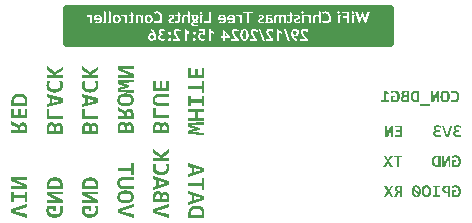
<source format=gbr>
%TF.GenerationSoftware,Altium Limited,Altium Designer,20.1.8 (145)*%
G04 Layer_Color=32896*
%FSLAX45Y45*%
%MOMM*%
%TF.SameCoordinates,D4C556C9-1411-47D8-9651-3FCF20F6754B*%
%TF.FilePolarity,Positive*%
%TF.FileFunction,Legend,Bot*%
%TF.Part,Single*%
G01*
G75*
%TA.AperFunction,NonConductor*%
%ADD42C,0.50800*%
G36*
X993888Y1626798D02*
X1058910Y1673077D01*
Y1642070D01*
X996665Y1601576D01*
X1058910D01*
Y1575429D01*
X922850D01*
Y1601576D01*
X988566D01*
X922850Y1642302D01*
Y1675391D01*
X993888Y1626798D01*
D02*
G37*
G36*
X1057059Y1546042D02*
X1057753Y1543265D01*
X1057984Y1542339D01*
X1058216Y1541414D01*
X1058447Y1540951D01*
Y1540720D01*
X1059141Y1537711D01*
X1059604Y1535166D01*
Y1534009D01*
X1059835Y1533315D01*
Y1532621D01*
X1060298Y1529613D01*
X1060530Y1527067D01*
X1060761Y1526142D01*
Y1524522D01*
X1060992Y1521514D01*
Y1515729D01*
X1060761Y1510407D01*
X1060298Y1505548D01*
X1059373Y1501151D01*
X1058678Y1497449D01*
X1057753Y1494209D01*
X1056827Y1491895D01*
X1056596Y1490970D01*
X1056364Y1490276D01*
X1056133Y1490044D01*
Y1489813D01*
X1054050Y1485648D01*
X1051968Y1481945D01*
X1049654Y1478475D01*
X1047340Y1475466D01*
X1045257Y1473153D01*
X1043638Y1471301D01*
X1042481Y1470376D01*
X1042018Y1469913D01*
X1038316Y1467136D01*
X1034613Y1464591D01*
X1030680Y1462508D01*
X1027209Y1460657D01*
X1023969Y1459269D01*
X1021655Y1458343D01*
X1020730Y1457880D01*
X1020036Y1457649D01*
X1019573Y1457418D01*
X1019341D01*
X1014251Y1456029D01*
X1008929Y1455104D01*
X1003838Y1454178D01*
X998979Y1453715D01*
X995045Y1453484D01*
X993194D01*
X991805Y1453253D01*
X990417D01*
X989492D01*
X989029D01*
X988797D01*
X982781Y1453484D01*
X976996Y1453947D01*
X971906Y1454410D01*
X967741Y1455335D01*
X964038Y1456029D01*
X962650Y1456261D01*
X961493Y1456492D01*
X960567Y1456724D01*
X959873Y1456955D01*
X959410Y1457186D01*
X959179D01*
X954782Y1458806D01*
X950617Y1460657D01*
X947146Y1462508D01*
X943907Y1464360D01*
X941593Y1466211D01*
X939742Y1467599D01*
X938585Y1468525D01*
X938122Y1468756D01*
X935114Y1471764D01*
X932569Y1475004D01*
X930255Y1478243D01*
X928404Y1481251D01*
X927015Y1484028D01*
X926090Y1486111D01*
X925395Y1487499D01*
X925164Y1487730D01*
Y1487962D01*
X923776Y1492358D01*
X922850Y1496755D01*
X921924Y1501151D01*
X921462Y1505085D01*
X921230Y1508787D01*
Y1510176D01*
X920999Y1511333D01*
Y1517349D01*
X921230Y1520588D01*
X921693Y1523596D01*
X921924Y1526142D01*
X922387Y1528456D01*
X922619Y1530075D01*
X922850Y1531001D01*
Y1531464D01*
X924470Y1537943D01*
X925164Y1540951D01*
X926090Y1543496D01*
X927015Y1545810D01*
X927478Y1547661D01*
X927941Y1548818D01*
X928172Y1549281D01*
X952237D01*
X951080Y1546736D01*
X949923Y1544190D01*
X949692Y1543265D01*
X949229Y1542339D01*
X948998Y1541877D01*
Y1541645D01*
X948072Y1538637D01*
X947146Y1536092D01*
X946915Y1535166D01*
X946684Y1534241D01*
X946452Y1533778D01*
Y1533546D01*
X945758Y1530538D01*
X945064Y1527993D01*
X944833Y1527067D01*
Y1526142D01*
X944601Y1525679D01*
Y1525448D01*
X944370Y1522671D01*
X944138Y1520357D01*
Y1518043D01*
X944370Y1514572D01*
X944601Y1511564D01*
X945064Y1508787D01*
X945758Y1506242D01*
X946221Y1504391D01*
X946684Y1502771D01*
X946915Y1501845D01*
X947146Y1501614D01*
X948535Y1499069D01*
X949923Y1496986D01*
X951543Y1494904D01*
X952931Y1493284D01*
X954320Y1491895D01*
X955477Y1490970D01*
X956171Y1490276D01*
X956402Y1490044D01*
X958716Y1488425D01*
X961261Y1487268D01*
X963575Y1486111D01*
X965889Y1485185D01*
X967972Y1484491D01*
X969592Y1484028D01*
X970517Y1483565D01*
X970980D01*
X977922Y1482408D01*
X981161Y1481945D01*
X984169Y1481714D01*
X986946D01*
X989029Y1481483D01*
X990417D01*
X990649D01*
X990880D01*
X994582D01*
X998285Y1481714D01*
X1001524Y1482177D01*
X1004301Y1482408D01*
X1006615Y1482871D01*
X1008466Y1483102D01*
X1009391Y1483334D01*
X1009854D01*
X1013094Y1484259D01*
X1015870Y1485185D01*
X1018416Y1486342D01*
X1020730Y1487268D01*
X1022349Y1488425D01*
X1023738Y1489119D01*
X1024663Y1489581D01*
X1024895Y1489813D01*
X1027209Y1491664D01*
X1029060Y1493515D01*
X1030680Y1495366D01*
X1032068Y1497217D01*
X1033225Y1498837D01*
X1033919Y1499994D01*
X1034382Y1500920D01*
X1034613Y1501151D01*
X1035770Y1503928D01*
X1036696Y1506705D01*
X1037390Y1509481D01*
X1037853Y1512027D01*
X1038084Y1514341D01*
X1038316Y1516192D01*
Y1517812D01*
X1038084Y1522902D01*
X1037853Y1525216D01*
X1037390Y1527530D01*
X1037159Y1529381D01*
X1036696Y1530770D01*
X1036465Y1531927D01*
Y1532158D01*
X1034845Y1538174D01*
X1033919Y1541182D01*
X1032994Y1543728D01*
X1032068Y1546042D01*
X1031374Y1547661D01*
X1030911Y1548818D01*
X1030680Y1549281D01*
X1056133D01*
X1057059Y1546042D01*
D02*
G37*
G36*
X1058910Y1403966D02*
Y1368100D01*
X922850Y1327837D01*
Y1353290D01*
X949692Y1360926D01*
Y1408362D01*
X922850Y1415998D01*
Y1444228D01*
X1058910Y1403966D01*
D02*
G37*
G36*
X944833Y1256799D02*
X1058910D01*
Y1230652D01*
X922850D01*
Y1314185D01*
X944833D01*
Y1256799D01*
D02*
G37*
G36*
X969129Y1201727D02*
X970980Y1201265D01*
X972831Y1201033D01*
X974220Y1200570D01*
X975377Y1200108D01*
X976071Y1199876D01*
X976302D01*
X980004Y1198025D01*
X981624Y1197099D01*
X983013Y1196405D01*
X983938Y1195480D01*
X984864Y1195017D01*
X985326Y1194554D01*
X985558Y1194323D01*
X988103Y1191546D01*
X990186Y1189001D01*
X990880Y1187844D01*
X991343Y1186918D01*
X991805Y1186455D01*
Y1186224D01*
X993425Y1182753D01*
X994582Y1179745D01*
X994814Y1178357D01*
X995045Y1177431D01*
X995276Y1176737D01*
Y1176505D01*
X996665Y1179976D01*
X997359Y1181596D01*
X998285Y1182753D01*
X998979Y1183910D01*
X999441Y1184604D01*
X999673Y1185067D01*
X999904Y1185298D01*
X1002450Y1187844D01*
X1004764Y1189926D01*
X1005921Y1190620D01*
X1006615Y1191083D01*
X1007077Y1191546D01*
X1007309D01*
X1010548Y1193166D01*
X1013325Y1194323D01*
X1014482Y1194786D01*
X1015408Y1195017D01*
X1015870Y1195248D01*
X1016102D01*
X1019804Y1196174D01*
X1022812Y1196405D01*
X1024201Y1196637D01*
X1025126D01*
X1025820D01*
X1026052D01*
X1029060Y1196405D01*
X1031837Y1196174D01*
X1036927Y1194786D01*
X1041092Y1192934D01*
X1044563Y1190852D01*
X1047109Y1188538D01*
X1048960Y1186687D01*
X1050117Y1185298D01*
X1050580Y1185067D01*
Y1184836D01*
X1051968Y1182522D01*
X1053356Y1179976D01*
X1055439Y1174654D01*
X1056827Y1168869D01*
X1057984Y1163085D01*
X1058216Y1160539D01*
X1058447Y1157994D01*
X1058678Y1155911D01*
Y1153829D01*
X1058910Y1152440D01*
Y1106162D01*
X922850D01*
Y1147581D01*
X923081Y1152440D01*
X923313Y1156837D01*
X923776Y1161002D01*
X924470Y1164936D01*
X925164Y1168638D01*
X926090Y1171878D01*
X927015Y1174886D01*
X928172Y1177662D01*
X929098Y1179976D01*
X930023Y1182059D01*
X930949Y1183910D01*
X931643Y1185298D01*
X932337Y1186455D01*
X932800Y1187150D01*
X933263Y1187612D01*
Y1187844D01*
X935345Y1190389D01*
X937659Y1192472D01*
X939973Y1194323D01*
X942519Y1195942D01*
X945064Y1197331D01*
X947841Y1198488D01*
X952700Y1200108D01*
X957328Y1201265D01*
X959410Y1201496D01*
X961030Y1201727D01*
X962418Y1201959D01*
X963575D01*
X964270D01*
X964501D01*
X969129Y1201727D01*
D02*
G37*
G36*
X998747Y735006D02*
X1004532Y734543D01*
X1009623Y734080D01*
X1014019Y733386D01*
X1017490Y732460D01*
X1018879Y732229D01*
X1020036Y731998D01*
X1021193Y731766D01*
X1021887Y731535D01*
X1022118Y731303D01*
X1022349D01*
X1026746Y729684D01*
X1030911Y727832D01*
X1034382Y725750D01*
X1037390Y723899D01*
X1039704Y722279D01*
X1041555Y720891D01*
X1042481Y719965D01*
X1042944Y719502D01*
X1045720Y716494D01*
X1048266Y713023D01*
X1050348Y709784D01*
X1051968Y706776D01*
X1053356Y703999D01*
X1054282Y701916D01*
X1054745Y700297D01*
X1054976Y700065D01*
Y699834D01*
X1056364Y695437D01*
X1057290Y690809D01*
X1057984Y686182D01*
X1058447Y682016D01*
X1058678Y678314D01*
X1058910Y676694D01*
Y632498D01*
X922850D01*
Y666976D01*
X923081Y673455D01*
X923544Y679471D01*
X924470Y684562D01*
X925395Y689190D01*
X925627Y691041D01*
X926090Y692892D01*
X926552Y694280D01*
X927015Y695437D01*
X927247Y696363D01*
X927478Y697288D01*
X927709Y697520D01*
Y697751D01*
X929792Y702379D01*
X931874Y706544D01*
X934188Y710246D01*
X936502Y713255D01*
X938585Y715800D01*
X940205Y717651D01*
X941130Y718577D01*
X941593Y719039D01*
X945295Y722048D01*
X948998Y724593D01*
X952700Y726675D01*
X956171Y728295D01*
X959179Y729684D01*
X961724Y730609D01*
X962650Y730841D01*
X963344Y731072D01*
X963575Y731303D01*
X963807D01*
X968666Y732692D01*
X973757Y733617D01*
X978616Y734311D01*
X983013Y734774D01*
X986946Y735006D01*
X988566Y735237D01*
X989954D01*
X990880D01*
X991805D01*
X992268D01*
X992500D01*
X998747Y735006D01*
D02*
G37*
G36*
X1058910Y591079D02*
X1021193D01*
X961261D01*
X976996Y584368D01*
X1058910Y547345D01*
Y515876D01*
X922850D01*
Y539246D01*
X964964D01*
X1021424D01*
X1003838Y546651D01*
X922850Y582980D01*
Y614449D01*
X1058910D01*
Y591079D01*
D02*
G37*
G36*
X1001524Y448077D02*
X980467D01*
Y471216D01*
X945527D01*
X945295Y470060D01*
X944833Y469134D01*
X944601Y468440D01*
Y468208D01*
X944370Y467051D01*
X944138Y466126D01*
X943907Y465432D01*
Y465200D01*
X943676Y464043D01*
Y462886D01*
X943444Y461961D01*
Y457564D01*
X943676Y454093D01*
X943907Y450622D01*
X944370Y447846D01*
X945064Y445300D01*
X945527Y443449D01*
X945989Y441829D01*
X946221Y440904D01*
X946452Y440672D01*
X947841Y438127D01*
X949229Y436045D01*
X950849Y433962D01*
X952237Y432342D01*
X953625Y431185D01*
X954782Y430028D01*
X955477Y429566D01*
X955708Y429334D01*
X960567Y426557D01*
X963113Y425400D01*
X965427Y424475D01*
X967509Y423781D01*
X969129Y423318D01*
X970054Y422855D01*
X970517D01*
X977228Y421698D01*
X980699Y421467D01*
X983707Y421235D01*
X986252Y421004D01*
X988335D01*
X989723D01*
X989954D01*
X990186D01*
X994351Y421235D01*
X998053Y421467D01*
X1001524Y421930D01*
X1004532Y422392D01*
X1006846Y422855D01*
X1008697Y423087D01*
X1009854Y423549D01*
X1010317D01*
X1013557Y424706D01*
X1016565Y425863D01*
X1019110Y427020D01*
X1021193Y428177D01*
X1023044Y429334D01*
X1024201Y430260D01*
X1025126Y430723D01*
X1025358Y430954D01*
X1027672Y432805D01*
X1029523Y434888D01*
X1031142Y436970D01*
X1032531Y438821D01*
X1033456Y440672D01*
X1034151Y442061D01*
X1034613Y442986D01*
X1034845Y443218D01*
X1036002Y445995D01*
X1036927Y449003D01*
X1037390Y451779D01*
X1037853Y454556D01*
X1038084Y456639D01*
X1038316Y458490D01*
Y463580D01*
X1037853Y467051D01*
X1037621Y470291D01*
X1037159Y473068D01*
X1036696Y475382D01*
X1036233Y477233D01*
X1036002Y478390D01*
X1035770Y478852D01*
X1034845Y482323D01*
X1033919Y485332D01*
X1032994Y488340D01*
X1032068Y490885D01*
X1031142Y492968D01*
X1030680Y494587D01*
X1030217Y495513D01*
X1029985Y495976D01*
X1055207D01*
X1056827Y489265D01*
X1057753Y486257D01*
X1058216Y483480D01*
X1058678Y481166D01*
X1059141Y479547D01*
X1059373Y478390D01*
Y477927D01*
X1060530Y471448D01*
X1060761Y468440D01*
X1060992Y465663D01*
X1061224Y463349D01*
Y459878D01*
X1060992Y454093D01*
X1060530Y448771D01*
X1059604Y444143D01*
X1058678Y439978D01*
X1057753Y436507D01*
X1057290Y435119D01*
X1056827Y433962D01*
X1056596Y432805D01*
X1056364Y432111D01*
X1056133Y431880D01*
Y431648D01*
X1054050Y427252D01*
X1051968Y423318D01*
X1049654Y419616D01*
X1047340Y416607D01*
X1045257Y414294D01*
X1043638Y412442D01*
X1042481Y411285D01*
X1042018Y410823D01*
X1038316Y407815D01*
X1034613Y405269D01*
X1030680Y403187D01*
X1027209Y401335D01*
X1023969Y399947D01*
X1021655Y399022D01*
X1020730Y398559D01*
X1020036Y398327D01*
X1019573Y398096D01*
X1019341D01*
X1014251Y396708D01*
X1008929Y395551D01*
X1003838Y394856D01*
X998979Y394162D01*
X995045Y393931D01*
X993194D01*
X991805Y393699D01*
X990417D01*
X989492D01*
X989029D01*
X988797D01*
X982781Y393931D01*
X977228Y394394D01*
X972137Y395088D01*
X967741Y395782D01*
X964270Y396476D01*
X962650Y396939D01*
X961493Y397170D01*
X960567Y397402D01*
X959873Y397633D01*
X959410Y397865D01*
X959179D01*
X954551Y399484D01*
X950386Y401567D01*
X946684Y403418D01*
X943676Y405501D01*
X941130Y407120D01*
X939279Y408509D01*
X938122Y409666D01*
X937659Y409897D01*
X934651Y412905D01*
X932106Y416145D01*
X929792Y419384D01*
X927941Y422392D01*
X926552Y425169D01*
X925627Y427252D01*
X924933Y428640D01*
X924701Y428871D01*
Y429103D01*
X923313Y433499D01*
X922387Y437896D01*
X921462Y442061D01*
X920999Y445995D01*
X920768Y449465D01*
Y450854D01*
X920536Y452242D01*
Y458953D01*
X920768Y463118D01*
X921230Y466820D01*
X921693Y470291D01*
X921924Y472836D01*
X922387Y474919D01*
X922619Y476307D01*
Y476770D01*
X923313Y480472D01*
X924470Y484175D01*
X925395Y487414D01*
X926552Y490422D01*
X927478Y492968D01*
X928172Y494819D01*
X928635Y495976D01*
X928866Y496438D01*
X1001524D01*
Y448077D01*
D02*
G37*
G36*
X1293842Y1626798D02*
X1358864Y1673077D01*
Y1642070D01*
X1296619Y1601576D01*
X1358864D01*
Y1575429D01*
X1222804D01*
Y1601576D01*
X1288520D01*
X1222804Y1642302D01*
Y1675391D01*
X1293842Y1626798D01*
D02*
G37*
G36*
X1357013Y1546042D02*
X1357707Y1543265D01*
X1357938Y1542339D01*
X1358170Y1541414D01*
X1358401Y1540951D01*
Y1540720D01*
X1359095Y1537711D01*
X1359558Y1535166D01*
Y1534009D01*
X1359790Y1533315D01*
Y1532621D01*
X1360252Y1529613D01*
X1360484Y1527067D01*
X1360715Y1526142D01*
Y1524522D01*
X1360946Y1521514D01*
Y1515729D01*
X1360715Y1510407D01*
X1360252Y1505548D01*
X1359327Y1501151D01*
X1358633Y1497449D01*
X1357707Y1494209D01*
X1356781Y1491895D01*
X1356550Y1490970D01*
X1356319Y1490276D01*
X1356087Y1490044D01*
Y1489813D01*
X1354005Y1485648D01*
X1351922Y1481945D01*
X1349608Y1478475D01*
X1347294Y1475466D01*
X1345212Y1473153D01*
X1343592Y1471301D01*
X1342435Y1470376D01*
X1341972Y1469913D01*
X1338270Y1467136D01*
X1334568Y1464591D01*
X1330634Y1462508D01*
X1327163Y1460657D01*
X1323923Y1459269D01*
X1321609Y1458343D01*
X1320684Y1457880D01*
X1319990Y1457649D01*
X1319527Y1457418D01*
X1319296D01*
X1314205Y1456029D01*
X1308883Y1455104D01*
X1303792Y1454178D01*
X1298933Y1453715D01*
X1294999Y1453484D01*
X1293148D01*
X1291760Y1453253D01*
X1290371D01*
X1289446D01*
X1288983D01*
X1288752D01*
X1282735Y1453484D01*
X1276950Y1453947D01*
X1271860Y1454410D01*
X1267695Y1455335D01*
X1263992Y1456029D01*
X1262604Y1456261D01*
X1261447Y1456492D01*
X1260521Y1456724D01*
X1259827Y1456955D01*
X1259365Y1457186D01*
X1259133D01*
X1254737Y1458806D01*
X1250572Y1460657D01*
X1247101Y1462508D01*
X1243861Y1464360D01*
X1241547Y1466211D01*
X1239696Y1467599D01*
X1238539Y1468525D01*
X1238076Y1468756D01*
X1235068Y1471764D01*
X1232523Y1475004D01*
X1230209Y1478243D01*
X1228358Y1481251D01*
X1226969Y1484028D01*
X1226044Y1486111D01*
X1225350Y1487499D01*
X1225118Y1487730D01*
Y1487962D01*
X1223730Y1492358D01*
X1222804Y1496755D01*
X1221879Y1501151D01*
X1221416Y1505085D01*
X1221185Y1508787D01*
Y1510176D01*
X1220953Y1511333D01*
Y1517349D01*
X1221185Y1520588D01*
X1221647Y1523596D01*
X1221879Y1526142D01*
X1222341Y1528456D01*
X1222573Y1530075D01*
X1222804Y1531001D01*
Y1531464D01*
X1224424Y1537943D01*
X1225118Y1540951D01*
X1226044Y1543496D01*
X1226969Y1545810D01*
X1227432Y1547661D01*
X1227895Y1548818D01*
X1228126Y1549281D01*
X1252191D01*
X1251034Y1546736D01*
X1249877Y1544190D01*
X1249646Y1543265D01*
X1249183Y1542339D01*
X1248952Y1541877D01*
Y1541645D01*
X1248026Y1538637D01*
X1247101Y1536092D01*
X1246869Y1535166D01*
X1246638Y1534241D01*
X1246406Y1533778D01*
Y1533546D01*
X1245712Y1530538D01*
X1245018Y1527993D01*
X1244787Y1527067D01*
Y1526142D01*
X1244555Y1525679D01*
Y1525448D01*
X1244324Y1522671D01*
X1244093Y1520357D01*
Y1518043D01*
X1244324Y1514572D01*
X1244555Y1511564D01*
X1245018Y1508787D01*
X1245712Y1506242D01*
X1246175Y1504391D01*
X1246638Y1502771D01*
X1246869Y1501845D01*
X1247101Y1501614D01*
X1248489Y1499069D01*
X1249877Y1496986D01*
X1251497Y1494904D01*
X1252885Y1493284D01*
X1254274Y1491895D01*
X1255431Y1490970D01*
X1256125Y1490276D01*
X1256356Y1490044D01*
X1258670Y1488425D01*
X1261216Y1487268D01*
X1263530Y1486111D01*
X1265844Y1485185D01*
X1267926Y1484491D01*
X1269546Y1484028D01*
X1270471Y1483565D01*
X1270934D01*
X1277876Y1482408D01*
X1281116Y1481945D01*
X1284124Y1481714D01*
X1286900D01*
X1288983Y1481483D01*
X1290371D01*
X1290603D01*
X1290834D01*
X1294536D01*
X1298239Y1481714D01*
X1301478Y1482177D01*
X1304255Y1482408D01*
X1306569Y1482871D01*
X1308420Y1483102D01*
X1309346Y1483334D01*
X1309808D01*
X1313048Y1484259D01*
X1315825Y1485185D01*
X1318370Y1486342D01*
X1320684Y1487268D01*
X1322304Y1488425D01*
X1323692Y1489119D01*
X1324618Y1489581D01*
X1324849Y1489813D01*
X1327163Y1491664D01*
X1329014Y1493515D01*
X1330634Y1495366D01*
X1332022Y1497217D01*
X1333179Y1498837D01*
X1333873Y1499994D01*
X1334336Y1500920D01*
X1334568Y1501151D01*
X1335725Y1503928D01*
X1336650Y1506705D01*
X1337344Y1509481D01*
X1337807Y1512027D01*
X1338038Y1514341D01*
X1338270Y1516192D01*
Y1517812D01*
X1338038Y1522902D01*
X1337807Y1525216D01*
X1337344Y1527530D01*
X1337113Y1529381D01*
X1336650Y1530770D01*
X1336419Y1531927D01*
Y1532158D01*
X1334799Y1538174D01*
X1333873Y1541182D01*
X1332948Y1543728D01*
X1332022Y1546042D01*
X1331328Y1547661D01*
X1330865Y1548818D01*
X1330634Y1549281D01*
X1356087D01*
X1357013Y1546042D01*
D02*
G37*
G36*
X1358864Y1403966D02*
Y1368100D01*
X1222804Y1327837D01*
Y1353290D01*
X1249646Y1360926D01*
Y1408362D01*
X1222804Y1415998D01*
Y1444228D01*
X1358864Y1403966D01*
D02*
G37*
G36*
X1244787Y1256799D02*
X1358864D01*
Y1230652D01*
X1222804D01*
Y1314185D01*
X1244787D01*
Y1256799D01*
D02*
G37*
G36*
X1269083Y1201727D02*
X1270934Y1201265D01*
X1272785Y1201033D01*
X1274174Y1200570D01*
X1275331Y1200108D01*
X1276025Y1199876D01*
X1276256D01*
X1279959Y1198025D01*
X1281578Y1197099D01*
X1282967Y1196405D01*
X1283892Y1195480D01*
X1284818Y1195017D01*
X1285281Y1194554D01*
X1285512Y1194323D01*
X1288057Y1191546D01*
X1290140Y1189001D01*
X1290834Y1187844D01*
X1291297Y1186918D01*
X1291760Y1186455D01*
Y1186224D01*
X1293379Y1182753D01*
X1294536Y1179745D01*
X1294768Y1178357D01*
X1294999Y1177431D01*
X1295231Y1176737D01*
Y1176505D01*
X1296619Y1179976D01*
X1297313Y1181596D01*
X1298239Y1182753D01*
X1298933Y1183910D01*
X1299396Y1184604D01*
X1299627Y1185067D01*
X1299858Y1185298D01*
X1302404Y1187844D01*
X1304718Y1189926D01*
X1305875Y1190620D01*
X1306569Y1191083D01*
X1307032Y1191546D01*
X1307263D01*
X1310503Y1193166D01*
X1313279Y1194323D01*
X1314436Y1194786D01*
X1315362Y1195017D01*
X1315825Y1195248D01*
X1316056D01*
X1319758Y1196174D01*
X1322766Y1196405D01*
X1324155Y1196637D01*
X1325080D01*
X1325775D01*
X1326006D01*
X1329014Y1196405D01*
X1331791Y1196174D01*
X1336882Y1194786D01*
X1341047Y1192934D01*
X1344518Y1190852D01*
X1347063Y1188538D01*
X1348914Y1186687D01*
X1350071Y1185298D01*
X1350534Y1185067D01*
Y1184836D01*
X1351922Y1182522D01*
X1353310Y1179976D01*
X1355393Y1174654D01*
X1356781Y1168869D01*
X1357938Y1163085D01*
X1358170Y1160539D01*
X1358401Y1157994D01*
X1358633Y1155911D01*
Y1153829D01*
X1358864Y1152440D01*
Y1106162D01*
X1222804D01*
Y1147581D01*
X1223036Y1152440D01*
X1223267Y1156837D01*
X1223730Y1161002D01*
X1224424Y1164936D01*
X1225118Y1168638D01*
X1226044Y1171878D01*
X1226969Y1174886D01*
X1228126Y1177662D01*
X1229052Y1179976D01*
X1229977Y1182059D01*
X1230903Y1183910D01*
X1231597Y1185298D01*
X1232291Y1186455D01*
X1232754Y1187150D01*
X1233217Y1187612D01*
Y1187844D01*
X1235300Y1190389D01*
X1237613Y1192472D01*
X1239927Y1194323D01*
X1242473Y1195942D01*
X1245018Y1197331D01*
X1247795Y1198488D01*
X1252654Y1200108D01*
X1257282Y1201265D01*
X1259365Y1201496D01*
X1260984Y1201727D01*
X1262373Y1201959D01*
X1263530D01*
X1264224D01*
X1264455D01*
X1269083Y1201727D01*
D02*
G37*
G36*
X1298701Y735006D02*
X1304486Y734543D01*
X1309577Y734080D01*
X1313973Y733386D01*
X1317444Y732460D01*
X1318833Y732229D01*
X1319990Y731998D01*
X1321147Y731766D01*
X1321841Y731535D01*
X1322072Y731303D01*
X1322304D01*
X1326700Y729684D01*
X1330865Y727832D01*
X1334336Y725750D01*
X1337344Y723899D01*
X1339658Y722279D01*
X1341509Y720891D01*
X1342435Y719965D01*
X1342898Y719502D01*
X1345674Y716494D01*
X1348220Y713023D01*
X1350302Y709784D01*
X1351922Y706776D01*
X1353310Y703999D01*
X1354236Y701916D01*
X1354699Y700297D01*
X1354930Y700065D01*
Y699834D01*
X1356319Y695437D01*
X1357244Y690809D01*
X1357938Y686182D01*
X1358401Y682016D01*
X1358633Y678314D01*
X1358864Y676694D01*
Y632498D01*
X1222804D01*
Y666976D01*
X1223036Y673455D01*
X1223498Y679471D01*
X1224424Y684562D01*
X1225350Y689190D01*
X1225581Y691041D01*
X1226044Y692892D01*
X1226507Y694280D01*
X1226969Y695437D01*
X1227201Y696363D01*
X1227432Y697288D01*
X1227664Y697520D01*
Y697751D01*
X1229746Y702379D01*
X1231829Y706544D01*
X1234143Y710246D01*
X1236457Y713255D01*
X1238539Y715800D01*
X1240159Y717651D01*
X1241084Y718577D01*
X1241547Y719039D01*
X1245249Y722048D01*
X1248952Y724593D01*
X1252654Y726675D01*
X1256125Y728295D01*
X1259133Y729684D01*
X1261678Y730609D01*
X1262604Y730841D01*
X1263298Y731072D01*
X1263530Y731303D01*
X1263761D01*
X1268620Y732692D01*
X1273711Y733617D01*
X1278570Y734311D01*
X1282967Y734774D01*
X1286900Y735006D01*
X1288520Y735237D01*
X1289909D01*
X1290834D01*
X1291760D01*
X1292222D01*
X1292454D01*
X1298701Y735006D01*
D02*
G37*
G36*
X1358864Y591079D02*
X1321147D01*
X1261216D01*
X1276950Y584368D01*
X1358864Y547345D01*
Y515876D01*
X1222804D01*
Y539246D01*
X1264918D01*
X1321378D01*
X1303792Y546651D01*
X1222804Y582980D01*
Y614449D01*
X1358864D01*
Y591079D01*
D02*
G37*
G36*
X1301478Y448077D02*
X1280421D01*
Y471216D01*
X1245481D01*
X1245249Y470060D01*
X1244787Y469134D01*
X1244555Y468440D01*
Y468208D01*
X1244324Y467051D01*
X1244093Y466126D01*
X1243861Y465432D01*
Y465200D01*
X1243630Y464043D01*
Y462886D01*
X1243398Y461961D01*
Y457564D01*
X1243630Y454093D01*
X1243861Y450622D01*
X1244324Y447846D01*
X1245018Y445300D01*
X1245481Y443449D01*
X1245944Y441829D01*
X1246175Y440904D01*
X1246406Y440672D01*
X1247795Y438127D01*
X1249183Y436045D01*
X1250803Y433962D01*
X1252191Y432342D01*
X1253580Y431185D01*
X1254737Y430028D01*
X1255431Y429566D01*
X1255662Y429334D01*
X1260521Y426557D01*
X1263067Y425400D01*
X1265381Y424475D01*
X1267463Y423781D01*
X1269083Y423318D01*
X1270009Y422855D01*
X1270471D01*
X1277182Y421698D01*
X1280653Y421467D01*
X1283661Y421235D01*
X1286206Y421004D01*
X1288289D01*
X1289677D01*
X1289909D01*
X1290140D01*
X1294305Y421235D01*
X1298007Y421467D01*
X1301478Y421930D01*
X1304486Y422392D01*
X1306800Y422855D01*
X1308651Y423087D01*
X1309808Y423549D01*
X1310271D01*
X1313511Y424706D01*
X1316519Y425863D01*
X1319064Y427020D01*
X1321147Y428177D01*
X1322998Y429334D01*
X1324155Y430260D01*
X1325080Y430723D01*
X1325312Y430954D01*
X1327626Y432805D01*
X1329477Y434888D01*
X1331097Y436970D01*
X1332485Y438821D01*
X1333411Y440672D01*
X1334105Y442061D01*
X1334568Y442986D01*
X1334799Y443218D01*
X1335956Y445995D01*
X1336882Y449003D01*
X1337344Y451779D01*
X1337807Y454556D01*
X1338038Y456639D01*
X1338270Y458490D01*
Y463580D01*
X1337807Y467051D01*
X1337576Y470291D01*
X1337113Y473068D01*
X1336650Y475382D01*
X1336187Y477233D01*
X1335956Y478390D01*
X1335725Y478852D01*
X1334799Y482323D01*
X1333873Y485332D01*
X1332948Y488340D01*
X1332022Y490885D01*
X1331097Y492968D01*
X1330634Y494587D01*
X1330171Y495513D01*
X1329940Y495976D01*
X1355162D01*
X1356781Y489265D01*
X1357707Y486257D01*
X1358170Y483480D01*
X1358633Y481166D01*
X1359095Y479547D01*
X1359327Y478390D01*
Y477927D01*
X1360484Y471448D01*
X1360715Y468440D01*
X1360946Y465663D01*
X1361178Y463349D01*
Y459878D01*
X1360946Y454093D01*
X1360484Y448771D01*
X1359558Y444143D01*
X1358633Y439978D01*
X1357707Y436507D01*
X1357244Y435119D01*
X1356781Y433962D01*
X1356550Y432805D01*
X1356319Y432111D01*
X1356087Y431880D01*
Y431648D01*
X1354005Y427252D01*
X1351922Y423318D01*
X1349608Y419616D01*
X1347294Y416607D01*
X1345212Y414294D01*
X1343592Y412442D01*
X1342435Y411285D01*
X1341972Y410823D01*
X1338270Y407815D01*
X1334568Y405269D01*
X1330634Y403187D01*
X1327163Y401335D01*
X1323923Y399947D01*
X1321609Y399022D01*
X1320684Y398559D01*
X1319990Y398327D01*
X1319527Y398096D01*
X1319296D01*
X1314205Y396708D01*
X1308883Y395551D01*
X1303792Y394856D01*
X1298933Y394162D01*
X1294999Y393931D01*
X1293148D01*
X1291760Y393699D01*
X1290371D01*
X1289446D01*
X1288983D01*
X1288752D01*
X1282735Y393931D01*
X1277182Y394394D01*
X1272091Y395088D01*
X1267695Y395782D01*
X1264224Y396476D01*
X1262604Y396939D01*
X1261447Y397170D01*
X1260521Y397402D01*
X1259827Y397633D01*
X1259365Y397865D01*
X1259133D01*
X1254505Y399484D01*
X1250340Y401567D01*
X1246638Y403418D01*
X1243630Y405501D01*
X1241084Y407120D01*
X1239233Y408509D01*
X1238076Y409666D01*
X1237613Y409897D01*
X1234605Y412905D01*
X1232060Y416145D01*
X1229746Y419384D01*
X1227895Y422392D01*
X1226507Y425169D01*
X1225581Y427252D01*
X1224887Y428640D01*
X1224655Y428871D01*
Y429103D01*
X1223267Y433499D01*
X1222341Y437896D01*
X1221416Y442061D01*
X1220953Y445995D01*
X1220722Y449465D01*
Y450854D01*
X1220490Y452242D01*
Y458953D01*
X1220722Y463118D01*
X1221185Y466820D01*
X1221647Y470291D01*
X1221879Y472836D01*
X1222341Y474919D01*
X1222573Y476307D01*
Y476770D01*
X1223267Y480472D01*
X1224424Y484175D01*
X1225350Y487414D01*
X1226507Y490422D01*
X1227432Y492968D01*
X1228126Y494819D01*
X1228589Y495976D01*
X1228821Y496438D01*
X1301478D01*
Y448077D01*
D02*
G37*
G36*
X698747Y1443766D02*
X704532Y1443303D01*
X709623Y1442840D01*
X714019Y1442146D01*
X717490Y1441220D01*
X718878Y1440989D01*
X720035Y1440758D01*
X721192Y1440526D01*
X721887Y1440295D01*
X722118Y1440063D01*
X722349D01*
X726746Y1438444D01*
X730911Y1436593D01*
X734382Y1434510D01*
X737390Y1432659D01*
X739704Y1431039D01*
X741555Y1429651D01*
X742481Y1428725D01*
X742943Y1428262D01*
X745720Y1425254D01*
X748265Y1421783D01*
X750348Y1418544D01*
X751968Y1415536D01*
X753356Y1412759D01*
X754282Y1410676D01*
X754744Y1409057D01*
X754976Y1408825D01*
Y1408594D01*
X756364Y1404197D01*
X757290Y1399569D01*
X757984Y1394942D01*
X758447Y1390776D01*
X758678Y1387074D01*
X758910Y1385454D01*
Y1341258D01*
X622850D01*
Y1375736D01*
X623081Y1382215D01*
X623544Y1388231D01*
X624470Y1393322D01*
X625395Y1397950D01*
X625627Y1399801D01*
X626089Y1401652D01*
X626552Y1403040D01*
X627015Y1404197D01*
X627246Y1405123D01*
X627478Y1406048D01*
X627709Y1406280D01*
Y1406511D01*
X629792Y1411139D01*
X631874Y1415304D01*
X634188Y1419007D01*
X636502Y1422015D01*
X638585Y1424560D01*
X640204Y1426411D01*
X641130Y1427337D01*
X641593Y1427800D01*
X645295Y1430808D01*
X648997Y1433353D01*
X652700Y1435436D01*
X656171Y1437055D01*
X659179Y1438444D01*
X661724Y1439369D01*
X662650Y1439601D01*
X663344Y1439832D01*
X663575Y1440063D01*
X663807D01*
X668666Y1441452D01*
X673757Y1442377D01*
X678616Y1443072D01*
X683012Y1443534D01*
X686946Y1443766D01*
X688566Y1443997D01*
X689954D01*
X690880D01*
X691805D01*
X692268D01*
X692500D01*
X698747Y1443766D01*
D02*
G37*
G36*
X758910Y1234123D02*
X622850D01*
Y1316036D01*
X644601D01*
Y1260270D01*
X682318D01*
Y1313491D01*
X703375D01*
Y1260270D01*
X737159D01*
Y1316036D01*
X758910D01*
Y1234123D01*
D02*
G37*
G36*
X668435Y1187844D02*
X671443Y1186224D01*
X674219Y1184836D01*
X676533Y1183447D01*
X678384Y1182059D01*
X680004Y1181134D01*
X680930Y1180208D01*
X681624Y1179745D01*
X681855Y1179514D01*
X683475Y1177894D01*
X684632Y1176274D01*
X685558Y1174654D01*
X686483Y1173266D01*
X686946Y1172109D01*
X687177Y1171184D01*
X687409Y1170489D01*
Y1170258D01*
X688566Y1174886D01*
X689029Y1176968D01*
X689723Y1178820D01*
X690186Y1180208D01*
X690648Y1181365D01*
X691111Y1182059D01*
Y1182290D01*
X693194Y1186224D01*
X694351Y1187844D01*
X695508Y1189232D01*
X696433Y1190158D01*
X697127Y1191083D01*
X697590Y1191546D01*
X697822Y1191778D01*
X701292Y1194323D01*
X704532Y1196174D01*
X705920Y1196868D01*
X707077Y1197331D01*
X707772Y1197794D01*
X708003D01*
X712399Y1199182D01*
X714713Y1199645D01*
X716796Y1199876D01*
X718647Y1200108D01*
X720035D01*
X720961D01*
X721192D01*
X724895Y1199876D01*
X728366Y1199645D01*
X731374Y1198951D01*
X733919Y1198257D01*
X736002Y1197563D01*
X737390Y1197100D01*
X738547Y1196637D01*
X738778Y1196406D01*
X741324Y1195017D01*
X743638Y1193397D01*
X745489Y1191778D01*
X747340Y1190158D01*
X748497Y1188770D01*
X749654Y1187613D01*
X750117Y1186687D01*
X750348Y1186456D01*
X751968Y1183910D01*
X753356Y1181365D01*
X754513Y1178820D01*
X755439Y1176274D01*
X755901Y1174192D01*
X756364Y1172572D01*
X756827Y1171415D01*
Y1170952D01*
X757984Y1163779D01*
X758447Y1160539D01*
X758678Y1157300D01*
X758910Y1154523D01*
Y1111021D01*
X622850D01*
Y1136706D01*
X679310D01*
Y1141565D01*
X679079Y1143879D01*
X678847Y1146193D01*
X678384Y1148044D01*
X677690Y1149664D01*
X676996Y1151052D01*
X676533Y1151978D01*
X676302Y1152672D01*
X676071Y1152903D01*
X674682Y1154523D01*
X673294Y1156143D01*
X670054Y1158457D01*
X668666Y1159151D01*
X667509Y1159845D01*
X666815Y1160308D01*
X666583D01*
X622850Y1179514D01*
Y1209595D01*
X668435Y1187844D01*
D02*
G37*
G36*
X758910Y713255D02*
X721192D01*
X661261D01*
X676996Y706544D01*
X758910Y669521D01*
Y638052D01*
X622850D01*
Y661423D01*
X664964D01*
X721424D01*
X703838Y668827D01*
X622850Y705156D01*
Y736626D01*
X758910D01*
Y713255D01*
D02*
G37*
G36*
Y526751D02*
X738084D01*
Y556601D01*
X643907D01*
Y526751D01*
X622850D01*
Y612598D01*
X643907D01*
Y582749D01*
X738084D01*
Y612598D01*
X758910D01*
Y526751D01*
D02*
G37*
G36*
Y483712D02*
X678384Y460804D01*
X649923Y453168D01*
X676765Y445763D01*
X758910Y422855D01*
Y393700D01*
X622850Y435351D01*
Y469134D01*
X758910Y511017D01*
Y483712D01*
D02*
G37*
G36*
X1958980Y1468757D02*
X1822920D01*
Y1550670D01*
X1844671D01*
Y1494904D01*
X1882388D01*
Y1548125D01*
X1903445D01*
Y1494904D01*
X1937229D01*
Y1550670D01*
X1958980D01*
Y1468757D01*
D02*
G37*
G36*
Y1414842D02*
X1871281D01*
X1868273D01*
X1865728Y1414610D01*
X1863414Y1414379D01*
X1861332Y1414148D01*
X1859712Y1413685D01*
X1858323Y1413453D01*
X1857629Y1413222D01*
X1857398D01*
X1853696Y1412065D01*
X1852076Y1411139D01*
X1850687Y1410445D01*
X1849530Y1409751D01*
X1848836Y1409288D01*
X1848373Y1409057D01*
X1848142Y1408825D01*
X1845828Y1406512D01*
X1844208Y1404198D01*
X1843746Y1403272D01*
X1843283Y1402346D01*
X1843051Y1401884D01*
Y1401652D01*
X1842357Y1398181D01*
X1841894Y1394479D01*
X1841663Y1393091D01*
Y1388463D01*
X1841894Y1386149D01*
X1842357Y1384298D01*
X1842589Y1382678D01*
X1843051Y1381521D01*
X1843283Y1380364D01*
X1843514Y1379901D01*
Y1379670D01*
X1845134Y1376662D01*
X1846985Y1374348D01*
X1847911Y1373422D01*
X1848373Y1372728D01*
X1848836Y1372497D01*
X1849068Y1372265D01*
X1852076Y1370414D01*
X1855084Y1369026D01*
X1856241Y1368563D01*
X1857166Y1368332D01*
X1857861Y1368100D01*
X1858092D01*
X1862257Y1367406D01*
X1864340Y1367175D01*
X1866191D01*
X1867811Y1366943D01*
X1868968D01*
X1869893D01*
X1870125D01*
X1958980D01*
Y1341258D01*
X1868736D01*
X1864802Y1341490D01*
X1860869Y1341721D01*
X1857398Y1342184D01*
X1854621Y1342647D01*
X1852076Y1343110D01*
X1850225Y1343341D01*
X1849068Y1343804D01*
X1848605D01*
X1845365Y1344961D01*
X1842357Y1346118D01*
X1839812Y1347506D01*
X1837498Y1348894D01*
X1835878Y1350283D01*
X1834490Y1351208D01*
X1833564Y1351903D01*
X1833333Y1352134D01*
X1831250Y1354448D01*
X1829168Y1356993D01*
X1827548Y1359539D01*
X1826160Y1362084D01*
X1825234Y1364166D01*
X1824540Y1365786D01*
X1824077Y1366943D01*
X1823846Y1367406D01*
X1822689Y1371108D01*
X1821995Y1374811D01*
X1821300Y1378744D01*
X1821069Y1382215D01*
X1820838Y1385223D01*
X1820606Y1387769D01*
Y1389851D01*
X1820838Y1394248D01*
X1821069Y1398181D01*
X1821532Y1401652D01*
X1822226Y1404892D01*
X1822920Y1407437D01*
X1823383Y1409288D01*
X1823614Y1410445D01*
X1823846Y1410908D01*
X1825234Y1414379D01*
X1826854Y1417387D01*
X1828242Y1420164D01*
X1829862Y1422478D01*
X1831250Y1424329D01*
X1832407Y1425717D01*
X1833333Y1426643D01*
X1833564Y1426874D01*
X1836110Y1429188D01*
X1838886Y1431271D01*
X1841663Y1432890D01*
X1844208Y1434279D01*
X1846522Y1435436D01*
X1848373Y1436130D01*
X1849530Y1436593D01*
X1849993Y1436824D01*
X1853927Y1437981D01*
X1857861Y1438907D01*
X1861563Y1439601D01*
X1865265Y1440064D01*
X1868273Y1440295D01*
X1870819Y1440526D01*
X1871744D01*
X1872438D01*
X1872670D01*
X1872901D01*
X1958980D01*
Y1414842D01*
D02*
G37*
G36*
X1844903Y1261659D02*
X1958980D01*
Y1235511D01*
X1822920D01*
Y1319045D01*
X1844903D01*
Y1261659D01*
D02*
G37*
G36*
X1869199Y1206587D02*
X1871050Y1206124D01*
X1872901Y1205893D01*
X1874290Y1205430D01*
X1875447Y1204967D01*
X1876141Y1204736D01*
X1876372D01*
X1880074Y1202885D01*
X1881694Y1201959D01*
X1883083Y1201265D01*
X1884008Y1200339D01*
X1884934Y1199877D01*
X1885397Y1199414D01*
X1885628Y1199183D01*
X1888173Y1196406D01*
X1890256Y1193860D01*
X1890950Y1192703D01*
X1891413Y1191778D01*
X1891876Y1191315D01*
Y1191084D01*
X1893495Y1187613D01*
X1894652Y1184605D01*
X1894884Y1183216D01*
X1895115Y1182291D01*
X1895346Y1181597D01*
Y1181365D01*
X1896735Y1184836D01*
X1897429Y1186456D01*
X1898355Y1187613D01*
X1899049Y1188770D01*
X1899512Y1189464D01*
X1899743Y1189927D01*
X1899974Y1190158D01*
X1902520Y1192703D01*
X1904834Y1194786D01*
X1905991Y1195480D01*
X1906685Y1195943D01*
X1907148Y1196406D01*
X1907379D01*
X1910618Y1198026D01*
X1913395Y1199183D01*
X1914552Y1199645D01*
X1915478Y1199877D01*
X1915941Y1200108D01*
X1916172D01*
X1919874Y1201034D01*
X1922882Y1201265D01*
X1924271Y1201496D01*
X1925196D01*
X1925890D01*
X1926122D01*
X1929130Y1201265D01*
X1931907Y1201034D01*
X1936997Y1199645D01*
X1941162Y1197794D01*
X1944633Y1195712D01*
X1947179Y1193398D01*
X1949030Y1191547D01*
X1950187Y1190158D01*
X1950650Y1189927D01*
Y1189695D01*
X1952038Y1187381D01*
X1953426Y1184836D01*
X1955509Y1179514D01*
X1956897Y1173729D01*
X1958054Y1167944D01*
X1958286Y1165399D01*
X1958517Y1162854D01*
X1958748Y1160771D01*
Y1158689D01*
X1958980Y1157300D01*
Y1111021D01*
X1822920D01*
Y1152441D01*
X1823152Y1157300D01*
X1823383Y1161697D01*
X1823846Y1165862D01*
X1824540Y1169795D01*
X1825234Y1173498D01*
X1826160Y1176737D01*
X1827085Y1179745D01*
X1828242Y1182522D01*
X1829168Y1184836D01*
X1830093Y1186919D01*
X1831019Y1188770D01*
X1831713Y1190158D01*
X1832407Y1191315D01*
X1832870Y1192009D01*
X1833333Y1192472D01*
Y1192703D01*
X1835415Y1195249D01*
X1837729Y1197331D01*
X1840043Y1199183D01*
X1842589Y1200802D01*
X1845134Y1202191D01*
X1847911Y1203348D01*
X1852770Y1204967D01*
X1857398Y1206124D01*
X1859480Y1206356D01*
X1861100Y1206587D01*
X1862489Y1206819D01*
X1863645D01*
X1864340D01*
X1864571D01*
X1869199Y1206587D01*
D02*
G37*
G36*
X1893958Y927757D02*
X1958980Y974036D01*
Y943029D01*
X1896735Y902535D01*
X1958980D01*
Y876388D01*
X1822920D01*
Y902535D01*
X1888636D01*
X1822920Y943261D01*
Y976350D01*
X1893958Y927757D01*
D02*
G37*
G36*
X1957129Y847001D02*
X1957823Y844224D01*
X1958054Y843299D01*
X1958286Y842373D01*
X1958517Y841910D01*
Y841679D01*
X1959211Y838671D01*
X1959674Y836125D01*
Y834968D01*
X1959905Y834274D01*
Y833580D01*
X1960368Y830572D01*
X1960600Y828027D01*
X1960831Y827101D01*
Y825481D01*
X1961062Y822473D01*
Y816688D01*
X1960831Y811366D01*
X1960368Y806507D01*
X1959443Y802110D01*
X1958748Y798408D01*
X1957823Y795169D01*
X1956897Y792855D01*
X1956666Y791929D01*
X1956434Y791235D01*
X1956203Y791003D01*
Y790772D01*
X1954121Y786607D01*
X1952038Y782905D01*
X1949724Y779434D01*
X1947410Y776426D01*
X1945328Y774112D01*
X1943708Y772261D01*
X1942551Y771335D01*
X1942088Y770872D01*
X1938386Y768095D01*
X1934683Y765550D01*
X1930750Y763468D01*
X1927279Y761616D01*
X1924039Y760228D01*
X1921725Y759303D01*
X1920800Y758840D01*
X1920106Y758608D01*
X1919643Y758377D01*
X1919411D01*
X1914321Y756989D01*
X1908999Y756063D01*
X1903908Y755137D01*
X1899049Y754675D01*
X1895115Y754443D01*
X1893264D01*
X1891876Y754212D01*
X1890487D01*
X1889562D01*
X1889099D01*
X1888867D01*
X1882851Y754443D01*
X1877066Y754906D01*
X1871976Y755369D01*
X1867811Y756294D01*
X1864108Y756989D01*
X1862720Y757220D01*
X1861563Y757451D01*
X1860637Y757683D01*
X1859943Y757914D01*
X1859480Y758146D01*
X1859249D01*
X1854853Y759765D01*
X1850687Y761616D01*
X1847217Y763468D01*
X1843977Y765319D01*
X1841663Y767170D01*
X1839812Y768558D01*
X1838655Y769484D01*
X1838192Y769715D01*
X1835184Y772723D01*
X1832639Y775963D01*
X1830325Y779202D01*
X1828474Y782211D01*
X1827085Y784987D01*
X1826160Y787070D01*
X1825465Y788458D01*
X1825234Y788690D01*
Y788921D01*
X1823846Y793317D01*
X1822920Y797714D01*
X1821995Y802110D01*
X1821532Y806044D01*
X1821300Y809746D01*
Y811135D01*
X1821069Y812292D01*
Y818308D01*
X1821300Y821548D01*
X1821763Y824556D01*
X1821995Y827101D01*
X1822457Y829415D01*
X1822689Y831035D01*
X1822920Y831960D01*
Y832423D01*
X1824540Y838902D01*
X1825234Y841910D01*
X1826160Y844456D01*
X1827085Y846769D01*
X1827548Y848621D01*
X1828011Y849778D01*
X1828242Y850240D01*
X1852307D01*
X1851150Y847695D01*
X1849993Y845150D01*
X1849762Y844224D01*
X1849299Y843299D01*
X1849068Y842836D01*
Y842604D01*
X1848142Y839596D01*
X1847217Y837051D01*
X1846985Y836125D01*
X1846754Y835200D01*
X1846522Y834737D01*
Y834506D01*
X1845828Y831497D01*
X1845134Y828952D01*
X1844903Y828027D01*
Y827101D01*
X1844671Y826638D01*
Y826407D01*
X1844440Y823630D01*
X1844208Y821316D01*
Y819002D01*
X1844440Y815531D01*
X1844671Y812523D01*
X1845134Y809746D01*
X1845828Y807201D01*
X1846291Y805350D01*
X1846754Y803730D01*
X1846985Y802805D01*
X1847217Y802573D01*
X1848605Y800028D01*
X1849993Y797945D01*
X1851613Y795863D01*
X1853001Y794243D01*
X1854390Y792855D01*
X1855547Y791929D01*
X1856241Y791235D01*
X1856472Y791003D01*
X1858786Y789384D01*
X1861332Y788227D01*
X1863645Y787070D01*
X1865959Y786144D01*
X1868042Y785450D01*
X1869662Y784987D01*
X1870587Y784524D01*
X1871050D01*
X1877992Y783367D01*
X1881231Y782905D01*
X1884240Y782673D01*
X1887016D01*
X1889099Y782442D01*
X1890487D01*
X1890719D01*
X1890950D01*
X1894652D01*
X1898355Y782673D01*
X1901594Y783136D01*
X1904371Y783367D01*
X1906685Y783830D01*
X1908536Y784062D01*
X1909462Y784293D01*
X1909924D01*
X1913164Y785219D01*
X1915941Y786144D01*
X1918486Y787301D01*
X1920800Y788227D01*
X1922420Y789384D01*
X1923808Y790078D01*
X1924734Y790541D01*
X1924965Y790772D01*
X1927279Y792623D01*
X1929130Y794474D01*
X1930750Y796326D01*
X1932138Y798177D01*
X1933295Y799796D01*
X1933989Y800953D01*
X1934452Y801879D01*
X1934683Y802110D01*
X1935840Y804887D01*
X1936766Y807664D01*
X1937460Y810441D01*
X1937923Y812986D01*
X1938154Y815300D01*
X1938386Y817151D01*
Y818771D01*
X1938154Y823861D01*
X1937923Y826175D01*
X1937460Y828489D01*
X1937229Y830340D01*
X1936766Y831729D01*
X1936535Y832886D01*
Y833117D01*
X1934915Y839133D01*
X1933989Y842142D01*
X1933064Y844687D01*
X1932138Y847001D01*
X1931444Y848621D01*
X1930981Y849778D01*
X1930750Y850240D01*
X1956203D01*
X1957129Y847001D01*
D02*
G37*
G36*
X1958980Y704925D02*
Y669059D01*
X1822920Y628796D01*
Y654250D01*
X1849762Y661886D01*
Y709321D01*
X1822920Y716957D01*
Y745187D01*
X1958980Y704925D01*
D02*
G37*
G36*
X1869199Y620003D02*
X1871050Y619541D01*
X1872901Y619309D01*
X1874290Y618846D01*
X1875447Y618384D01*
X1876141Y618152D01*
X1876372D01*
X1880074Y616301D01*
X1881694Y615375D01*
X1883083Y614681D01*
X1884008Y613756D01*
X1884934Y613293D01*
X1885397Y612830D01*
X1885628Y612599D01*
X1888173Y609822D01*
X1890256Y607277D01*
X1890950Y606120D01*
X1891413Y605194D01*
X1891876Y604731D01*
Y604500D01*
X1893495Y601029D01*
X1894652Y598021D01*
X1894884Y596633D01*
X1895115Y595707D01*
X1895346Y595013D01*
Y594781D01*
X1896735Y598252D01*
X1897429Y599872D01*
X1898355Y601029D01*
X1899049Y602186D01*
X1899512Y602880D01*
X1899743Y603343D01*
X1899974Y603574D01*
X1902520Y606120D01*
X1904834Y608202D01*
X1905991Y608896D01*
X1906685Y609359D01*
X1907148Y609822D01*
X1907379D01*
X1910618Y611442D01*
X1913395Y612599D01*
X1914552Y613062D01*
X1915478Y613293D01*
X1915941Y613524D01*
X1916172D01*
X1919874Y614450D01*
X1922882Y614681D01*
X1924271Y614913D01*
X1925196D01*
X1925890D01*
X1926122D01*
X1929130Y614681D01*
X1931907Y614450D01*
X1936997Y613062D01*
X1941162Y611210D01*
X1944633Y609128D01*
X1947179Y606814D01*
X1949030Y604963D01*
X1950187Y603574D01*
X1950650Y603343D01*
Y603112D01*
X1952038Y600798D01*
X1953426Y598252D01*
X1955509Y592930D01*
X1956897Y587145D01*
X1958054Y581361D01*
X1958286Y578815D01*
X1958517Y576270D01*
X1958748Y574187D01*
Y572105D01*
X1958980Y570716D01*
Y524438D01*
X1822920D01*
Y565857D01*
X1823152Y570716D01*
X1823383Y575113D01*
X1823846Y579278D01*
X1824540Y583212D01*
X1825234Y586914D01*
X1826160Y590154D01*
X1827085Y593162D01*
X1828242Y595938D01*
X1829168Y598252D01*
X1830093Y600335D01*
X1831019Y602186D01*
X1831713Y603574D01*
X1832407Y604731D01*
X1832870Y605426D01*
X1833333Y605888D01*
Y606120D01*
X1835415Y608665D01*
X1837729Y610748D01*
X1840043Y612599D01*
X1842589Y614218D01*
X1845134Y615607D01*
X1847911Y616764D01*
X1852770Y618384D01*
X1857398Y619541D01*
X1859480Y619772D01*
X1861100Y620003D01*
X1862489Y620235D01*
X1863645D01*
X1864340D01*
X1864571D01*
X1869199Y620003D01*
D02*
G37*
G36*
X1958980Y483712D02*
X1878455Y460804D01*
X1849993Y453168D01*
X1876835Y445764D01*
X1958980Y422856D01*
Y393700D01*
X1822920Y435351D01*
Y469134D01*
X1958980Y511017D01*
Y483712D01*
D02*
G37*
G36*
X1658864Y1651789D02*
X1621147D01*
X1561216D01*
X1576950Y1645078D01*
X1658864Y1608055D01*
Y1576586D01*
X1522804D01*
Y1599956D01*
X1564918D01*
X1621378D01*
X1603792Y1607361D01*
X1522804Y1643690D01*
Y1675159D01*
X1658864D01*
Y1651789D01*
D02*
G37*
G36*
Y1541645D02*
X1569083Y1538174D01*
X1547795Y1537711D01*
X1565843Y1532621D01*
X1617444Y1516655D01*
Y1500688D01*
X1568852Y1485648D01*
X1547563Y1479400D01*
X1571628Y1478475D01*
X1658864Y1475466D01*
Y1452790D01*
X1522804Y1460426D01*
Y1489119D01*
X1564455Y1502540D01*
X1582041Y1507167D01*
X1564918Y1512027D01*
X1522804Y1525448D01*
Y1555760D01*
X1658864Y1563396D01*
Y1541645D01*
D02*
G37*
G36*
X1597544Y1445617D02*
X1603329Y1445154D01*
X1608883Y1444691D01*
X1613973Y1443765D01*
X1618601Y1442608D01*
X1622766Y1441452D01*
X1626700Y1440295D01*
X1630171Y1439138D01*
X1633179Y1437749D01*
X1635956Y1436592D01*
X1638270Y1435435D01*
X1640121Y1434278D01*
X1641509Y1433353D01*
X1642435Y1432890D01*
X1643129Y1432427D01*
X1643360Y1432196D01*
X1646600Y1429419D01*
X1649145Y1426642D01*
X1651691Y1423403D01*
X1653773Y1420163D01*
X1655393Y1416692D01*
X1656781Y1413453D01*
X1657938Y1409982D01*
X1658864Y1406742D01*
X1659789Y1403734D01*
X1660252Y1400958D01*
X1660715Y1398412D01*
X1660946Y1396098D01*
X1661178Y1394247D01*
Y1391702D01*
X1660946Y1387537D01*
X1660484Y1383372D01*
X1659789Y1379669D01*
X1659095Y1376430D01*
X1658401Y1373884D01*
X1657707Y1371802D01*
X1657244Y1370414D01*
X1657013Y1370182D01*
Y1369951D01*
X1655162Y1366248D01*
X1653310Y1362778D01*
X1650996Y1359769D01*
X1648914Y1357224D01*
X1647063Y1355142D01*
X1645443Y1353522D01*
X1644517Y1352596D01*
X1644055Y1352133D01*
X1640584Y1349588D01*
X1637113Y1347274D01*
X1633410Y1345192D01*
X1629940Y1343572D01*
X1626700Y1342183D01*
X1624386Y1341258D01*
X1623461Y1340795D01*
X1622766Y1340564D01*
X1622304Y1340332D01*
X1622072D01*
X1616750Y1338944D01*
X1611428Y1338018D01*
X1606106Y1337093D01*
X1601015Y1336630D01*
X1596619Y1336399D01*
X1594768D01*
X1593148Y1336167D01*
X1591991D01*
X1591065D01*
X1590371D01*
X1590140D01*
X1583892Y1336399D01*
X1578107Y1336861D01*
X1572785Y1337324D01*
X1567695Y1338250D01*
X1563067Y1339175D01*
X1558902Y1340332D01*
X1554968Y1341721D01*
X1551497Y1342878D01*
X1548489Y1344035D01*
X1545712Y1345423D01*
X1543398Y1346580D01*
X1541547Y1347506D01*
X1540159Y1348431D01*
X1539233Y1349125D01*
X1538539Y1349357D01*
X1538308Y1349588D01*
X1535068Y1352365D01*
X1532523Y1355142D01*
X1529977Y1358381D01*
X1528126Y1361621D01*
X1526275Y1365092D01*
X1524887Y1368331D01*
X1523730Y1371802D01*
X1522804Y1375041D01*
X1521879Y1378050D01*
X1521416Y1380826D01*
X1520953Y1383372D01*
X1520722Y1385686D01*
Y1387537D01*
X1520490Y1388925D01*
Y1390082D01*
X1520722Y1394247D01*
X1521184Y1398412D01*
X1521647Y1402115D01*
X1522573Y1405354D01*
X1523267Y1407899D01*
X1523730Y1409982D01*
X1524193Y1411370D01*
X1524424Y1411833D01*
X1526275Y1415535D01*
X1528126Y1418775D01*
X1530209Y1421783D01*
X1532291Y1424560D01*
X1534142Y1426642D01*
X1535762Y1428031D01*
X1536688Y1429188D01*
X1537151Y1429419D01*
X1540622Y1432196D01*
X1544324Y1434510D01*
X1548026Y1436592D01*
X1551497Y1438212D01*
X1554737Y1439600D01*
X1557050Y1440757D01*
X1557976Y1440989D01*
X1558670Y1441220D01*
X1559133Y1441452D01*
X1559364D01*
X1564686Y1442840D01*
X1570009Y1443997D01*
X1575331Y1444691D01*
X1580421Y1445385D01*
X1584818Y1445617D01*
X1586669D01*
X1588289Y1445848D01*
X1589446D01*
X1590371D01*
X1591065D01*
X1591297D01*
X1597544Y1445617D01*
D02*
G37*
G36*
X1568389Y1305160D02*
X1571397Y1303541D01*
X1574174Y1302152D01*
X1576488Y1300764D01*
X1578339Y1299376D01*
X1579958Y1298450D01*
X1580884Y1297524D01*
X1581578Y1297062D01*
X1581810Y1296830D01*
X1583429Y1295211D01*
X1584586Y1293591D01*
X1585512Y1291971D01*
X1586438Y1290583D01*
X1586900Y1289426D01*
X1587132Y1288500D01*
X1587363Y1287806D01*
Y1287575D01*
X1588520Y1292202D01*
X1588983Y1294285D01*
X1589677Y1296136D01*
X1590140Y1297524D01*
X1590603Y1298681D01*
X1591065Y1299376D01*
Y1299607D01*
X1593148Y1303541D01*
X1594305Y1305160D01*
X1595462Y1306549D01*
X1596387Y1307474D01*
X1597082Y1308400D01*
X1597544Y1308863D01*
X1597776Y1309094D01*
X1601247Y1311639D01*
X1604486Y1313491D01*
X1605875Y1314185D01*
X1607032Y1314648D01*
X1607726Y1315110D01*
X1607957D01*
X1612354Y1316499D01*
X1614668Y1316962D01*
X1616750Y1317193D01*
X1618601Y1317424D01*
X1619990D01*
X1620915D01*
X1621147D01*
X1624849Y1317193D01*
X1628320Y1316962D01*
X1631328Y1316267D01*
X1633873Y1315573D01*
X1635956Y1314879D01*
X1637344Y1314416D01*
X1638501Y1313953D01*
X1638733Y1313722D01*
X1641278Y1312334D01*
X1643592Y1310714D01*
X1645443Y1309094D01*
X1647294Y1307474D01*
X1648451Y1306086D01*
X1649608Y1304929D01*
X1650071Y1304003D01*
X1650302Y1303772D01*
X1651922Y1301227D01*
X1653310Y1298681D01*
X1654467Y1296136D01*
X1655393Y1293591D01*
X1655856Y1291508D01*
X1656319Y1289888D01*
X1656781Y1288731D01*
Y1288269D01*
X1657938Y1281095D01*
X1658401Y1277856D01*
X1658632Y1274616D01*
X1658864Y1271840D01*
Y1228338D01*
X1522804D01*
Y1254022D01*
X1579264D01*
Y1258882D01*
X1579033Y1261196D01*
X1578802Y1263510D01*
X1578339Y1265361D01*
X1577645Y1266980D01*
X1576950Y1268369D01*
X1576488Y1269294D01*
X1576256Y1269989D01*
X1576025Y1270220D01*
X1574636Y1271840D01*
X1573248Y1273459D01*
X1570009Y1275773D01*
X1568620Y1276468D01*
X1567463Y1277162D01*
X1566769Y1277625D01*
X1566538D01*
X1522804Y1296830D01*
Y1326911D01*
X1568389Y1305160D01*
D02*
G37*
G36*
X1569083Y1206587D02*
X1570934Y1206124D01*
X1572785Y1205892D01*
X1574174Y1205430D01*
X1575331Y1204967D01*
X1576025Y1204735D01*
X1576256D01*
X1579958Y1202884D01*
X1581578Y1201959D01*
X1582967Y1201265D01*
X1583892Y1200339D01*
X1584818Y1199876D01*
X1585281Y1199413D01*
X1585512Y1199182D01*
X1588057Y1196405D01*
X1590140Y1193860D01*
X1590834Y1192703D01*
X1591297Y1191777D01*
X1591760Y1191315D01*
Y1191083D01*
X1593379Y1187612D01*
X1594536Y1184604D01*
X1594768Y1183216D01*
X1594999Y1182290D01*
X1595230Y1181596D01*
Y1181365D01*
X1596619Y1184836D01*
X1597313Y1186455D01*
X1598239Y1187612D01*
X1598933Y1188769D01*
X1599396Y1189463D01*
X1599627Y1189926D01*
X1599858Y1190158D01*
X1602404Y1192703D01*
X1604718Y1194786D01*
X1605875Y1195480D01*
X1606569Y1195942D01*
X1607032Y1196405D01*
X1607263D01*
X1610502Y1198025D01*
X1613279Y1199182D01*
X1614436Y1199645D01*
X1615362Y1199876D01*
X1615825Y1200108D01*
X1616056D01*
X1619758Y1201033D01*
X1622766Y1201265D01*
X1624155Y1201496D01*
X1625080D01*
X1625774D01*
X1626006D01*
X1629014Y1201265D01*
X1631791Y1201033D01*
X1636881Y1199645D01*
X1641047Y1197794D01*
X1644517Y1195711D01*
X1647063Y1193397D01*
X1648914Y1191546D01*
X1650071Y1190158D01*
X1650534Y1189926D01*
Y1189695D01*
X1651922Y1187381D01*
X1653310Y1184836D01*
X1655393Y1179514D01*
X1656781Y1173729D01*
X1657938Y1167944D01*
X1658170Y1165398D01*
X1658401Y1162853D01*
X1658632Y1160771D01*
Y1158688D01*
X1658864Y1157300D01*
Y1111021D01*
X1522804D01*
Y1152440D01*
X1523036Y1157300D01*
X1523267Y1161696D01*
X1523730Y1165861D01*
X1524424Y1169795D01*
X1525118Y1173497D01*
X1526044Y1176737D01*
X1526969Y1179745D01*
X1528126Y1182522D01*
X1529052Y1184836D01*
X1529977Y1186918D01*
X1530903Y1188769D01*
X1531597Y1190158D01*
X1532291Y1191315D01*
X1532754Y1192009D01*
X1533217Y1192472D01*
Y1192703D01*
X1535299Y1195248D01*
X1537613Y1197331D01*
X1539927Y1199182D01*
X1542473Y1200802D01*
X1545018Y1202190D01*
X1547795Y1203347D01*
X1552654Y1204967D01*
X1557282Y1206124D01*
X1559364Y1206355D01*
X1560984Y1206587D01*
X1562373Y1206818D01*
X1563530D01*
X1564224D01*
X1564455D01*
X1569083Y1206587D01*
D02*
G37*
G36*
X1658864Y753980D02*
X1637576D01*
Y791234D01*
X1522804D01*
Y817382D01*
X1637576D01*
Y854636D01*
X1658864D01*
Y753980D01*
D02*
G37*
G36*
Y710941D02*
X1571166D01*
X1568157D01*
X1565612Y710709D01*
X1563298Y710478D01*
X1561216Y710246D01*
X1559596Y709784D01*
X1558207Y709552D01*
X1557513Y709321D01*
X1557282D01*
X1553580Y708164D01*
X1551960Y707238D01*
X1550571Y706544D01*
X1549414Y705850D01*
X1548720Y705387D01*
X1548258Y705156D01*
X1548026Y704924D01*
X1545712Y702610D01*
X1544092Y700297D01*
X1543630Y699371D01*
X1543167Y698445D01*
X1542935Y697983D01*
Y697751D01*
X1542241Y694280D01*
X1541778Y690578D01*
X1541547Y689190D01*
Y684562D01*
X1541778Y682248D01*
X1542241Y680397D01*
X1542473Y678777D01*
X1542935Y677620D01*
X1543167Y676463D01*
X1543398Y676000D01*
Y675769D01*
X1545018Y672761D01*
X1546869Y670447D01*
X1547795Y669521D01*
X1548258Y668827D01*
X1548720Y668596D01*
X1548952Y668364D01*
X1551960Y666513D01*
X1554968Y665125D01*
X1556125Y664662D01*
X1557050Y664430D01*
X1557745Y664199D01*
X1557976D01*
X1562141Y663505D01*
X1564224Y663274D01*
X1566075D01*
X1567695Y663042D01*
X1568852D01*
X1569777D01*
X1570009D01*
X1658864D01*
Y637357D01*
X1568620D01*
X1564686Y637589D01*
X1560753Y637820D01*
X1557282Y638283D01*
X1554505Y638746D01*
X1551960Y639209D01*
X1550109Y639440D01*
X1548952Y639903D01*
X1548489D01*
X1545249Y641060D01*
X1542241Y642217D01*
X1539696Y643605D01*
X1537382Y644993D01*
X1535762Y646382D01*
X1534374Y647307D01*
X1533448Y648001D01*
X1533217Y648233D01*
X1531134Y650547D01*
X1529052Y653092D01*
X1527432Y655638D01*
X1526044Y658183D01*
X1525118Y660265D01*
X1524424Y661885D01*
X1523961Y663042D01*
X1523730Y663505D01*
X1522573Y667207D01*
X1521879Y670910D01*
X1521184Y674843D01*
X1520953Y678314D01*
X1520722Y681322D01*
X1520490Y683868D01*
Y685950D01*
X1520722Y690347D01*
X1520953Y694280D01*
X1521416Y697751D01*
X1522110Y700991D01*
X1522804Y703536D01*
X1523267Y705387D01*
X1523498Y706544D01*
X1523730Y707007D01*
X1525118Y710478D01*
X1526738Y713486D01*
X1528126Y716263D01*
X1529746Y718577D01*
X1531134Y720428D01*
X1532291Y721816D01*
X1533217Y722742D01*
X1533448Y722973D01*
X1535994Y725287D01*
X1538770Y727370D01*
X1541547Y728989D01*
X1544092Y730378D01*
X1546406Y731535D01*
X1548258Y732229D01*
X1549414Y732692D01*
X1549877Y732923D01*
X1553811Y734080D01*
X1557745Y735006D01*
X1561447Y735700D01*
X1565149Y736163D01*
X1568157Y736394D01*
X1570703Y736625D01*
X1571628D01*
X1572322D01*
X1572554D01*
X1572785D01*
X1658864D01*
Y710941D01*
D02*
G37*
G36*
X1597544Y624399D02*
X1603329Y623937D01*
X1608883Y623474D01*
X1613973Y622548D01*
X1618601Y621391D01*
X1622766Y620234D01*
X1626700Y619077D01*
X1630171Y617920D01*
X1633179Y616532D01*
X1635956Y615375D01*
X1638270Y614218D01*
X1640121Y613061D01*
X1641509Y612135D01*
X1642435Y611673D01*
X1643129Y611210D01*
X1643360Y610978D01*
X1646600Y608202D01*
X1649145Y605425D01*
X1651691Y602185D01*
X1653773Y598946D01*
X1655393Y595475D01*
X1656781Y592236D01*
X1657938Y588765D01*
X1658864Y585525D01*
X1659789Y582517D01*
X1660252Y579740D01*
X1660715Y577195D01*
X1660946Y574881D01*
X1661178Y573030D01*
Y570485D01*
X1660946Y566319D01*
X1660484Y562154D01*
X1659789Y558452D01*
X1659095Y555213D01*
X1658401Y552667D01*
X1657707Y550585D01*
X1657244Y549196D01*
X1657013Y548965D01*
Y548733D01*
X1655162Y545031D01*
X1653310Y541560D01*
X1650996Y538552D01*
X1648914Y536007D01*
X1647063Y533924D01*
X1645443Y532304D01*
X1644517Y531379D01*
X1644055Y530916D01*
X1640584Y528371D01*
X1637113Y526057D01*
X1633410Y523974D01*
X1629940Y522355D01*
X1626700Y520966D01*
X1624386Y520041D01*
X1623461Y519578D01*
X1622766Y519346D01*
X1622304Y519115D01*
X1622072D01*
X1616750Y517727D01*
X1611428Y516801D01*
X1606106Y515876D01*
X1601015Y515413D01*
X1596619Y515181D01*
X1594768D01*
X1593148Y514950D01*
X1591991D01*
X1591065D01*
X1590371D01*
X1590140D01*
X1583892Y515181D01*
X1578107Y515644D01*
X1572785Y516107D01*
X1567695Y517032D01*
X1563067Y517958D01*
X1558902Y519115D01*
X1554968Y520503D01*
X1551497Y521660D01*
X1548489Y522817D01*
X1545712Y524206D01*
X1543398Y525363D01*
X1541547Y526288D01*
X1540159Y527214D01*
X1539233Y527908D01*
X1538539Y528139D01*
X1538308Y528371D01*
X1535068Y531148D01*
X1532523Y533924D01*
X1529977Y537164D01*
X1528126Y540403D01*
X1526275Y543874D01*
X1524887Y547114D01*
X1523730Y550585D01*
X1522804Y553824D01*
X1521879Y556832D01*
X1521416Y559609D01*
X1520953Y562154D01*
X1520722Y564468D01*
Y566319D01*
X1520490Y567708D01*
Y568865D01*
X1520722Y573030D01*
X1521184Y577195D01*
X1521647Y580897D01*
X1522573Y584137D01*
X1523267Y586682D01*
X1523730Y588765D01*
X1524193Y590153D01*
X1524424Y590616D01*
X1526275Y594318D01*
X1528126Y597558D01*
X1530209Y600566D01*
X1532291Y603342D01*
X1534142Y605425D01*
X1535762Y606813D01*
X1536688Y607970D01*
X1537151Y608202D01*
X1540622Y610978D01*
X1544324Y613292D01*
X1548026Y615375D01*
X1551497Y616995D01*
X1554737Y618383D01*
X1557050Y619540D01*
X1557976Y619771D01*
X1558670Y620003D01*
X1559133Y620234D01*
X1559364D01*
X1564686Y621623D01*
X1570009Y622780D01*
X1575331Y623474D01*
X1580421Y624168D01*
X1584818Y624399D01*
X1586669D01*
X1588289Y624631D01*
X1589446D01*
X1590371D01*
X1591065D01*
X1591297D01*
X1597544Y624399D01*
D02*
G37*
G36*
X1658864Y483712D02*
X1578339Y460804D01*
X1549877Y453168D01*
X1576719Y445763D01*
X1658864Y422855D01*
Y393699D01*
X1522804Y435350D01*
Y469134D01*
X1658864Y511016D01*
Y483712D01*
D02*
G37*
G36*
X2258864Y1577049D02*
X2122804D01*
Y1658962D01*
X2144555D01*
Y1603196D01*
X2182272D01*
Y1656417D01*
X2203329D01*
Y1603196D01*
X2237113D01*
Y1658962D01*
X2258864D01*
Y1577049D01*
D02*
G37*
G36*
Y1448857D02*
X2237576D01*
Y1486111D01*
X2122804D01*
Y1512259D01*
X2237576D01*
Y1549513D01*
X2258864D01*
Y1448857D01*
D02*
G37*
G36*
Y1338944D02*
X2238038D01*
Y1368794D01*
X2143861D01*
Y1338944D01*
X2122804D01*
Y1424792D01*
X2143861D01*
Y1394942D01*
X2238038D01*
Y1424792D01*
X2258864D01*
Y1338944D01*
D02*
G37*
G36*
Y1287806D02*
X2204255D01*
Y1241528D01*
X2258864D01*
Y1215843D01*
X2122804D01*
Y1241528D01*
X2182041D01*
Y1287806D01*
X2122804D01*
Y1313491D01*
X2258864D01*
Y1287806D01*
D02*
G37*
G36*
Y1180671D02*
X2169083Y1177200D01*
X2147795Y1176737D01*
X2165844Y1171647D01*
X2217444Y1155680D01*
Y1139714D01*
X2168852Y1124674D01*
X2147563Y1118426D01*
X2171628Y1117500D01*
X2258864Y1114492D01*
Y1091816D01*
X2122804Y1099452D01*
Y1128145D01*
X2164455Y1141565D01*
X2182041Y1146193D01*
X2164918Y1151053D01*
X2122804Y1164473D01*
Y1194786D01*
X2258864Y1202422D01*
Y1180671D01*
D02*
G37*
G36*
Y813217D02*
Y777351D01*
X2122804Y737089D01*
Y762542D01*
X2149646Y770178D01*
Y817614D01*
X2122804Y825250D01*
Y853480D01*
X2258864Y813217D01*
D02*
G37*
G36*
Y627639D02*
X2237576D01*
Y664894D01*
X2122804D01*
Y691041D01*
X2237576D01*
Y728296D01*
X2258864D01*
Y627639D01*
D02*
G37*
G36*
Y578584D02*
Y542718D01*
X2122804Y502455D01*
Y527909D01*
X2149646Y535545D01*
Y582980D01*
X2122804Y590616D01*
Y618846D01*
X2258864Y578584D01*
D02*
G37*
G36*
X2198701Y496208D02*
X2204486Y495745D01*
X2209577Y495282D01*
X2213973Y494588D01*
X2217444Y493662D01*
X2218833Y493431D01*
X2219990Y493199D01*
X2221147Y492968D01*
X2221841Y492737D01*
X2222072Y492505D01*
X2222304D01*
X2226700Y490885D01*
X2230865Y489034D01*
X2234336Y486952D01*
X2237344Y485101D01*
X2239658Y483481D01*
X2241509Y482093D01*
X2242435Y481167D01*
X2242898Y480704D01*
X2245674Y477696D01*
X2248220Y474225D01*
X2250302Y470986D01*
X2251922Y467977D01*
X2253310Y465201D01*
X2254236Y463118D01*
X2254699Y461498D01*
X2254930Y461267D01*
Y461036D01*
X2256319Y456639D01*
X2257244Y452011D01*
X2257938Y447383D01*
X2258401Y443218D01*
X2258633Y439516D01*
X2258864Y437896D01*
Y393700D01*
X2122804D01*
Y428178D01*
X2123036Y434657D01*
X2123498Y440673D01*
X2124424Y445764D01*
X2125350Y450392D01*
X2125581Y452243D01*
X2126044Y454094D01*
X2126507Y455482D01*
X2126969Y456639D01*
X2127201Y457565D01*
X2127432Y458490D01*
X2127664Y458722D01*
Y458953D01*
X2129746Y463581D01*
X2131829Y467746D01*
X2134143Y471448D01*
X2136456Y474457D01*
X2138539Y477002D01*
X2140159Y478853D01*
X2141084Y479779D01*
X2141547Y480241D01*
X2145249Y483249D01*
X2148952Y485795D01*
X2152654Y487877D01*
X2156125Y489497D01*
X2159133Y490885D01*
X2161678Y491811D01*
X2162604Y492042D01*
X2163298Y492274D01*
X2163530Y492505D01*
X2163761D01*
X2168620Y493894D01*
X2173711Y494819D01*
X2178570Y495513D01*
X2182967Y495976D01*
X2186900Y496208D01*
X2188520Y496439D01*
X2189908D01*
X2190834D01*
X2191760D01*
X2192222D01*
X2192454D01*
X2198701Y496208D01*
D02*
G37*
G36*
X2180721Y2099623D02*
X2181896Y2099330D01*
X2183364Y2098889D01*
X2184979Y2098155D01*
X2186447Y2097274D01*
X2187915Y2096100D01*
X2188062Y2095953D01*
X2188502Y2095513D01*
X2189090Y2094632D01*
X2189677Y2093604D01*
X2190264Y2092283D01*
X2190851Y2090668D01*
X2191292Y2088906D01*
X2191439Y2086851D01*
Y2086557D01*
Y2085823D01*
X2191292Y2084649D01*
X2190998Y2083180D01*
X2190558Y2081566D01*
X2189970Y2079951D01*
X2189236Y2078189D01*
X2188062Y2076721D01*
X2187915Y2076574D01*
X2187475Y2076134D01*
X2186594Y2075546D01*
X2185566Y2074959D01*
X2184245Y2074225D01*
X2182630Y2073638D01*
X2180721Y2073197D01*
X2178666Y2073050D01*
X2177638D01*
X2176611Y2073197D01*
X2175289Y2073491D01*
X2173821Y2073931D01*
X2172353Y2074665D01*
X2170885Y2075546D01*
X2169564Y2076721D01*
X2169417Y2076868D01*
X2169123Y2077455D01*
X2168536Y2078189D01*
X2167949Y2079363D01*
X2167361Y2080832D01*
X2166774Y2082593D01*
X2166481Y2084502D01*
X2166334Y2086851D01*
Y2087144D01*
Y2087732D01*
X2166481Y2088759D01*
X2166774Y2090081D01*
X2167215Y2091402D01*
X2167802Y2093017D01*
X2168683Y2094485D01*
X2169857Y2095953D01*
X2170004Y2096100D01*
X2170444Y2096540D01*
X2171179Y2097128D01*
X2172206Y2097862D01*
X2173528Y2098596D01*
X2174996Y2099183D01*
X2176757Y2099623D01*
X2178666Y2099770D01*
X2179547D01*
X2180721Y2099623D01*
D02*
G37*
G36*
X2208469Y2012564D02*
X3834120D01*
Y1863981D01*
X1083300D01*
Y2012564D01*
X2145340D01*
Y2034733D01*
X2145486Y2033998D01*
X2145633Y2033118D01*
X2145927Y2032090D01*
X2146514Y2029594D01*
X2147689Y2026951D01*
X2148569Y2025483D01*
X2149450Y2024162D01*
X2150625Y2022694D01*
X2151946Y2021373D01*
X2153414Y2020051D01*
X2155176Y2018877D01*
X2155323D01*
X2155616Y2018583D01*
X2156204Y2018290D01*
X2156938Y2017849D01*
X2157819Y2017409D01*
X2158993Y2016821D01*
X2160314Y2016381D01*
X2161783Y2015794D01*
X2163398Y2015207D01*
X2165159Y2014619D01*
X2169123Y2013592D01*
X2173674Y2012858D01*
X2176170Y2012711D01*
X2178661Y2012564D01*
X2180283D01*
X2181455Y2012711D01*
X2182777Y2012858D01*
X2184538Y2013151D01*
X2186447Y2013445D01*
X2188502Y2013738D01*
X2190705Y2014326D01*
X2193054Y2014913D01*
X2195403Y2015794D01*
X2198045Y2016675D01*
X2200541Y2017849D01*
X2203037Y2019170D01*
X2205679Y2020639D01*
X2208175Y2022400D01*
X2197752Y2035320D01*
X2197605Y2035173D01*
X2197311Y2035026D01*
X2196871Y2034586D01*
X2196137Y2033998D01*
X2195403Y2033411D01*
X2194375Y2032824D01*
X2192026Y2031356D01*
X2189090Y2029741D01*
X2185860Y2028566D01*
X2182189Y2027539D01*
X2180134Y2027392D01*
X2178226Y2027245D01*
X2177051D01*
X2175730Y2027392D01*
X2173968Y2027539D01*
X2172206Y2027832D01*
X2170151Y2028126D01*
X2168242Y2028713D01*
X2166334Y2029447D01*
X2166187Y2029594D01*
X2165600Y2029888D01*
X2164866Y2030328D01*
X2163985Y2031062D01*
X2163104Y2031796D01*
X2162370Y2032824D01*
X2161783Y2033998D01*
X2161636Y2035320D01*
Y2035467D01*
Y2035613D01*
X2161783Y2036347D01*
X2162223Y2037375D01*
X2162957Y2038550D01*
X2163544Y2039137D01*
X2164132Y2039577D01*
X2165012Y2040165D01*
X2166040Y2040605D01*
X2167215Y2041045D01*
X2168683Y2041339D01*
X2170151Y2041633D01*
X2173234D01*
X2174115Y2041486D01*
X2175289D01*
X2176757Y2041339D01*
X2178519Y2041192D01*
X2180428Y2040899D01*
X2180721D01*
X2181309Y2040752D01*
X2182336D01*
X2183511Y2040605D01*
X2186153Y2040458D01*
X2187475Y2040311D01*
X2189383D01*
X2190264Y2040458D01*
X2191292D01*
X2192613Y2040752D01*
X2194081Y2040899D01*
X2197164Y2041926D01*
X2198779Y2042514D01*
X2200394Y2043394D01*
X2201862Y2044275D01*
X2203184Y2045450D01*
X2204211Y2046918D01*
X2205092Y2048533D01*
X2205679Y2050441D01*
X2205826Y2052644D01*
Y2052790D01*
Y2053231D01*
X2205679Y2053965D01*
X2205533Y2054846D01*
X2205092Y2055873D01*
X2204652Y2057048D01*
X2203918Y2058222D01*
X2203037Y2059544D01*
X2202890Y2059691D01*
X2202449Y2060131D01*
X2201862Y2060718D01*
X2201128Y2061452D01*
X2200101Y2062186D01*
X2199073Y2063067D01*
X2197752Y2063801D01*
X2196430Y2064535D01*
X2196577Y2064682D01*
X2196871Y2064976D01*
X2197605Y2065416D01*
X2198339Y2066003D01*
X2199220Y2066884D01*
X2200247Y2067765D01*
X2201275Y2068940D01*
X2202449Y2070261D01*
X2203624Y2071876D01*
X2204652Y2073491D01*
X2205679Y2075399D01*
X2206560Y2077308D01*
X2207294Y2079510D01*
X2207882Y2081859D01*
X2208322Y2084355D01*
X2208469Y2086998D01*
Y2012564D01*
D02*
G37*
G36*
X3834120D02*
X2208469D01*
Y2088172D01*
X2208322Y2088906D01*
X2208175Y2089934D01*
X2208028Y2090962D01*
X2207441Y2093604D01*
X2206413Y2096687D01*
X2205679Y2098302D01*
X2204945Y2099770D01*
X2203918Y2101385D01*
X2202890Y2103000D01*
X2201569Y2104468D01*
X2200101Y2105936D01*
X2199954Y2106083D01*
X2199660Y2106230D01*
X2199220Y2106670D01*
X2198632Y2107111D01*
X2197752Y2107698D01*
X2196871Y2108285D01*
X2195696Y2109019D01*
X2194375Y2109753D01*
X2191439Y2111075D01*
X2187915Y2112249D01*
X2183951Y2113130D01*
X2181749Y2113277D01*
X2179547Y2113424D01*
X2177932D01*
X2177051Y2113277D01*
X2176170D01*
X2173821Y2112983D01*
X2171325Y2112543D01*
X2168683Y2111809D01*
X2165893Y2110928D01*
X2163398Y2109753D01*
X2156938Y2117388D01*
X2145340Y2106964D01*
X2153414Y2101092D01*
X2153267Y2100798D01*
X2152680Y2100064D01*
X2152093Y2098743D01*
X2151212Y2096981D01*
X2150478Y2094779D01*
X2149744Y2092283D01*
X2149304Y2089493D01*
X2149157Y2086410D01*
Y2086264D01*
Y2085823D01*
Y2085236D01*
X2149304Y2084355D01*
X2149450Y2083327D01*
X2149597Y2082153D01*
X2150038Y2079363D01*
X2150918Y2076280D01*
X2152240Y2073050D01*
X2153121Y2071436D01*
X2154148Y2069821D01*
X2155323Y2068352D01*
X2156644Y2066884D01*
X2156791Y2066738D01*
X2156938Y2066591D01*
X2157378Y2066297D01*
X2157965Y2065710D01*
X2158700Y2065269D01*
X2159580Y2064682D01*
X2161783Y2063361D01*
X2164572Y2062040D01*
X2167655Y2060865D01*
X2171325Y2059984D01*
X2173381Y2059837D01*
X2175436Y2059691D01*
X2176611D01*
X2178226Y2059837D01*
X2180134Y2059984D01*
X2182923Y2060278D01*
X2183070D01*
X2183511Y2060131D01*
X2183951Y2059984D01*
X2184538Y2059691D01*
X2185419Y2059250D01*
X2186447Y2058810D01*
X2186594D01*
X2186887Y2058516D01*
X2187915Y2057929D01*
X2189090Y2057048D01*
X2189383Y2056608D01*
X2189530Y2056020D01*
Y2055873D01*
X2189383Y2055580D01*
X2189236Y2055139D01*
X2188943Y2054699D01*
X2188356Y2054259D01*
X2187621Y2053818D01*
X2186447Y2053524D01*
X2184979Y2053378D01*
X2184098D01*
X2183364Y2053524D01*
X2182336D01*
X2181162Y2053818D01*
X2179694Y2053965D01*
X2178079Y2054259D01*
X2177932D01*
X2177198Y2054405D01*
X2176317Y2054552D01*
X2175142Y2054846D01*
X2173968Y2054993D01*
X2172500Y2055139D01*
X2169710Y2055286D01*
X2168683D01*
X2167508Y2055139D01*
X2165893Y2054993D01*
X2163985Y2054699D01*
X2161929Y2054259D01*
X2159727Y2053671D01*
X2157525Y2052790D01*
X2155176Y2051763D01*
X2152974Y2050588D01*
X2150918Y2048973D01*
X2149157Y2047065D01*
X2147542Y2044863D01*
X2146367Y2042220D01*
X2145633Y2039137D01*
X2145340Y2035760D01*
Y2012564D01*
X1083300D01*
Y2168781D01*
X3834120D01*
Y2012564D01*
D02*
G37*
G36*
X3829032Y618353D02*
X3859025Y568033D01*
X3836697D01*
X3818202Y604023D01*
X3799373Y568033D01*
X3775879D01*
X3806705Y618853D01*
X3778879Y666008D01*
X3800706D01*
X3817702Y632016D01*
X3835364Y666008D01*
X3857025D01*
X3829032Y618353D01*
D02*
G37*
G36*
X3934505Y568033D02*
X3916010D01*
Y608689D01*
X3912511D01*
X3910845Y608522D01*
X3909179Y608356D01*
X3907846Y608022D01*
X3906679Y607523D01*
X3905680Y607023D01*
X3905013Y606689D01*
X3904513Y606523D01*
X3904347Y606356D01*
X3903180Y605356D01*
X3902014Y604357D01*
X3900348Y602024D01*
X3899848Y601024D01*
X3899348Y600191D01*
X3899015Y599691D01*
Y599525D01*
X3885185Y568033D01*
X3863524D01*
X3879186Y600858D01*
X3880353Y603024D01*
X3881352Y605023D01*
X3882352Y606689D01*
X3883352Y608022D01*
X3884018Y609189D01*
X3884685Y609855D01*
X3885018Y610355D01*
X3885185Y610522D01*
X3886351Y611688D01*
X3887517Y612521D01*
X3888684Y613188D01*
X3889684Y613854D01*
X3890517Y614187D01*
X3891183Y614354D01*
X3891683Y614521D01*
X3891850D01*
X3888517Y615354D01*
X3887018Y615687D01*
X3885685Y616187D01*
X3884685Y616520D01*
X3883852Y616853D01*
X3883352Y617187D01*
X3883185D01*
X3880353Y618686D01*
X3879186Y619519D01*
X3878187Y620353D01*
X3877520Y621019D01*
X3876854Y621519D01*
X3876520Y621852D01*
X3876354Y622019D01*
X3874521Y624518D01*
X3873188Y626851D01*
X3872688Y627851D01*
X3872355Y628684D01*
X3872021Y629184D01*
Y629350D01*
X3871022Y632516D01*
X3870688Y634182D01*
X3870522Y635682D01*
X3870355Y637015D01*
Y638015D01*
Y638681D01*
Y638848D01*
X3870522Y641514D01*
X3870688Y644013D01*
X3871188Y646179D01*
X3871688Y648012D01*
X3872188Y649512D01*
X3872521Y650512D01*
X3872855Y651345D01*
X3873021Y651511D01*
X3874021Y653344D01*
X3875187Y655010D01*
X3876354Y656343D01*
X3877520Y657676D01*
X3878520Y658509D01*
X3879353Y659343D01*
X3880019Y659676D01*
X3880186Y659842D01*
X3882019Y661009D01*
X3883852Y662009D01*
X3885685Y662842D01*
X3887517Y663508D01*
X3889017Y663841D01*
X3890183Y664175D01*
X3891017Y664508D01*
X3891350D01*
X3896515Y665341D01*
X3898848Y665674D01*
X3901181Y665841D01*
X3903180Y666008D01*
X3934505D01*
Y568033D01*
D02*
G37*
G36*
X4386317Y667507D02*
X4390149Y667174D01*
X4393481Y666507D01*
X4396481Y665841D01*
X4398980Y665174D01*
X4399980Y664841D01*
X4400813Y664508D01*
X4401646Y664341D01*
X4402146Y664175D01*
X4402313Y664008D01*
X4402479D01*
X4405645Y662508D01*
X4408478Y661009D01*
X4411144Y659343D01*
X4413310Y657676D01*
X4414976Y656177D01*
X4416309Y655010D01*
X4417142Y654177D01*
X4417475Y653844D01*
X4419641Y651178D01*
X4421474Y648512D01*
X4422974Y645679D01*
X4424307Y643180D01*
X4425307Y640847D01*
X4425973Y639181D01*
X4426306Y638515D01*
X4426473Y638015D01*
X4426640Y637681D01*
Y637515D01*
X4427639Y633849D01*
X4428472Y630017D01*
X4428972Y626351D01*
X4429472Y622852D01*
X4429639Y620019D01*
Y618686D01*
X4429805Y617687D01*
Y616687D01*
Y616020D01*
Y615687D01*
Y615520D01*
X4429639Y611188D01*
X4429306Y607189D01*
X4428806Y603524D01*
X4428306Y600358D01*
X4427806Y597858D01*
X4427473Y596692D01*
X4427306Y595859D01*
X4427139Y595192D01*
X4426973Y594692D01*
X4426806Y594359D01*
Y594193D01*
X4425640Y590860D01*
X4424140Y587861D01*
X4422807Y585195D01*
X4421308Y583029D01*
X4420141Y581196D01*
X4419142Y579863D01*
X4418308Y579030D01*
X4418142Y578697D01*
X4415976Y576530D01*
X4413643Y574698D01*
X4411310Y573031D01*
X4409144Y571698D01*
X4407145Y570699D01*
X4405645Y570032D01*
X4404645Y569532D01*
X4404479Y569366D01*
X4404312D01*
X4401146Y568366D01*
X4397980Y567699D01*
X4394981Y567033D01*
X4392148Y566700D01*
X4389649Y566533D01*
X4388649D01*
X4387650Y566366D01*
X4382817D01*
X4379818Y566533D01*
X4377152Y566866D01*
X4374653Y567200D01*
X4372820Y567366D01*
X4371320Y567699D01*
X4370321Y567866D01*
X4369987D01*
X4367321Y568366D01*
X4364655Y569199D01*
X4362323Y569866D01*
X4360157Y570699D01*
X4358324Y571365D01*
X4356991Y571865D01*
X4356158Y572198D01*
X4355824Y572365D01*
Y624685D01*
X4390649D01*
Y609522D01*
X4373986D01*
Y584362D01*
X4374820Y584195D01*
X4375486Y583862D01*
X4375986Y583695D01*
X4376153D01*
X4376986Y583529D01*
X4377652Y583362D01*
X4378152Y583195D01*
X4378319D01*
X4379152Y583029D01*
X4379985D01*
X4380651Y582862D01*
X4383817D01*
X4386317Y583029D01*
X4388816Y583195D01*
X4390815Y583529D01*
X4392648Y584029D01*
X4393981Y584362D01*
X4395148Y584695D01*
X4395814Y584862D01*
X4395981Y585028D01*
X4397814Y586028D01*
X4399313Y587028D01*
X4400813Y588194D01*
X4401979Y589194D01*
X4402812Y590194D01*
X4403645Y591027D01*
X4403979Y591527D01*
X4404145Y591693D01*
X4406145Y595192D01*
X4406978Y597025D01*
X4407644Y598691D01*
X4408144Y600191D01*
X4408478Y601357D01*
X4408811Y602024D01*
Y602357D01*
X4409644Y607189D01*
X4409811Y609689D01*
X4409977Y611855D01*
X4410144Y613688D01*
Y615187D01*
Y616187D01*
Y616354D01*
Y616520D01*
X4409977Y619519D01*
X4409811Y622185D01*
X4409477Y624685D01*
X4409144Y626851D01*
X4408811Y628517D01*
X4408644Y629850D01*
X4408311Y630683D01*
Y631017D01*
X4407478Y633349D01*
X4406645Y635515D01*
X4405812Y637348D01*
X4404978Y638848D01*
X4404145Y640181D01*
X4403479Y641014D01*
X4403146Y641680D01*
X4402979Y641847D01*
X4401646Y643513D01*
X4400146Y644846D01*
X4398647Y646013D01*
X4397314Y647012D01*
X4395981Y647679D01*
X4394981Y648179D01*
X4394315Y648512D01*
X4394148Y648679D01*
X4392148Y649512D01*
X4389982Y650178D01*
X4387983Y650512D01*
X4385983Y650845D01*
X4384484Y651011D01*
X4383151Y651178D01*
X4379485D01*
X4376986Y650845D01*
X4374653Y650678D01*
X4372653Y650345D01*
X4370987Y650012D01*
X4369654Y649678D01*
X4368821Y649512D01*
X4368488Y649345D01*
X4365988Y648679D01*
X4363822Y648012D01*
X4361656Y647346D01*
X4359823Y646679D01*
X4358324Y646013D01*
X4357157Y645679D01*
X4356491Y645346D01*
X4356158Y645180D01*
Y663342D01*
X4360990Y664508D01*
X4363156Y665174D01*
X4365155Y665508D01*
X4366822Y665841D01*
X4367988Y666174D01*
X4368821Y666341D01*
X4369154D01*
X4373820Y667174D01*
X4375986Y667341D01*
X4377985Y667507D01*
X4379652Y667674D01*
X4382151D01*
X4386317Y667507D01*
D02*
G37*
G36*
X4338662Y568033D02*
X4320000D01*
Y599525D01*
X4310669D01*
X4307170Y599691D01*
X4303838Y599858D01*
X4300838Y600358D01*
X4298339Y600858D01*
X4296173Y601191D01*
X4294673Y601691D01*
X4293674Y601857D01*
X4293340Y602024D01*
X4290674Y603190D01*
X4288175Y604357D01*
X4286009Y605523D01*
X4284343Y606689D01*
X4282843Y607689D01*
X4281677Y608522D01*
X4281010Y609189D01*
X4280844Y609355D01*
X4279011Y611188D01*
X4277511Y613188D01*
X4276345Y615021D01*
X4275178Y616687D01*
X4274345Y618186D01*
X4273845Y619519D01*
X4273512Y620186D01*
X4273346Y620519D01*
X4272512Y623019D01*
X4271846Y625518D01*
X4271346Y627851D01*
X4271013Y630017D01*
X4270846Y631850D01*
X4270680Y633349D01*
Y634349D01*
Y634682D01*
X4270846Y637348D01*
X4271013Y640014D01*
X4271513Y642180D01*
X4272013Y644180D01*
X4272512Y645846D01*
X4272846Y647012D01*
X4273179Y647679D01*
X4273346Y648012D01*
X4274512Y650178D01*
X4275678Y652011D01*
X4277011Y653677D01*
X4278178Y655177D01*
X4279344Y656343D01*
X4280177Y657176D01*
X4280844Y657676D01*
X4281010Y657843D01*
X4282843Y659176D01*
X4285009Y660509D01*
X4287009Y661509D01*
X4288842Y662342D01*
X4290674Y663008D01*
X4292007Y663508D01*
X4292841Y663675D01*
X4293007Y663841D01*
X4293174D01*
X4296006Y664508D01*
X4298839Y665174D01*
X4301672Y665508D01*
X4304338Y665674D01*
X4306670Y665841D01*
X4308337Y666008D01*
X4338662D01*
Y568033D01*
D02*
G37*
G36*
X4253017Y651011D02*
X4231523D01*
Y583195D01*
X4253017D01*
Y568033D01*
X4191200D01*
Y583195D01*
X4212694D01*
Y651011D01*
X4191200D01*
Y666008D01*
X4253017D01*
Y651011D01*
D02*
G37*
G36*
X4140046Y667507D02*
X4143046Y667174D01*
X4145712Y666674D01*
X4148044Y666174D01*
X4149877Y665674D01*
X4151377Y665174D01*
X4152377Y664841D01*
X4152543Y664675D01*
X4152710D01*
X4155376Y663342D01*
X4157875Y662009D01*
X4160041Y660342D01*
X4161874Y658843D01*
X4163374Y657510D01*
X4164540Y656343D01*
X4165207Y655677D01*
X4165540Y655344D01*
X4167373Y652844D01*
X4169039Y650345D01*
X4170539Y647679D01*
X4171705Y645180D01*
X4172705Y642847D01*
X4173371Y641181D01*
X4173704Y640514D01*
X4173871Y640014D01*
X4174038Y639681D01*
Y639514D01*
X4175037Y635682D01*
X4175704Y631850D01*
X4176370Y628017D01*
X4176704Y624352D01*
X4176870Y621186D01*
Y619853D01*
X4177037Y618686D01*
Y617853D01*
Y617187D01*
Y616687D01*
Y616520D01*
X4176870Y612021D01*
X4176537Y607856D01*
X4176204Y604023D01*
X4175537Y600358D01*
X4174871Y597025D01*
X4174038Y594026D01*
X4173038Y591193D01*
X4172205Y588694D01*
X4171372Y586528D01*
X4170372Y584528D01*
X4169539Y582862D01*
X4168872Y581529D01*
X4168206Y580529D01*
X4167706Y579863D01*
X4167539Y579363D01*
X4167373Y579196D01*
X4165373Y576864D01*
X4163374Y575031D01*
X4161041Y573198D01*
X4158708Y571865D01*
X4156209Y570532D01*
X4153876Y569532D01*
X4151377Y568699D01*
X4149044Y568033D01*
X4146878Y567366D01*
X4144878Y567033D01*
X4143046Y566700D01*
X4141379Y566533D01*
X4140046D01*
X4139047Y566366D01*
X4138213D01*
X4135214Y566533D01*
X4132215Y566866D01*
X4129549Y567200D01*
X4127216Y567866D01*
X4125383Y568366D01*
X4123884Y568699D01*
X4122884Y569032D01*
X4122551Y569199D01*
X4119885Y570532D01*
X4117552Y571865D01*
X4115386Y573365D01*
X4113386Y574864D01*
X4111887Y576197D01*
X4110887Y577364D01*
X4110054Y578030D01*
X4109887Y578363D01*
X4107888Y580863D01*
X4106222Y583529D01*
X4104722Y586195D01*
X4103556Y588694D01*
X4102556Y591027D01*
X4101723Y592693D01*
X4101556Y593359D01*
X4101390Y593859D01*
X4101223Y594193D01*
Y594359D01*
X4100223Y598192D01*
X4099390Y602024D01*
X4098890Y605856D01*
X4098390Y609522D01*
X4098224Y612688D01*
Y614021D01*
X4098057Y615187D01*
Y616020D01*
Y616687D01*
Y617187D01*
Y617353D01*
X4098224Y621852D01*
X4098557Y626018D01*
X4098890Y630017D01*
X4099557Y633683D01*
X4100390Y637015D01*
X4101223Y640014D01*
X4102056Y642847D01*
X4102889Y645346D01*
X4103889Y647512D01*
X4104722Y649512D01*
X4105555Y651178D01*
X4106388Y652511D01*
X4107055Y653511D01*
X4107388Y654177D01*
X4107721Y654677D01*
X4107888Y654844D01*
X4109887Y657176D01*
X4111887Y659009D01*
X4114220Y660842D01*
X4116552Y662342D01*
X4119052Y663508D01*
X4121384Y664508D01*
X4123884Y665341D01*
X4126217Y666008D01*
X4128383Y666674D01*
X4130382Y667007D01*
X4132215Y667341D01*
X4133881Y667507D01*
X4135214Y667674D01*
X4137047D01*
X4140046Y667507D01*
D02*
G37*
G36*
X4055401D02*
X4058567Y667174D01*
X4061400Y666507D01*
X4063899Y666008D01*
X4065899Y665341D01*
X4067398Y664675D01*
X4068398Y664341D01*
X4068565Y664175D01*
X4068731D01*
X4071397Y662675D01*
X4073730Y661175D01*
X4075896Y659509D01*
X4077729Y657843D01*
X4079229Y656343D01*
X4080228Y655177D01*
X4081061Y654344D01*
X4081228Y654011D01*
X4083061Y651511D01*
X4084561Y648845D01*
X4085894Y646179D01*
X4086893Y643513D01*
X4087726Y641347D01*
X4088393Y639681D01*
X4088560Y639014D01*
X4088726Y638515D01*
X4088893Y638181D01*
Y638015D01*
X4089726Y634349D01*
X4090392Y630683D01*
X4090726Y627018D01*
X4091059Y623685D01*
X4091225Y620852D01*
X4091392Y619519D01*
Y618520D01*
Y617687D01*
Y617020D01*
Y616687D01*
Y616520D01*
X4091225Y611688D01*
X4090892Y607356D01*
X4090559Y603524D01*
X4090059Y600191D01*
X4089726Y598691D01*
X4089559Y597358D01*
X4089393Y596359D01*
X4089059Y595359D01*
X4088893Y594692D01*
Y594193D01*
X4088726Y593859D01*
Y593693D01*
X4087560Y590360D01*
X4086393Y587194D01*
X4085060Y584528D01*
X4083894Y582362D01*
X4082728Y580529D01*
X4081895Y579196D01*
X4081228Y578363D01*
X4081061Y578030D01*
X4079062Y575864D01*
X4077062Y574198D01*
X4075063Y572531D01*
X4073230Y571365D01*
X4071730Y570365D01*
X4070397Y569699D01*
X4069564Y569366D01*
X4069231Y569199D01*
X4066565Y568199D01*
X4064066Y567533D01*
X4061400Y567033D01*
X4059234Y566700D01*
X4057234Y566533D01*
X4055568Y566366D01*
X4054235D01*
X4050902Y566533D01*
X4047737Y566866D01*
X4044904Y567366D01*
X4042405Y568033D01*
X4040572Y568699D01*
X4039072Y569199D01*
X4038072Y569532D01*
X4037739Y569699D01*
X4035073Y571199D01*
X4032740Y572698D01*
X4030574Y574364D01*
X4028741Y576031D01*
X4027409Y577530D01*
X4026242Y578697D01*
X4025576Y579363D01*
X4025409Y579696D01*
X4023576Y582362D01*
X4022077Y585028D01*
X4020577Y587694D01*
X4019577Y590360D01*
X4018744Y592526D01*
X4018078Y594359D01*
X4017911Y595026D01*
X4017744Y595526D01*
X4017578Y595692D01*
Y595859D01*
X4016745Y599525D01*
X4016078Y603190D01*
X4015578Y606856D01*
X4015245Y610189D01*
X4015078Y613021D01*
X4014912Y614354D01*
Y615354D01*
Y616187D01*
Y616853D01*
Y617187D01*
Y617353D01*
X4015078Y622185D01*
X4015412Y626518D01*
X4015745Y630517D01*
X4016245Y633849D01*
X4016578Y635182D01*
X4016911Y636515D01*
X4017078Y637515D01*
X4017244Y638515D01*
X4017411Y639181D01*
X4017578Y639681D01*
X4017744Y640014D01*
Y640181D01*
X4018911Y643513D01*
X4020077Y646679D01*
X4021410Y649345D01*
X4022743Y651511D01*
X4023909Y653344D01*
X4024743Y654677D01*
X4025409Y655344D01*
X4025576Y655677D01*
X4027409Y657843D01*
X4029408Y659676D01*
X4031407Y661175D01*
X4033240Y662508D01*
X4034740Y663508D01*
X4036073Y664175D01*
X4036906Y664508D01*
X4037239Y664675D01*
X4039905Y665674D01*
X4042405Y666341D01*
X4044904Y667007D01*
X4047237Y667341D01*
X4049236Y667507D01*
X4050736Y667674D01*
X4052069D01*
X4055401Y667507D01*
D02*
G37*
G36*
X3825367Y872353D02*
X3855359Y822033D01*
X3833031D01*
X3814536Y858023D01*
X3795708Y822033D01*
X3772214D01*
X3803039Y872853D01*
X3775213Y920008D01*
X3797041D01*
X3814036Y886016D01*
X3831698Y920008D01*
X3853360D01*
X3825367Y872353D01*
D02*
G37*
G36*
X3934505Y904678D02*
X3907679D01*
Y822033D01*
X3888850D01*
Y904678D01*
X3862024D01*
Y920008D01*
X3934505D01*
Y904678D01*
D02*
G37*
G36*
X4341828Y822033D02*
X4324999D01*
Y852358D01*
Y893014D01*
X4319667Y880351D01*
X4293507Y822033D01*
X4270846D01*
Y920008D01*
X4287675D01*
Y892848D01*
Y849692D01*
X4292507Y861023D01*
X4319167Y920008D01*
X4341828D01*
Y822033D01*
D02*
G37*
G36*
X4386317Y921507D02*
X4390149Y921174D01*
X4393481Y920507D01*
X4396481Y919841D01*
X4398980Y919174D01*
X4399980Y918841D01*
X4400813Y918508D01*
X4401646Y918341D01*
X4402146Y918175D01*
X4402313Y918008D01*
X4402479D01*
X4405645Y916508D01*
X4408478Y915009D01*
X4411144Y913343D01*
X4413310Y911676D01*
X4414976Y910177D01*
X4416309Y909010D01*
X4417142Y908177D01*
X4417475Y907844D01*
X4419641Y905178D01*
X4421474Y902512D01*
X4422974Y899679D01*
X4424307Y897180D01*
X4425307Y894847D01*
X4425973Y893181D01*
X4426306Y892515D01*
X4426473Y892015D01*
X4426640Y891681D01*
Y891515D01*
X4427639Y887849D01*
X4428472Y884017D01*
X4428972Y880351D01*
X4429472Y876852D01*
X4429639Y874019D01*
Y872686D01*
X4429805Y871687D01*
Y870687D01*
Y870020D01*
Y869687D01*
Y869520D01*
X4429639Y865188D01*
X4429306Y861189D01*
X4428806Y857524D01*
X4428306Y854358D01*
X4427806Y851858D01*
X4427473Y850692D01*
X4427306Y849859D01*
X4427139Y849192D01*
X4426973Y848692D01*
X4426806Y848359D01*
Y848193D01*
X4425640Y844860D01*
X4424140Y841861D01*
X4422807Y839195D01*
X4421308Y837029D01*
X4420141Y835196D01*
X4419142Y833863D01*
X4418308Y833030D01*
X4418142Y832697D01*
X4415976Y830530D01*
X4413643Y828698D01*
X4411310Y827031D01*
X4409144Y825698D01*
X4407145Y824699D01*
X4405645Y824032D01*
X4404645Y823532D01*
X4404479Y823366D01*
X4404312D01*
X4401146Y822366D01*
X4397980Y821699D01*
X4394981Y821033D01*
X4392148Y820700D01*
X4389649Y820533D01*
X4388649D01*
X4387650Y820366D01*
X4382817D01*
X4379818Y820533D01*
X4377152Y820866D01*
X4374653Y821200D01*
X4372820Y821366D01*
X4371320Y821699D01*
X4370321Y821866D01*
X4369987D01*
X4367321Y822366D01*
X4364655Y823199D01*
X4362323Y823866D01*
X4360157Y824699D01*
X4358324Y825365D01*
X4356991Y825865D01*
X4356158Y826198D01*
X4355824Y826365D01*
Y878685D01*
X4390649D01*
Y863522D01*
X4373986D01*
Y838362D01*
X4374820Y838195D01*
X4375486Y837862D01*
X4375986Y837695D01*
X4376153D01*
X4376986Y837529D01*
X4377652Y837362D01*
X4378152Y837195D01*
X4378319D01*
X4379152Y837029D01*
X4379985D01*
X4380651Y836862D01*
X4383817D01*
X4386317Y837029D01*
X4388816Y837195D01*
X4390815Y837529D01*
X4392648Y838029D01*
X4393981Y838362D01*
X4395148Y838695D01*
X4395814Y838862D01*
X4395981Y839028D01*
X4397814Y840028D01*
X4399313Y841028D01*
X4400813Y842194D01*
X4401979Y843194D01*
X4402812Y844194D01*
X4403645Y845027D01*
X4403979Y845527D01*
X4404145Y845693D01*
X4406145Y849192D01*
X4406978Y851025D01*
X4407644Y852691D01*
X4408144Y854191D01*
X4408478Y855357D01*
X4408811Y856024D01*
Y856357D01*
X4409644Y861189D01*
X4409811Y863689D01*
X4409977Y865855D01*
X4410144Y867688D01*
Y869187D01*
Y870187D01*
Y870354D01*
Y870520D01*
X4409977Y873519D01*
X4409811Y876185D01*
X4409477Y878685D01*
X4409144Y880851D01*
X4408811Y882517D01*
X4408644Y883850D01*
X4408311Y884683D01*
Y885017D01*
X4407478Y887349D01*
X4406645Y889515D01*
X4405812Y891348D01*
X4404978Y892848D01*
X4404145Y894181D01*
X4403479Y895014D01*
X4403146Y895680D01*
X4402979Y895847D01*
X4401646Y897513D01*
X4400146Y898846D01*
X4398647Y900013D01*
X4397314Y901012D01*
X4395981Y901679D01*
X4394981Y902179D01*
X4394315Y902512D01*
X4394148Y902679D01*
X4392148Y903512D01*
X4389982Y904178D01*
X4387983Y904512D01*
X4385983Y904845D01*
X4384484Y905011D01*
X4383151Y905178D01*
X4379485D01*
X4376986Y904845D01*
X4374653Y904678D01*
X4372653Y904345D01*
X4370987Y904012D01*
X4369654Y903678D01*
X4368821Y903512D01*
X4368488Y903345D01*
X4365988Y902679D01*
X4363822Y902012D01*
X4361656Y901346D01*
X4359823Y900679D01*
X4358324Y900013D01*
X4357157Y899679D01*
X4356491Y899346D01*
X4356158Y899180D01*
Y917342D01*
X4360990Y918508D01*
X4363156Y919174D01*
X4365155Y919508D01*
X4366822Y919841D01*
X4367988Y920174D01*
X4368821Y920341D01*
X4369154D01*
X4373820Y921174D01*
X4375986Y921341D01*
X4377985Y921507D01*
X4379652Y921674D01*
X4382151D01*
X4386317Y921507D01*
D02*
G37*
G36*
X4257849Y822033D02*
X4233023D01*
X4228357Y822199D01*
X4224025Y822533D01*
X4220359Y823199D01*
X4217027Y823866D01*
X4215694Y824032D01*
X4214361Y824365D01*
X4213361Y824699D01*
X4212528Y825032D01*
X4211861Y825199D01*
X4211195Y825365D01*
X4211028Y825532D01*
X4210862D01*
X4207529Y827031D01*
X4204530Y828531D01*
X4201864Y830197D01*
X4199698Y831863D01*
X4197865Y833363D01*
X4196532Y834529D01*
X4195865Y835196D01*
X4195532Y835529D01*
X4193366Y838195D01*
X4191533Y840861D01*
X4190034Y843527D01*
X4188867Y846027D01*
X4187867Y848193D01*
X4187201Y850025D01*
X4187034Y850692D01*
X4186868Y851192D01*
X4186701Y851358D01*
Y851525D01*
X4185701Y855024D01*
X4185035Y858690D01*
X4184535Y862189D01*
X4184202Y865355D01*
X4184035Y868187D01*
X4183868Y869354D01*
Y870354D01*
Y871020D01*
Y871687D01*
Y872020D01*
Y872186D01*
X4184035Y876685D01*
X4184368Y880851D01*
X4184702Y884517D01*
X4185201Y887683D01*
X4185868Y890182D01*
X4186035Y891182D01*
X4186201Y892015D01*
X4186368Y892848D01*
X4186534Y893348D01*
X4186701Y893514D01*
Y893681D01*
X4187867Y896847D01*
X4189200Y899846D01*
X4190700Y902345D01*
X4192033Y904512D01*
X4193199Y906178D01*
X4194199Y907511D01*
X4194866Y908177D01*
X4195199Y908511D01*
X4197365Y910510D01*
X4199864Y912343D01*
X4202197Y913842D01*
X4204363Y915009D01*
X4206363Y916009D01*
X4207862Y916675D01*
X4209029Y917008D01*
X4209195Y917175D01*
X4209362D01*
X4212528Y918175D01*
X4215860Y918841D01*
X4219193Y919341D01*
X4222192Y919674D01*
X4224858Y919841D01*
X4226024Y920008D01*
X4257849D01*
Y822033D01*
D02*
G37*
G36*
X3856859Y1076033D02*
X3840030D01*
Y1106358D01*
Y1147014D01*
X3834698Y1134351D01*
X3808538Y1076033D01*
X3785877D01*
Y1174008D01*
X3802706D01*
Y1146848D01*
Y1103692D01*
X3807538Y1115023D01*
X3834198Y1174008D01*
X3856859D01*
Y1076033D01*
D02*
G37*
G36*
X3934505D02*
X3875521D01*
Y1091695D01*
X3915677D01*
Y1118855D01*
X3877353D01*
Y1134018D01*
X3915677D01*
Y1158345D01*
X3875521D01*
Y1174008D01*
X3934505D01*
Y1076033D01*
D02*
G37*
G36*
X4406478Y1175424D02*
X4407311D01*
X4407978Y1175257D01*
X4408478D01*
X4410644Y1175091D01*
X4412643Y1174757D01*
X4413476Y1174591D01*
X4414143D01*
X4414476Y1174424D01*
X4414643D01*
X4416809Y1174091D01*
X4418808Y1173591D01*
X4419641Y1173424D01*
X4420308Y1173258D01*
X4420641Y1173091D01*
X4420808D01*
X4422974Y1172591D01*
X4425140Y1172091D01*
X4425973Y1171758D01*
X4426640Y1171592D01*
X4426973Y1171425D01*
X4427139D01*
Y1156095D01*
X4422807Y1157262D01*
X4420808Y1157928D01*
X4418975Y1158262D01*
X4417642Y1158595D01*
X4416476Y1158928D01*
X4415642Y1159095D01*
X4415476D01*
X4411310Y1159761D01*
X4409311Y1159928D01*
X4407478Y1160094D01*
X4405978Y1160261D01*
X4403812D01*
X4400980Y1160094D01*
X4398480Y1159761D01*
X4396481Y1159261D01*
X4394814Y1158761D01*
X4393481Y1158095D01*
X4392482Y1157595D01*
X4391982Y1157262D01*
X4391815Y1157095D01*
X4390482Y1155762D01*
X4389482Y1154263D01*
X4388816Y1152763D01*
X4388316Y1151263D01*
X4387983Y1149930D01*
X4387816Y1148931D01*
Y1148264D01*
Y1147931D01*
X4387983Y1145931D01*
X4388316Y1144099D01*
X4388483Y1143432D01*
X4388649Y1142932D01*
X4388816Y1142599D01*
Y1142432D01*
X4389816Y1140599D01*
X4390815Y1139100D01*
X4391815Y1138100D01*
X4391982Y1137933D01*
X4392148Y1137767D01*
X4394148Y1136434D01*
X4396147Y1135434D01*
X4396981Y1135101D01*
X4397647Y1134768D01*
X4398147Y1134601D01*
X4398314D01*
X4399813Y1134268D01*
X4401479Y1134101D01*
X4402979Y1133768D01*
X4404645D01*
X4405978Y1133601D01*
X4417975D01*
Y1119605D01*
X4404978D01*
X4402812Y1119438D01*
X4400980Y1119272D01*
X4399480Y1119105D01*
X4398147Y1118772D01*
X4397314Y1118605D01*
X4396647Y1118438D01*
X4396481D01*
X4394814Y1118105D01*
X4393481Y1117605D01*
X4392148Y1117105D01*
X4391149Y1116606D01*
X4390316Y1116272D01*
X4389649Y1115939D01*
X4389316Y1115772D01*
X4389149Y1115606D01*
X4387150Y1114106D01*
X4385817Y1112607D01*
X4385317Y1112107D01*
X4384984Y1111607D01*
X4384650Y1111274D01*
Y1111107D01*
X4383817Y1109108D01*
X4383317Y1107275D01*
X4383151Y1106442D01*
Y1105775D01*
Y1105442D01*
Y1105275D01*
X4383317Y1102776D01*
X4383651Y1101609D01*
X4383817Y1100610D01*
X4384150Y1099777D01*
X4384484Y1099110D01*
X4384650Y1098777D01*
Y1098610D01*
X4385817Y1096611D01*
X4387316Y1095111D01*
X4387983Y1094611D01*
X4388483Y1094111D01*
X4388816Y1093945D01*
X4388983Y1093778D01*
X4391315Y1092445D01*
X4393648Y1091612D01*
X4394814Y1091279D01*
X4395481Y1090945D01*
X4396147Y1090779D01*
X4396314D01*
X4399813Y1090279D01*
X4401646Y1089946D01*
X4403312D01*
X4404812Y1089779D01*
X4409311D01*
X4411643Y1089946D01*
X4413810D01*
X4415642Y1090112D01*
X4417142D01*
X4418308Y1090279D01*
X4419308D01*
X4421474Y1090446D01*
X4423474Y1090779D01*
X4425140Y1090945D01*
X4426806Y1091279D01*
X4427973Y1091445D01*
X4428972Y1091612D01*
X4429639Y1091779D01*
X4429805D01*
Y1075949D01*
X4428306Y1075783D01*
X4426640Y1075616D01*
X4426140Y1075449D01*
X4425140D01*
X4423141Y1075283D01*
X4421474Y1075116D01*
X4420808Y1074950D01*
X4419808D01*
X4417642Y1074783D01*
X4415976D01*
X4415143Y1074616D01*
X4414143D01*
X4412143Y1074450D01*
X4408811D01*
X4404645Y1074616D01*
X4400813Y1074783D01*
X4397480Y1075116D01*
X4394648Y1075616D01*
X4392148Y1075949D01*
X4390482Y1076283D01*
X4389816Y1076449D01*
X4389316D01*
X4389149Y1076616D01*
X4388983D01*
X4385983Y1077449D01*
X4383151Y1078449D01*
X4380818Y1079448D01*
X4378819Y1080448D01*
X4377152Y1081448D01*
X4375986Y1082114D01*
X4375153Y1082614D01*
X4374986Y1082781D01*
X4372987Y1084447D01*
X4371320Y1086113D01*
X4369821Y1087780D01*
X4368654Y1089279D01*
X4367821Y1090779D01*
X4367155Y1091779D01*
X4366822Y1092445D01*
X4366655Y1092778D01*
X4365655Y1094944D01*
X4364989Y1097277D01*
X4364489Y1099443D01*
X4364156Y1101443D01*
X4363989Y1103276D01*
X4363822Y1104609D01*
Y1105442D01*
Y1105775D01*
X4363989Y1109108D01*
X4364322Y1110441D01*
X4364489Y1111773D01*
X4364822Y1112773D01*
X4365155Y1113440D01*
X4365322Y1113940D01*
Y1114106D01*
X4366655Y1116772D01*
X4367321Y1117939D01*
X4367988Y1118938D01*
X4368654Y1119605D01*
X4369154Y1120271D01*
X4369488Y1120605D01*
X4369654Y1120771D01*
X4371820Y1122771D01*
X4373820Y1124104D01*
X4374820Y1124770D01*
X4375486Y1125103D01*
X4375986Y1125437D01*
X4376153D01*
X4378985Y1126603D01*
X4380485Y1127103D01*
X4381818Y1127436D01*
X4382984Y1127769D01*
X4383817Y1127936D01*
X4384484Y1128103D01*
X4384650D01*
X4381984Y1129269D01*
X4379818Y1130769D01*
X4377819Y1132102D01*
X4376153Y1133435D01*
X4374820Y1134768D01*
X4373986Y1135767D01*
X4373320Y1136434D01*
X4373153Y1136600D01*
X4371820Y1138767D01*
X4370821Y1141099D01*
X4369987Y1143599D01*
X4369488Y1145765D01*
X4369154Y1147931D01*
X4368988Y1149431D01*
Y1150097D01*
Y1150597D01*
Y1150764D01*
Y1150930D01*
X4369154Y1152930D01*
X4369321Y1154929D01*
X4369654Y1156595D01*
X4369987Y1158095D01*
X4370487Y1159428D01*
X4370821Y1160261D01*
X4370987Y1160928D01*
X4371154Y1161094D01*
X4371987Y1162760D01*
X4372987Y1164260D01*
X4374153Y1165593D01*
X4375153Y1166759D01*
X4375986Y1167759D01*
X4376819Y1168426D01*
X4377319Y1168759D01*
X4377486Y1168926D01*
X4379152Y1170092D01*
X4380818Y1171092D01*
X4382651Y1171925D01*
X4384150Y1172591D01*
X4385650Y1173091D01*
X4386816Y1173424D01*
X4387483Y1173758D01*
X4387816D01*
X4390149Y1174424D01*
X4392482Y1174757D01*
X4394814Y1175091D01*
X4396981Y1175424D01*
X4398980D01*
X4400480Y1175590D01*
X4404312D01*
X4406478Y1175424D01*
D02*
G37*
G36*
X4237521D02*
X4238354D01*
X4239021Y1175257D01*
X4239521D01*
X4241687Y1175091D01*
X4243686Y1174757D01*
X4244520Y1174591D01*
X4245186D01*
X4245519Y1174424D01*
X4245686D01*
X4247852Y1174091D01*
X4249852Y1173591D01*
X4250685Y1173424D01*
X4251351Y1173258D01*
X4251684Y1173091D01*
X4251851D01*
X4254017Y1172591D01*
X4256183Y1172091D01*
X4257016Y1171758D01*
X4257683Y1171592D01*
X4258016Y1171425D01*
X4258183D01*
Y1156095D01*
X4253851Y1157262D01*
X4251851Y1157928D01*
X4250018Y1158262D01*
X4248685Y1158595D01*
X4247519Y1158928D01*
X4246686Y1159095D01*
X4246519D01*
X4242353Y1159761D01*
X4240354Y1159928D01*
X4238521Y1160094D01*
X4237021Y1160261D01*
X4234855D01*
X4232023Y1160094D01*
X4229523Y1159761D01*
X4227524Y1159261D01*
X4225858Y1158761D01*
X4224525Y1158095D01*
X4223525Y1157595D01*
X4223025Y1157262D01*
X4222858Y1157095D01*
X4221525Y1155762D01*
X4220526Y1154263D01*
X4219859Y1152763D01*
X4219359Y1151263D01*
X4219026Y1149930D01*
X4218859Y1148931D01*
Y1148264D01*
Y1147931D01*
X4219026Y1145931D01*
X4219359Y1144099D01*
X4219526Y1143432D01*
X4219693Y1142932D01*
X4219859Y1142599D01*
Y1142432D01*
X4220859Y1140599D01*
X4221859Y1139100D01*
X4222858Y1138100D01*
X4223025Y1137933D01*
X4223192Y1137767D01*
X4225191Y1136434D01*
X4227191Y1135434D01*
X4228024Y1135101D01*
X4228690Y1134768D01*
X4229190Y1134601D01*
X4229357D01*
X4230856Y1134268D01*
X4232523Y1134101D01*
X4234022Y1133768D01*
X4235689D01*
X4237021Y1133601D01*
X4249018D01*
Y1119605D01*
X4236022D01*
X4233856Y1119438D01*
X4232023Y1119272D01*
X4230523Y1119105D01*
X4229190Y1118772D01*
X4228357Y1118605D01*
X4227691Y1118438D01*
X4227524D01*
X4225858Y1118105D01*
X4224525Y1117605D01*
X4223192Y1117105D01*
X4222192Y1116606D01*
X4221359Y1116272D01*
X4220692Y1115939D01*
X4220359Y1115772D01*
X4220192Y1115606D01*
X4218193Y1114106D01*
X4216860Y1112607D01*
X4216360Y1112107D01*
X4216027Y1111607D01*
X4215694Y1111274D01*
Y1111107D01*
X4214861Y1109108D01*
X4214361Y1107275D01*
X4214194Y1106442D01*
Y1105775D01*
Y1105442D01*
Y1105275D01*
X4214361Y1102776D01*
X4214694Y1101609D01*
X4214861Y1100610D01*
X4215194Y1099777D01*
X4215527Y1099110D01*
X4215694Y1098777D01*
Y1098610D01*
X4216860Y1096611D01*
X4218360Y1095111D01*
X4219026Y1094611D01*
X4219526Y1094111D01*
X4219859Y1093945D01*
X4220026Y1093778D01*
X4222359Y1092445D01*
X4224691Y1091612D01*
X4225858Y1091279D01*
X4226524Y1090945D01*
X4227191Y1090779D01*
X4227357D01*
X4230856Y1090279D01*
X4232689Y1089946D01*
X4234356D01*
X4235855Y1089779D01*
X4240354D01*
X4242687Y1089946D01*
X4244853D01*
X4246686Y1090112D01*
X4248185D01*
X4249352Y1090279D01*
X4250351D01*
X4252518Y1090446D01*
X4254517Y1090779D01*
X4256183Y1090945D01*
X4257849Y1091279D01*
X4259016Y1091445D01*
X4260016Y1091612D01*
X4260682Y1091779D01*
X4260849D01*
Y1075949D01*
X4259349Y1075783D01*
X4257683Y1075616D01*
X4257183Y1075449D01*
X4256183D01*
X4254184Y1075283D01*
X4252518Y1075116D01*
X4251851Y1074950D01*
X4250851D01*
X4248685Y1074783D01*
X4247019D01*
X4246186Y1074616D01*
X4245186D01*
X4243187Y1074450D01*
X4239854D01*
X4235689Y1074616D01*
X4231856Y1074783D01*
X4228524Y1075116D01*
X4225691Y1075616D01*
X4223192Y1075949D01*
X4221525Y1076283D01*
X4220859Y1076449D01*
X4220359D01*
X4220192Y1076616D01*
X4220026D01*
X4217027Y1077449D01*
X4214194Y1078449D01*
X4211861Y1079448D01*
X4209862Y1080448D01*
X4208196Y1081448D01*
X4207029Y1082114D01*
X4206196Y1082614D01*
X4206029Y1082781D01*
X4204030Y1084447D01*
X4202364Y1086113D01*
X4200864Y1087780D01*
X4199698Y1089279D01*
X4198865Y1090779D01*
X4198198Y1091779D01*
X4197865Y1092445D01*
X4197698Y1092778D01*
X4196698Y1094944D01*
X4196032Y1097277D01*
X4195532Y1099443D01*
X4195199Y1101443D01*
X4195032Y1103276D01*
X4194866Y1104609D01*
Y1105442D01*
Y1105775D01*
X4195032Y1109108D01*
X4195365Y1110441D01*
X4195532Y1111773D01*
X4195865Y1112773D01*
X4196199Y1113440D01*
X4196365Y1113940D01*
Y1114106D01*
X4197698Y1116772D01*
X4198365Y1117939D01*
X4199031Y1118938D01*
X4199698Y1119605D01*
X4200198Y1120271D01*
X4200531Y1120605D01*
X4200697Y1120771D01*
X4202864Y1122771D01*
X4204863Y1124104D01*
X4205863Y1124770D01*
X4206529Y1125103D01*
X4207029Y1125437D01*
X4207196D01*
X4210028Y1126603D01*
X4211528Y1127103D01*
X4212861Y1127436D01*
X4214027Y1127769D01*
X4214861Y1127936D01*
X4215527Y1128103D01*
X4215694D01*
X4213028Y1129269D01*
X4210862Y1130769D01*
X4208862Y1132102D01*
X4207196Y1133435D01*
X4205863Y1134768D01*
X4205030Y1135767D01*
X4204363Y1136434D01*
X4204197Y1136600D01*
X4202864Y1138767D01*
X4201864Y1141099D01*
X4201031Y1143599D01*
X4200531Y1145765D01*
X4200198Y1147931D01*
X4200031Y1149431D01*
Y1150097D01*
Y1150597D01*
Y1150764D01*
Y1150930D01*
X4200198Y1152930D01*
X4200364Y1154929D01*
X4200697Y1156595D01*
X4201031Y1158095D01*
X4201531Y1159428D01*
X4201864Y1160261D01*
X4202030Y1160928D01*
X4202197Y1161094D01*
X4203030Y1162760D01*
X4204030Y1164260D01*
X4205196Y1165593D01*
X4206196Y1166759D01*
X4207029Y1167759D01*
X4207862Y1168426D01*
X4208362Y1168759D01*
X4208529Y1168926D01*
X4210195Y1170092D01*
X4211861Y1171092D01*
X4213694Y1171925D01*
X4215194Y1172591D01*
X4216693Y1173091D01*
X4217860Y1173424D01*
X4218526Y1173758D01*
X4218859D01*
X4221192Y1174424D01*
X4223525Y1174757D01*
X4225858Y1175091D01*
X4228024Y1175424D01*
X4230023D01*
X4231523Y1175590D01*
X4235355D01*
X4237521Y1175424D01*
D02*
G37*
G36*
X4325832Y1075949D02*
X4301505D01*
X4271346Y1173924D01*
X4291008D01*
X4307503Y1115939D01*
X4313002Y1095444D01*
X4318334Y1114773D01*
X4334830Y1173924D01*
X4355824D01*
X4325832Y1075949D01*
D02*
G37*
G36*
X3823164Y1453200D02*
X3817166Y1438204D01*
X3795338Y1450034D01*
Y1387217D01*
X3820331D01*
Y1370888D01*
X3755015D01*
Y1387217D01*
X3776509D01*
Y1469529D01*
X3792005D01*
X3823164Y1453200D01*
D02*
G37*
G36*
X4247056Y1370888D02*
X4230226D01*
Y1401214D01*
Y1441870D01*
X4224895Y1429206D01*
X4198735Y1370888D01*
X4176074D01*
Y1468863D01*
X4192903D01*
Y1441703D01*
Y1398548D01*
X4197735Y1409878D01*
X4224395Y1468863D01*
X4247056D01*
Y1370888D01*
D02*
G37*
G36*
X4375689Y1470196D02*
X4379188Y1469863D01*
X4382354Y1469196D01*
X4385020Y1468696D01*
X4387353Y1468030D01*
X4389019Y1467363D01*
X4389686Y1467197D01*
X4390186Y1467030D01*
X4390352Y1466863D01*
X4390519D01*
X4393518Y1465364D01*
X4396184Y1463864D01*
X4398683Y1462198D01*
X4400849Y1460532D01*
X4402516Y1459032D01*
X4403849Y1457866D01*
X4404515Y1457033D01*
X4404848Y1456699D01*
X4406848Y1454033D01*
X4408681Y1451367D01*
X4410180Y1448535D01*
X4411513Y1446035D01*
X4412513Y1443703D01*
X4413180Y1442036D01*
X4413513Y1441370D01*
X4413680Y1440870D01*
X4413846Y1440537D01*
Y1440370D01*
X4414846Y1436705D01*
X4415512Y1432872D01*
X4416179Y1429206D01*
X4416512Y1425707D01*
X4416679Y1422875D01*
Y1421542D01*
X4416845Y1420542D01*
Y1419542D01*
Y1418876D01*
Y1418543D01*
Y1418376D01*
X4416679Y1414044D01*
X4416345Y1409878D01*
X4416012Y1406212D01*
X4415346Y1403213D01*
X4414846Y1400547D01*
X4414679Y1399547D01*
X4414513Y1398714D01*
X4414346Y1398048D01*
X4414179Y1397548D01*
X4414013Y1397215D01*
Y1397048D01*
X4412846Y1393882D01*
X4411513Y1390883D01*
X4410180Y1388384D01*
X4408847Y1386051D01*
X4407514Y1384385D01*
X4406515Y1383052D01*
X4405848Y1382218D01*
X4405682Y1381885D01*
X4403515Y1379719D01*
X4401183Y1377886D01*
X4398850Y1376220D01*
X4396684Y1374887D01*
X4394684Y1373887D01*
X4393185Y1373221D01*
X4392185Y1372721D01*
X4392018Y1372554D01*
X4391852D01*
X4388686Y1371555D01*
X4385520Y1370888D01*
X4382354Y1370222D01*
X4379522Y1369888D01*
X4376856Y1369722D01*
X4375856D01*
X4375023Y1369555D01*
X4370691D01*
X4368358Y1369722D01*
X4366192Y1370055D01*
X4364359Y1370222D01*
X4362693Y1370555D01*
X4361526Y1370721D01*
X4360860Y1370888D01*
X4360526D01*
X4355861Y1372054D01*
X4353695Y1372554D01*
X4351862Y1373221D01*
X4350196Y1373887D01*
X4348863Y1374221D01*
X4348030Y1374554D01*
X4347696Y1374720D01*
Y1392049D01*
X4349529Y1391216D01*
X4351362Y1390383D01*
X4352029Y1390216D01*
X4352695Y1389883D01*
X4353028Y1389717D01*
X4353195D01*
X4355361Y1389050D01*
X4357194Y1388384D01*
X4357860Y1388217D01*
X4358527Y1388050D01*
X4358860Y1387884D01*
X4359027D01*
X4361193Y1387384D01*
X4363026Y1386884D01*
X4363692Y1386717D01*
X4364359D01*
X4364692Y1386551D01*
X4364859D01*
X4366858Y1386384D01*
X4368524Y1386217D01*
X4370191D01*
X4372690Y1386384D01*
X4374856Y1386551D01*
X4376856Y1386884D01*
X4378688Y1387384D01*
X4380021Y1387717D01*
X4381188Y1388050D01*
X4381854Y1388217D01*
X4382021Y1388384D01*
X4383854Y1389383D01*
X4385353Y1390383D01*
X4386853Y1391549D01*
X4388019Y1392549D01*
X4389019Y1393549D01*
X4389686Y1394382D01*
X4390186Y1394882D01*
X4390352Y1395049D01*
X4391519Y1396715D01*
X4392352Y1398548D01*
X4393185Y1400214D01*
X4393851Y1401880D01*
X4394351Y1403380D01*
X4394684Y1404546D01*
X4395018Y1405213D01*
Y1405546D01*
X4395851Y1410545D01*
X4396184Y1412877D01*
X4396351Y1415043D01*
Y1417043D01*
X4396517Y1418543D01*
Y1419542D01*
Y1419709D01*
Y1419875D01*
Y1422541D01*
X4396351Y1425207D01*
X4396017Y1427540D01*
X4395851Y1429540D01*
X4395517Y1431206D01*
X4395351Y1432539D01*
X4395184Y1433205D01*
Y1433539D01*
X4394518Y1435871D01*
X4393851Y1437871D01*
X4393018Y1439704D01*
X4392352Y1441370D01*
X4391519Y1442536D01*
X4391019Y1443536D01*
X4390685Y1444203D01*
X4390519Y1444369D01*
X4389186Y1446035D01*
X4387853Y1447368D01*
X4386520Y1448535D01*
X4385187Y1449535D01*
X4384020Y1450368D01*
X4383187Y1450868D01*
X4382521Y1451201D01*
X4382354Y1451367D01*
X4380355Y1452201D01*
X4378355Y1452867D01*
X4376356Y1453367D01*
X4374523Y1453700D01*
X4372857Y1453867D01*
X4371524Y1454033D01*
X4370357D01*
X4366692Y1453867D01*
X4365025Y1453700D01*
X4363359Y1453367D01*
X4362026Y1453200D01*
X4361026Y1452867D01*
X4360193Y1452700D01*
X4360027D01*
X4355694Y1451534D01*
X4353528Y1450868D01*
X4351695Y1450201D01*
X4350029Y1449535D01*
X4348863Y1449035D01*
X4348030Y1448701D01*
X4347696Y1448535D01*
Y1466863D01*
X4350029Y1467530D01*
X4352029Y1468030D01*
X4352695Y1468196D01*
X4353362Y1468363D01*
X4353695Y1468530D01*
X4353861D01*
X4356028Y1469030D01*
X4357860Y1469363D01*
X4358694D01*
X4359193Y1469529D01*
X4359693D01*
X4361859Y1469863D01*
X4363692Y1470029D01*
X4364359Y1470196D01*
X4365525D01*
X4367691Y1470363D01*
X4371857D01*
X4375689Y1470196D01*
D02*
G37*
G36*
X3869152Y1470363D02*
X3872985Y1470029D01*
X3876317Y1469363D01*
X3879316Y1468696D01*
X3881816Y1468030D01*
X3882815Y1467697D01*
X3883649Y1467363D01*
X3884482Y1467197D01*
X3884982Y1467030D01*
X3885148Y1466863D01*
X3885315D01*
X3888481Y1465364D01*
X3891313Y1463864D01*
X3893979Y1462198D01*
X3896145Y1460532D01*
X3897812Y1459032D01*
X3899145Y1457866D01*
X3899978Y1457033D01*
X3900311Y1456699D01*
X3902477Y1454033D01*
X3904310Y1451367D01*
X3905810Y1448535D01*
X3907143Y1446035D01*
X3908142Y1443703D01*
X3908809Y1442036D01*
X3909142Y1441370D01*
X3909309Y1440870D01*
X3909475Y1440537D01*
Y1440370D01*
X3910475Y1436705D01*
X3911308Y1432872D01*
X3911808Y1429206D01*
X3912308Y1425707D01*
X3912475Y1422875D01*
Y1421542D01*
X3912641Y1420542D01*
Y1419542D01*
Y1418876D01*
Y1418543D01*
Y1418376D01*
X3912475Y1414044D01*
X3912141Y1410045D01*
X3911641Y1406379D01*
X3911142Y1403213D01*
X3910642Y1400714D01*
X3910308Y1399547D01*
X3910142Y1398714D01*
X3909975Y1398048D01*
X3909809Y1397548D01*
X3909642Y1397215D01*
Y1397048D01*
X3908476Y1393716D01*
X3906976Y1390716D01*
X3905643Y1388050D01*
X3904143Y1385884D01*
X3902977Y1384051D01*
X3901977Y1382718D01*
X3901144Y1381885D01*
X3900977Y1381552D01*
X3898811Y1379386D01*
X3896479Y1377553D01*
X3894146Y1375887D01*
X3891980Y1374554D01*
X3889980Y1373554D01*
X3888481Y1372888D01*
X3887481Y1372388D01*
X3887314Y1372221D01*
X3887148D01*
X3883982Y1371221D01*
X3880816Y1370555D01*
X3877817Y1369888D01*
X3874984Y1369555D01*
X3872485Y1369388D01*
X3871485D01*
X3870485Y1369222D01*
X3865653D01*
X3862654Y1369388D01*
X3859988Y1369722D01*
X3857489Y1370055D01*
X3855656Y1370222D01*
X3854156Y1370555D01*
X3853156Y1370721D01*
X3852823D01*
X3850157Y1371221D01*
X3847491Y1372054D01*
X3845158Y1372721D01*
X3842992Y1373554D01*
X3841159Y1374221D01*
X3839826Y1374720D01*
X3838993Y1375054D01*
X3838660Y1375220D01*
Y1427540D01*
X3873485D01*
Y1412377D01*
X3856822D01*
Y1387217D01*
X3857655Y1387051D01*
X3858322Y1386717D01*
X3858822Y1386551D01*
X3858988D01*
X3859821Y1386384D01*
X3860488Y1386217D01*
X3860988Y1386051D01*
X3861154D01*
X3861987Y1385884D01*
X3862821D01*
X3863487Y1385718D01*
X3866653D01*
X3869152Y1385884D01*
X3871652Y1386051D01*
X3873651Y1386384D01*
X3875484Y1386884D01*
X3876817Y1387217D01*
X3877983Y1387550D01*
X3878650Y1387717D01*
X3878816Y1387884D01*
X3880649Y1388883D01*
X3882149Y1389883D01*
X3883649Y1391050D01*
X3884815Y1392049D01*
X3885648Y1393049D01*
X3886481Y1393882D01*
X3886814Y1394382D01*
X3886981Y1394549D01*
X3888981Y1398048D01*
X3889814Y1399881D01*
X3890480Y1401547D01*
X3890980Y1403046D01*
X3891313Y1404213D01*
X3891647Y1404879D01*
Y1405213D01*
X3892480Y1410045D01*
X3892646Y1412544D01*
X3892813Y1414710D01*
X3892980Y1416543D01*
Y1418043D01*
Y1419042D01*
Y1419209D01*
Y1419376D01*
X3892813Y1422375D01*
X3892646Y1425041D01*
X3892313Y1427540D01*
X3891980Y1429706D01*
X3891647Y1431373D01*
X3891480Y1432706D01*
X3891147Y1433539D01*
Y1433872D01*
X3890314Y1436205D01*
X3889480Y1438371D01*
X3888647Y1440204D01*
X3887814Y1441703D01*
X3886981Y1443036D01*
X3886315Y1443869D01*
X3885981Y1444536D01*
X3885815Y1444702D01*
X3884482Y1446369D01*
X3882982Y1447702D01*
X3881482Y1448868D01*
X3880149Y1449868D01*
X3878816Y1450534D01*
X3877817Y1451034D01*
X3877150Y1451367D01*
X3876984Y1451534D01*
X3874984Y1452367D01*
X3872818Y1453034D01*
X3870819Y1453367D01*
X3868819Y1453700D01*
X3867319Y1453867D01*
X3865986Y1454033D01*
X3862321D01*
X3859821Y1453700D01*
X3857489Y1453534D01*
X3855489Y1453200D01*
X3853823Y1452867D01*
X3852490Y1452534D01*
X3851657Y1452367D01*
X3851324Y1452201D01*
X3848824Y1451534D01*
X3846658Y1450868D01*
X3844492Y1450201D01*
X3842659Y1449535D01*
X3841159Y1448868D01*
X3839993Y1448535D01*
X3839327Y1448202D01*
X3838993Y1448035D01*
Y1466197D01*
X3843825Y1467363D01*
X3845992Y1468030D01*
X3847991Y1468363D01*
X3849657Y1468696D01*
X3850824Y1469030D01*
X3851657Y1469196D01*
X3851990D01*
X3856655Y1470029D01*
X3858822Y1470196D01*
X3860821Y1470363D01*
X3862487Y1470529D01*
X3864987D01*
X3869152Y1470363D01*
D02*
G37*
G36*
X4078599Y1370888D02*
X4053772D01*
X4049106Y1371055D01*
X4044774Y1371388D01*
X4041108Y1372054D01*
X4037776Y1372721D01*
X4036443Y1372888D01*
X4035110Y1373221D01*
X4034110Y1373554D01*
X4033277Y1373887D01*
X4032610Y1374054D01*
X4031944Y1374221D01*
X4031777Y1374387D01*
X4031611D01*
X4028278Y1375887D01*
X4025279Y1377386D01*
X4022613Y1379053D01*
X4020447Y1380719D01*
X4018614Y1382218D01*
X4017281Y1383385D01*
X4016615Y1384051D01*
X4016281Y1384385D01*
X4014115Y1387051D01*
X4012282Y1389717D01*
X4010783Y1392383D01*
X4009616Y1394882D01*
X4008617Y1397048D01*
X4007950Y1398881D01*
X4007783Y1399547D01*
X4007617Y1400047D01*
X4007450Y1400214D01*
Y1400380D01*
X4006450Y1403880D01*
X4005784Y1407545D01*
X4005284Y1411044D01*
X4004951Y1414210D01*
X4004784Y1417043D01*
X4004618Y1418209D01*
Y1419209D01*
Y1419875D01*
Y1420542D01*
Y1420875D01*
Y1421042D01*
X4004784Y1425541D01*
X4005117Y1429706D01*
X4005451Y1433372D01*
X4005951Y1436538D01*
X4006617Y1439037D01*
X4006784Y1440037D01*
X4006950Y1440870D01*
X4007117Y1441703D01*
X4007284Y1442203D01*
X4007450Y1442370D01*
Y1442536D01*
X4008617Y1445702D01*
X4009950Y1448701D01*
X4011449Y1451201D01*
X4012782Y1453367D01*
X4013949Y1455033D01*
X4014948Y1456366D01*
X4015615Y1457033D01*
X4015948Y1457366D01*
X4018114Y1459365D01*
X4020613Y1461198D01*
X4022946Y1462698D01*
X4025112Y1463864D01*
X4027112Y1464864D01*
X4028611Y1465530D01*
X4029778Y1465864D01*
X4029944Y1466030D01*
X4030111D01*
X4033277Y1467030D01*
X4036609Y1467697D01*
X4039942Y1468196D01*
X4042941Y1468530D01*
X4045607Y1468696D01*
X4046773Y1468863D01*
X4078599D01*
Y1370888D01*
D02*
G37*
G36*
X3990954D02*
X3961129D01*
X3957630Y1371055D01*
X3954464Y1371221D01*
X3951465Y1371555D01*
X3948632Y1372054D01*
X3945966Y1372554D01*
X3943633Y1373221D01*
X3941467Y1373887D01*
X3939468Y1374720D01*
X3937801Y1375387D01*
X3936302Y1376053D01*
X3934969Y1376720D01*
X3933969Y1377220D01*
X3933136Y1377720D01*
X3932636Y1378053D01*
X3932303Y1378386D01*
X3932136D01*
X3930303Y1379886D01*
X3928804Y1381552D01*
X3927471Y1383218D01*
X3926304Y1385051D01*
X3925305Y1386884D01*
X3924471Y1388883D01*
X3923305Y1392383D01*
X3922472Y1395715D01*
X3922305Y1397215D01*
X3922139Y1398381D01*
X3921972Y1399381D01*
Y1400214D01*
Y1400714D01*
Y1400880D01*
X3922139Y1404213D01*
X3922472Y1405546D01*
X3922639Y1406879D01*
X3922972Y1407879D01*
X3923305Y1408712D01*
X3923472Y1409212D01*
Y1409378D01*
X3924805Y1412044D01*
X3925471Y1413211D01*
X3925971Y1414210D01*
X3926638Y1414877D01*
X3926971Y1415543D01*
X3927304Y1415877D01*
X3927471Y1416043D01*
X3929470Y1417876D01*
X3931303Y1419376D01*
X3932136Y1419875D01*
X3932803Y1420209D01*
X3933136Y1420542D01*
X3933303D01*
X3935802Y1421708D01*
X3937968Y1422541D01*
X3938968Y1422708D01*
X3939634Y1422875D01*
X3940134Y1423041D01*
X3940301D01*
X3937801Y1424041D01*
X3936635Y1424541D01*
X3935802Y1425207D01*
X3934969Y1425707D01*
X3934469Y1426041D01*
X3934136Y1426207D01*
X3933969Y1426374D01*
X3932136Y1428207D01*
X3930637Y1429873D01*
X3930137Y1430706D01*
X3929803Y1431206D01*
X3929470Y1431539D01*
Y1431706D01*
X3928304Y1434039D01*
X3927471Y1436038D01*
X3927137Y1436871D01*
X3926971Y1437538D01*
X3926804Y1437871D01*
Y1438038D01*
X3926138Y1440703D01*
X3925971Y1442870D01*
X3925804Y1443869D01*
Y1444536D01*
Y1445036D01*
Y1445202D01*
X3925971Y1447368D01*
X3926138Y1449368D01*
X3927137Y1453034D01*
X3928470Y1456033D01*
X3929970Y1458532D01*
X3931636Y1460365D01*
X3932969Y1461698D01*
X3933969Y1462531D01*
X3934136Y1462864D01*
X3934302D01*
X3935969Y1463864D01*
X3937801Y1464864D01*
X3941634Y1466364D01*
X3945799Y1467363D01*
X3949965Y1468196D01*
X3951798Y1468363D01*
X3953631Y1468530D01*
X3955130Y1468696D01*
X3956630D01*
X3957630Y1468863D01*
X3990954D01*
Y1370888D01*
D02*
G37*
G36*
X4298709Y1470363D02*
X4301708Y1470029D01*
X4304374Y1469529D01*
X4306707Y1469030D01*
X4308540Y1468530D01*
X4310039Y1468030D01*
X4311039Y1467697D01*
X4311206Y1467530D01*
X4311372D01*
X4314038Y1466197D01*
X4316538Y1464864D01*
X4318704Y1463198D01*
X4320537Y1461698D01*
X4322036Y1460365D01*
X4323203Y1459199D01*
X4323869Y1458532D01*
X4324202Y1458199D01*
X4326035Y1455700D01*
X4327702Y1453200D01*
X4329201Y1450534D01*
X4330368Y1448035D01*
X4331367Y1445702D01*
X4332034Y1444036D01*
X4332367Y1443369D01*
X4332534Y1442870D01*
X4332700Y1442536D01*
Y1442370D01*
X4333700Y1438537D01*
X4334366Y1434705D01*
X4335033Y1430873D01*
X4335366Y1427207D01*
X4335533Y1424041D01*
Y1422708D01*
X4335699Y1421542D01*
Y1420709D01*
Y1420042D01*
Y1419542D01*
Y1419376D01*
X4335533Y1414877D01*
X4335200Y1410711D01*
X4334866Y1406879D01*
X4334200Y1403213D01*
X4333533Y1399881D01*
X4332700Y1396881D01*
X4331701Y1394049D01*
X4330867Y1391549D01*
X4330034Y1389383D01*
X4329035Y1387384D01*
X4328201Y1385718D01*
X4327535Y1384385D01*
X4326868Y1383385D01*
X4326369Y1382718D01*
X4326202Y1382218D01*
X4326035Y1382052D01*
X4324036Y1379719D01*
X4322036Y1377886D01*
X4319704Y1376053D01*
X4317371Y1374720D01*
X4314871Y1373387D01*
X4312539Y1372388D01*
X4310039Y1371555D01*
X4307707Y1370888D01*
X4305541Y1370222D01*
X4303541Y1369888D01*
X4301708Y1369555D01*
X4300042Y1369388D01*
X4298709D01*
X4297709Y1369222D01*
X4296876D01*
X4293877Y1369388D01*
X4290878Y1369722D01*
X4288212Y1370055D01*
X4285879Y1370721D01*
X4284046Y1371221D01*
X4282546Y1371555D01*
X4281547Y1371888D01*
X4281213Y1372054D01*
X4278547Y1373387D01*
X4276215Y1374720D01*
X4274049Y1376220D01*
X4272049Y1377720D01*
X4270549Y1379053D01*
X4269550Y1380219D01*
X4268717Y1380885D01*
X4268550Y1381219D01*
X4266551Y1383718D01*
X4264884Y1386384D01*
X4263385Y1389050D01*
X4262218Y1391549D01*
X4261219Y1393882D01*
X4260385Y1395548D01*
X4260219Y1396215D01*
X4260052Y1396715D01*
X4259886Y1397048D01*
Y1397215D01*
X4258886Y1401047D01*
X4258053Y1404879D01*
X4257553Y1408712D01*
X4257053Y1412377D01*
X4256886Y1415543D01*
Y1416876D01*
X4256720Y1418043D01*
Y1418876D01*
Y1419542D01*
Y1420042D01*
Y1420209D01*
X4256886Y1424708D01*
X4257220Y1428873D01*
X4257553Y1432872D01*
X4258219Y1436538D01*
X4259052Y1439870D01*
X4259886Y1442870D01*
X4260719Y1445702D01*
X4261552Y1448202D01*
X4262552Y1450368D01*
X4263385Y1452367D01*
X4264218Y1454033D01*
X4265051Y1455366D01*
X4265717Y1456366D01*
X4266051Y1457033D01*
X4266384Y1457533D01*
X4266551Y1457699D01*
X4268550Y1460032D01*
X4270549Y1461865D01*
X4272882Y1463698D01*
X4275215Y1465197D01*
X4277714Y1466364D01*
X4280047Y1467363D01*
X4282546Y1468196D01*
X4284879Y1468863D01*
X4287045Y1469529D01*
X4289045Y1469863D01*
X4290878Y1470196D01*
X4292544Y1470363D01*
X4293877Y1470529D01*
X4295710D01*
X4298709Y1470363D01*
D02*
G37*
G36*
X4169575Y1340063D02*
X4085097D01*
Y1354559D01*
X4169575D01*
Y1340063D01*
D02*
G37*
%LPC*%
G36*
X970517Y1402577D02*
Y1366943D01*
X1033919Y1384991D01*
X970517Y1402577D01*
D02*
G37*
G36*
X1023044Y1170026D02*
X1022349D01*
X1021887D01*
X1021655D01*
X1018879Y1169795D01*
X1016565Y1169332D01*
X1015639Y1169101D01*
X1014945Y1168869D01*
X1014482Y1168638D01*
X1014251D01*
X1011705Y1167481D01*
X1009854Y1166324D01*
X1008466Y1165167D01*
X1008234Y1164936D01*
X1008003Y1164704D01*
X1006383Y1162390D01*
X1004995Y1160076D01*
X1004764Y1159151D01*
X1004301Y1158225D01*
X1004069Y1157762D01*
Y1157531D01*
X1003375Y1154060D01*
X1002912Y1150821D01*
X1002681Y1149432D01*
Y1131615D01*
X1038547D01*
Y1147118D01*
X1038316Y1151283D01*
X1038084Y1153135D01*
X1037853Y1154523D01*
X1037621Y1155911D01*
X1037390Y1156837D01*
X1037159Y1157300D01*
Y1157531D01*
X1036233Y1160539D01*
X1035076Y1162853D01*
X1034382Y1163547D01*
X1034151Y1164242D01*
X1033688Y1164473D01*
Y1164704D01*
X1032068Y1166555D01*
X1030448Y1167712D01*
X1029060Y1168407D01*
X1028829Y1168638D01*
X1028597D01*
X1026283Y1169564D01*
X1023969Y1169795D01*
X1023044Y1170026D01*
D02*
G37*
G36*
X965427Y1174423D02*
X964501D01*
X964038D01*
X961030Y1174191D01*
X958253Y1173729D01*
X957328Y1173266D01*
X956634Y1173034D01*
X956171Y1172803D01*
X955939D01*
X953394Y1171415D01*
X951312Y1169795D01*
X949923Y1168407D01*
X949692Y1168175D01*
X949460Y1167944D01*
X947609Y1165398D01*
X946221Y1162853D01*
X945758Y1161696D01*
X945295Y1161002D01*
X945064Y1160308D01*
Y1160076D01*
X944370Y1156374D01*
X943907Y1153135D01*
X943676Y1151515D01*
Y1131615D01*
X983013D01*
Y1147350D01*
X982781Y1152209D01*
X982318Y1156374D01*
X981393Y1159845D01*
X980467Y1162622D01*
X979542Y1164936D01*
X978616Y1166555D01*
X978153Y1167481D01*
X977922Y1167712D01*
X975839Y1170026D01*
X973525Y1171646D01*
X971211Y1172803D01*
X969129Y1173497D01*
X967046Y1174191D01*
X965427Y1174423D01*
D02*
G37*
G36*
X994814Y707701D02*
X992731D01*
X991343D01*
X991111D01*
X990880D01*
X986483D01*
X982550Y707238D01*
X978616Y706776D01*
X975145Y706081D01*
X971906Y705387D01*
X969129Y704462D01*
X966584Y703767D01*
X964270Y702842D01*
X962187Y701916D01*
X960336Y700991D01*
X958948Y700065D01*
X957559Y699371D01*
X956634Y698677D01*
X955939Y698214D01*
X955708Y697983D01*
X955477Y697751D01*
X953625Y695900D01*
X951774Y693818D01*
X948998Y689190D01*
X947146Y684562D01*
X945758Y679934D01*
X945064Y675769D01*
X944601Y673918D01*
Y672298D01*
X944370Y671141D01*
Y658183D01*
X1037390D01*
Y671141D01*
X1037159Y674843D01*
X1036927Y678314D01*
X1036465Y681322D01*
X1035770Y683636D01*
X1035076Y685719D01*
X1034613Y687338D01*
X1034382Y688264D01*
X1034151Y688495D01*
X1032994Y691041D01*
X1031374Y693355D01*
X1029985Y695206D01*
X1028597Y696826D01*
X1027209Y698214D01*
X1026052Y699140D01*
X1025358Y699602D01*
X1025126Y699834D01*
X1022812Y701222D01*
X1020267Y702610D01*
X1017722Y703536D01*
X1015408Y704462D01*
X1013325Y705156D01*
X1011705Y705619D01*
X1010780Y705850D01*
X1010317D01*
X1003607Y707007D01*
X1000367Y707238D01*
X997359Y707470D01*
X994814Y707701D01*
D02*
G37*
G36*
X1270471Y1402577D02*
Y1366943D01*
X1333873Y1384991D01*
X1270471Y1402577D01*
D02*
G37*
G36*
X1322998Y1170026D02*
X1322304D01*
X1321841D01*
X1321609D01*
X1318833Y1169795D01*
X1316519Y1169332D01*
X1315593Y1169101D01*
X1314899Y1168869D01*
X1314436Y1168638D01*
X1314205D01*
X1311660Y1167481D01*
X1309808Y1166324D01*
X1308420Y1165167D01*
X1308189Y1164936D01*
X1307957Y1164704D01*
X1306337Y1162390D01*
X1304949Y1160076D01*
X1304718Y1159151D01*
X1304255Y1158225D01*
X1304024Y1157762D01*
Y1157531D01*
X1303329Y1154060D01*
X1302867Y1150821D01*
X1302635Y1149432D01*
Y1131615D01*
X1338501D01*
Y1147118D01*
X1338270Y1151283D01*
X1338038Y1153135D01*
X1337807Y1154523D01*
X1337576Y1155911D01*
X1337344Y1156837D01*
X1337113Y1157300D01*
Y1157531D01*
X1336187Y1160539D01*
X1335030Y1162853D01*
X1334336Y1163547D01*
X1334105Y1164242D01*
X1333642Y1164473D01*
Y1164704D01*
X1332022Y1166555D01*
X1330402Y1167712D01*
X1329014Y1168407D01*
X1328783Y1168638D01*
X1328551D01*
X1326237Y1169564D01*
X1323923Y1169795D01*
X1322998Y1170026D01*
D02*
G37*
G36*
X1265381Y1174423D02*
X1264455D01*
X1263992D01*
X1260984Y1174191D01*
X1258208Y1173729D01*
X1257282Y1173266D01*
X1256588Y1173034D01*
X1256125Y1172803D01*
X1255894D01*
X1253348Y1171415D01*
X1251266Y1169795D01*
X1249877Y1168407D01*
X1249646Y1168175D01*
X1249415Y1167944D01*
X1247563Y1165398D01*
X1246175Y1162853D01*
X1245712Y1161696D01*
X1245249Y1161002D01*
X1245018Y1160308D01*
Y1160076D01*
X1244324Y1156374D01*
X1243861Y1153135D01*
X1243630Y1151515D01*
Y1131615D01*
X1282967D01*
Y1147350D01*
X1282735Y1152209D01*
X1282273Y1156374D01*
X1281347Y1159845D01*
X1280421Y1162622D01*
X1279496Y1164936D01*
X1278570Y1166555D01*
X1278107Y1167481D01*
X1277876Y1167712D01*
X1275793Y1170026D01*
X1273480Y1171646D01*
X1271166Y1172803D01*
X1269083Y1173497D01*
X1267001Y1174191D01*
X1265381Y1174423D01*
D02*
G37*
G36*
X1294768Y707701D02*
X1292685D01*
X1291297D01*
X1291065D01*
X1290834D01*
X1286438D01*
X1282504Y707238D01*
X1278570Y706776D01*
X1275099Y706081D01*
X1271860Y705387D01*
X1269083Y704462D01*
X1266538Y703767D01*
X1264224Y702842D01*
X1262141Y701916D01*
X1260290Y700991D01*
X1258902Y700065D01*
X1257513Y699371D01*
X1256588Y698677D01*
X1255894Y698214D01*
X1255662Y697983D01*
X1255431Y697751D01*
X1253580Y695900D01*
X1251729Y693818D01*
X1248952Y689190D01*
X1247101Y684562D01*
X1245712Y679934D01*
X1245018Y675769D01*
X1244555Y673918D01*
Y672298D01*
X1244324Y671141D01*
Y658183D01*
X1337344D01*
Y671141D01*
X1337113Y674843D01*
X1336882Y678314D01*
X1336419Y681322D01*
X1335725Y683636D01*
X1335030Y685719D01*
X1334568Y687338D01*
X1334336Y688264D01*
X1334105Y688495D01*
X1332948Y691041D01*
X1331328Y693355D01*
X1329940Y695206D01*
X1328551Y696826D01*
X1327163Y698214D01*
X1326006Y699140D01*
X1325312Y699602D01*
X1325080Y699834D01*
X1322766Y701222D01*
X1320221Y702610D01*
X1317676Y703536D01*
X1315362Y704462D01*
X1313279Y705156D01*
X1311660Y705619D01*
X1310734Y705850D01*
X1310271D01*
X1303561Y707007D01*
X1300321Y707238D01*
X1297313Y707470D01*
X1294768Y707701D01*
D02*
G37*
G36*
X694813Y1416461D02*
X692731D01*
X691343D01*
X691111D01*
X690880D01*
X686483D01*
X682550Y1415998D01*
X678616Y1415536D01*
X675145Y1414841D01*
X671905Y1414147D01*
X669129Y1413222D01*
X666583Y1412528D01*
X664269Y1411602D01*
X662187Y1410676D01*
X660336Y1409751D01*
X658947Y1408825D01*
X657559Y1408131D01*
X656633Y1407437D01*
X655939Y1406974D01*
X655708Y1406743D01*
X655476Y1406511D01*
X653625Y1404660D01*
X651774Y1402578D01*
X648997Y1397950D01*
X647146Y1393322D01*
X645758Y1388694D01*
X645064Y1384529D01*
X644601Y1382678D01*
Y1381058D01*
X644370Y1379901D01*
Y1366943D01*
X737390D01*
Y1379901D01*
X737159Y1383603D01*
X736927Y1387074D01*
X736464Y1390082D01*
X735770Y1392396D01*
X735076Y1394479D01*
X734613Y1396099D01*
X734382Y1397024D01*
X734150Y1397256D01*
X732993Y1399801D01*
X731374Y1402115D01*
X729985Y1403966D01*
X728597Y1405586D01*
X727209Y1406974D01*
X726052Y1407900D01*
X725357Y1408362D01*
X725126Y1408594D01*
X722812Y1409982D01*
X720267Y1411371D01*
X717721Y1412296D01*
X715408Y1413222D01*
X713325Y1413916D01*
X711705Y1414379D01*
X710780Y1414610D01*
X710317D01*
X703606Y1415767D01*
X700367Y1415998D01*
X697359Y1416230D01*
X694813Y1416461D01*
D02*
G37*
G36*
X720498Y1173266D02*
X719341D01*
X719110D01*
X718878D01*
X715408Y1173035D01*
X712862Y1172341D01*
X711705Y1171878D01*
X711011Y1171415D01*
X710548Y1171184D01*
X710317D01*
X707772Y1169564D01*
X705920Y1167944D01*
X704532Y1166556D01*
X704301Y1166093D01*
X704069Y1165862D01*
X702449Y1163316D01*
X701292Y1160539D01*
X700830Y1159382D01*
X700598Y1158688D01*
X700367Y1157994D01*
Y1157763D01*
X699673Y1154060D01*
X699441Y1150590D01*
X699210Y1148970D01*
Y1136706D01*
X737621D01*
Y1147813D01*
X737390Y1152209D01*
X736927Y1156143D01*
X736233Y1159382D01*
X735539Y1162159D01*
X734613Y1164242D01*
X733919Y1165630D01*
X733456Y1166556D01*
X733225Y1166787D01*
X731374Y1168870D01*
X729060Y1170489D01*
X726746Y1171646D01*
X724432Y1172572D01*
X722349Y1173035D01*
X720498Y1173266D01*
D02*
G37*
G36*
X1923114Y1174886D02*
X1922420D01*
X1921957D01*
X1921725D01*
X1918949Y1174655D01*
X1916635Y1174192D01*
X1915709Y1173961D01*
X1915015Y1173729D01*
X1914552Y1173498D01*
X1914321D01*
X1911775Y1172341D01*
X1909924Y1171184D01*
X1908536Y1170027D01*
X1908305Y1169795D01*
X1908073Y1169564D01*
X1906453Y1167250D01*
X1905065Y1164936D01*
X1904834Y1164011D01*
X1904371Y1163085D01*
X1904139Y1162622D01*
Y1162391D01*
X1903445Y1158920D01*
X1902982Y1155680D01*
X1902751Y1154292D01*
Y1136475D01*
X1938617D01*
Y1151978D01*
X1938386Y1156143D01*
X1938154Y1157994D01*
X1937923Y1159383D01*
X1937692Y1160771D01*
X1937460Y1161697D01*
X1937229Y1162159D01*
Y1162391D01*
X1936303Y1165399D01*
X1935146Y1167713D01*
X1934452Y1168407D01*
X1934221Y1169101D01*
X1933758Y1169333D01*
Y1169564D01*
X1932138Y1171415D01*
X1930518Y1172572D01*
X1929130Y1173266D01*
X1928899Y1173498D01*
X1928667D01*
X1926353Y1174423D01*
X1924039Y1174655D01*
X1923114Y1174886D01*
D02*
G37*
G36*
X1865497Y1179283D02*
X1864571D01*
X1864108D01*
X1861100Y1179051D01*
X1858323Y1178588D01*
X1857398Y1178126D01*
X1856704Y1177894D01*
X1856241Y1177663D01*
X1856009D01*
X1853464Y1176275D01*
X1851382Y1174655D01*
X1849993Y1173266D01*
X1849762Y1173035D01*
X1849530Y1172804D01*
X1847679Y1170258D01*
X1846291Y1167713D01*
X1845828Y1166556D01*
X1845365Y1165862D01*
X1845134Y1165168D01*
Y1164936D01*
X1844440Y1161234D01*
X1843977Y1157994D01*
X1843746Y1156375D01*
Y1136475D01*
X1883083D01*
Y1152210D01*
X1882851Y1157069D01*
X1882388Y1161234D01*
X1881463Y1164705D01*
X1880537Y1167482D01*
X1879612Y1169795D01*
X1878686Y1171415D01*
X1878223Y1172341D01*
X1877992Y1172572D01*
X1875909Y1174886D01*
X1873595Y1176506D01*
X1871281Y1177663D01*
X1869199Y1178357D01*
X1867116Y1179051D01*
X1865497Y1179283D01*
D02*
G37*
G36*
X1870587Y703537D02*
Y667902D01*
X1933989Y685951D01*
X1870587Y703537D01*
D02*
G37*
G36*
X1923114Y588302D02*
X1922420D01*
X1921957D01*
X1921725D01*
X1918949Y588071D01*
X1916635Y587608D01*
X1915709Y587377D01*
X1915015Y587145D01*
X1914552Y586914D01*
X1914321D01*
X1911775Y585757D01*
X1909924Y584600D01*
X1908536Y583443D01*
X1908305Y583212D01*
X1908073Y582980D01*
X1906453Y580666D01*
X1905065Y578352D01*
X1904834Y577427D01*
X1904371Y576501D01*
X1904139Y576038D01*
Y575807D01*
X1903445Y572336D01*
X1902982Y569097D01*
X1902751Y567708D01*
Y549891D01*
X1938617D01*
Y565394D01*
X1938386Y569559D01*
X1938154Y571411D01*
X1937923Y572799D01*
X1937692Y574187D01*
X1937460Y575113D01*
X1937229Y575576D01*
Y575807D01*
X1936303Y578815D01*
X1935146Y581129D01*
X1934452Y581823D01*
X1934221Y582518D01*
X1933758Y582749D01*
Y582980D01*
X1932138Y584831D01*
X1930518Y585988D01*
X1929130Y586683D01*
X1928899Y586914D01*
X1928667D01*
X1926353Y587840D01*
X1924039Y588071D01*
X1923114Y588302D01*
D02*
G37*
G36*
X1865497Y592699D02*
X1864571D01*
X1864108D01*
X1861100Y592467D01*
X1858323Y592005D01*
X1857398Y591542D01*
X1856704Y591310D01*
X1856241Y591079D01*
X1856009D01*
X1853464Y589691D01*
X1851382Y588071D01*
X1849993Y586683D01*
X1849762Y586451D01*
X1849530Y586220D01*
X1847679Y583674D01*
X1846291Y581129D01*
X1845828Y579972D01*
X1845365Y579278D01*
X1845134Y578584D01*
Y578352D01*
X1844440Y574650D01*
X1843977Y571411D01*
X1843746Y569791D01*
Y549891D01*
X1883083D01*
Y565626D01*
X1882851Y570485D01*
X1882388Y574650D01*
X1881463Y578121D01*
X1880537Y580898D01*
X1879612Y583212D01*
X1878686Y584831D01*
X1878223Y585757D01*
X1877992Y585988D01*
X1875909Y588302D01*
X1873595Y589922D01*
X1871281Y591079D01*
X1869199Y591773D01*
X1867116Y592467D01*
X1865497Y592699D01*
D02*
G37*
G36*
X1594074Y1418775D02*
X1592454D01*
X1591297D01*
X1590371D01*
X1590140D01*
X1585975D01*
X1582272Y1418544D01*
X1578802Y1418312D01*
X1575793Y1418081D01*
X1573479Y1417618D01*
X1571628Y1417387D01*
X1570471Y1417155D01*
X1570009D01*
X1567000Y1416461D01*
X1564224Y1415767D01*
X1561678Y1414841D01*
X1559596Y1413916D01*
X1557745Y1413221D01*
X1556588Y1412527D01*
X1555662Y1412296D01*
X1555431Y1412064D01*
X1553348Y1410676D01*
X1551728Y1409288D01*
X1550109Y1407899D01*
X1548952Y1406511D01*
X1547795Y1405354D01*
X1547101Y1404428D01*
X1546869Y1403734D01*
X1546638Y1403503D01*
X1545712Y1401420D01*
X1545018Y1399338D01*
X1544324Y1397255D01*
X1544092Y1395404D01*
X1543861Y1393553D01*
X1543630Y1392165D01*
Y1391008D01*
X1543861Y1388231D01*
X1544092Y1385917D01*
X1545481Y1381520D01*
X1547332Y1377818D01*
X1549646Y1374810D01*
X1551728Y1372496D01*
X1553580Y1370876D01*
X1554968Y1369951D01*
X1555199Y1369719D01*
X1555431D01*
X1557745Y1368562D01*
X1560290Y1367637D01*
X1566075Y1366017D01*
X1571860Y1364860D01*
X1577876Y1364166D01*
X1580421Y1363703D01*
X1582967D01*
X1585281Y1363472D01*
X1587363Y1363240D01*
X1588983D01*
X1590140D01*
X1591065D01*
X1591297D01*
X1595462D01*
X1599164Y1363472D01*
X1602635Y1363703D01*
X1605412Y1363935D01*
X1607957Y1364166D01*
X1609577Y1364397D01*
X1610734Y1364629D01*
X1611197D01*
X1614436Y1365323D01*
X1617213Y1366017D01*
X1619758Y1366943D01*
X1621841Y1367637D01*
X1623461Y1368331D01*
X1624849Y1369025D01*
X1625543Y1369257D01*
X1625774Y1369488D01*
X1627857Y1370876D01*
X1629708Y1372265D01*
X1631328Y1373653D01*
X1632485Y1375041D01*
X1633642Y1376198D01*
X1634336Y1377124D01*
X1634567Y1377818D01*
X1634799Y1378050D01*
X1635956Y1380132D01*
X1636650Y1382215D01*
X1637344Y1384529D01*
X1637576Y1386611D01*
X1637807Y1388231D01*
X1638038Y1389851D01*
Y1391008D01*
X1637807Y1393784D01*
X1637576Y1396098D01*
X1636187Y1400495D01*
X1634336Y1404197D01*
X1632022Y1407205D01*
X1629708Y1409519D01*
X1627857Y1411139D01*
X1626469Y1412064D01*
X1626237Y1412296D01*
X1626006D01*
X1623692Y1413453D01*
X1621147Y1414378D01*
X1615362Y1415998D01*
X1609577Y1417155D01*
X1603561Y1418081D01*
X1601015Y1418312D01*
X1598470Y1418544D01*
X1596156D01*
X1594074Y1418775D01*
D02*
G37*
G36*
X1620452Y1290583D02*
X1619295D01*
X1619064D01*
X1618833D01*
X1615362Y1290351D01*
X1612816Y1289657D01*
X1611659Y1289194D01*
X1610965Y1288731D01*
X1610502Y1288500D01*
X1610271D01*
X1607726Y1286880D01*
X1605875Y1285261D01*
X1604486Y1283872D01*
X1604255Y1283409D01*
X1604023Y1283178D01*
X1602404Y1280633D01*
X1601247Y1277856D01*
X1600784Y1276699D01*
X1600553Y1276005D01*
X1600321Y1275311D01*
Y1275079D01*
X1599627Y1271377D01*
X1599396Y1267906D01*
X1599164Y1266286D01*
Y1254022D01*
X1637576D01*
Y1265129D01*
X1637344Y1269526D01*
X1636881Y1273459D01*
X1636187Y1276699D01*
X1635493Y1279476D01*
X1634567Y1281558D01*
X1633873Y1282947D01*
X1633410Y1283872D01*
X1633179Y1284104D01*
X1631328Y1286186D01*
X1629014Y1287806D01*
X1626700Y1288963D01*
X1624386Y1289888D01*
X1622304Y1290351D01*
X1620452Y1290583D01*
D02*
G37*
G36*
X1622998Y1174886D02*
X1622304D01*
X1621841D01*
X1621609D01*
X1618833Y1174654D01*
X1616519Y1174191D01*
X1615593Y1173960D01*
X1614899Y1173729D01*
X1614436Y1173497D01*
X1614205D01*
X1611659Y1172340D01*
X1609808Y1171183D01*
X1608420Y1170026D01*
X1608189Y1169795D01*
X1607957Y1169564D01*
X1606337Y1167250D01*
X1604949Y1164936D01*
X1604718Y1164010D01*
X1604255Y1163085D01*
X1604023Y1162622D01*
Y1162390D01*
X1603329Y1158919D01*
X1602866Y1155680D01*
X1602635Y1154292D01*
Y1136474D01*
X1638501D01*
Y1151978D01*
X1638270Y1156143D01*
X1638038Y1157994D01*
X1637807Y1159382D01*
X1637576Y1160771D01*
X1637344Y1161696D01*
X1637113Y1162159D01*
Y1162390D01*
X1636187Y1165398D01*
X1635030Y1167712D01*
X1634336Y1168407D01*
X1634105Y1169101D01*
X1633642Y1169332D01*
Y1169564D01*
X1632022Y1171415D01*
X1630402Y1172572D01*
X1629014Y1173266D01*
X1628783Y1173497D01*
X1628551D01*
X1626237Y1174423D01*
X1623923Y1174654D01*
X1622998Y1174886D01*
D02*
G37*
G36*
X1565381Y1179282D02*
X1564455D01*
X1563992D01*
X1560984Y1179051D01*
X1558207Y1178588D01*
X1557282Y1178125D01*
X1556588Y1177894D01*
X1556125Y1177662D01*
X1555894D01*
X1553348Y1176274D01*
X1551266Y1174654D01*
X1549877Y1173266D01*
X1549646Y1173034D01*
X1549414Y1172803D01*
X1547563Y1170258D01*
X1546175Y1167712D01*
X1545712Y1166555D01*
X1545249Y1165861D01*
X1545018Y1165167D01*
Y1164936D01*
X1544324Y1161233D01*
X1543861Y1157994D01*
X1543630Y1156374D01*
Y1136474D01*
X1582967D01*
Y1152209D01*
X1582735Y1157068D01*
X1582272Y1161233D01*
X1581347Y1164704D01*
X1580421Y1167481D01*
X1579496Y1169795D01*
X1578570Y1171415D01*
X1578107Y1172340D01*
X1577876Y1172572D01*
X1575793Y1174886D01*
X1573479Y1176505D01*
X1571166Y1177662D01*
X1569083Y1178357D01*
X1567000Y1179051D01*
X1565381Y1179282D01*
D02*
G37*
G36*
X1594074Y597558D02*
X1592454D01*
X1591297D01*
X1590371D01*
X1590140D01*
X1585975D01*
X1582272Y597326D01*
X1578802Y597095D01*
X1575793Y596863D01*
X1573479Y596401D01*
X1571628Y596169D01*
X1570471Y595938D01*
X1570009D01*
X1567000Y595244D01*
X1564224Y594549D01*
X1561678Y593624D01*
X1559596Y592698D01*
X1557745Y592004D01*
X1556588Y591310D01*
X1555662Y591079D01*
X1555431Y590847D01*
X1553348Y589459D01*
X1551728Y588070D01*
X1550109Y586682D01*
X1548952Y585294D01*
X1547795Y584137D01*
X1547101Y583211D01*
X1546869Y582517D01*
X1546638Y582286D01*
X1545712Y580203D01*
X1545018Y578121D01*
X1544324Y576038D01*
X1544092Y574187D01*
X1543861Y572336D01*
X1543630Y570947D01*
Y569790D01*
X1543861Y567014D01*
X1544092Y564700D01*
X1545481Y560303D01*
X1547332Y556601D01*
X1549646Y553593D01*
X1551728Y551279D01*
X1553580Y549659D01*
X1554968Y548733D01*
X1555199Y548502D01*
X1555431D01*
X1557745Y547345D01*
X1560290Y546420D01*
X1566075Y544800D01*
X1571860Y543643D01*
X1577876Y542949D01*
X1580421Y542486D01*
X1582967D01*
X1585281Y542254D01*
X1587363Y542023D01*
X1588983D01*
X1590140D01*
X1591065D01*
X1591297D01*
X1595462D01*
X1599164Y542254D01*
X1602635Y542486D01*
X1605412Y542717D01*
X1607957Y542949D01*
X1609577Y543180D01*
X1610734Y543411D01*
X1611197D01*
X1614436Y544106D01*
X1617213Y544800D01*
X1619758Y545725D01*
X1621841Y546420D01*
X1623461Y547114D01*
X1624849Y547808D01*
X1625543Y548039D01*
X1625774Y548271D01*
X1627857Y549659D01*
X1629708Y551047D01*
X1631328Y552436D01*
X1632485Y553824D01*
X1633642Y554981D01*
X1634336Y555907D01*
X1634567Y556601D01*
X1634799Y556832D01*
X1635956Y558915D01*
X1636650Y560997D01*
X1637344Y563311D01*
X1637576Y565394D01*
X1637807Y567014D01*
X1638038Y568633D01*
Y569790D01*
X1637807Y572567D01*
X1637576Y574881D01*
X1636187Y579277D01*
X1634336Y582980D01*
X1632022Y585988D01*
X1629708Y588302D01*
X1627857Y589922D01*
X1626469Y590847D01*
X1626237Y591079D01*
X1626006D01*
X1623692Y592236D01*
X1621147Y593161D01*
X1615362Y594781D01*
X1609577Y595938D01*
X1603561Y596863D01*
X1601015Y597095D01*
X1598470Y597326D01*
X1596156D01*
X1594074Y597558D01*
D02*
G37*
G36*
X2170471Y811829D02*
Y776194D01*
X2233873Y794243D01*
X2170471Y811829D01*
D02*
G37*
G36*
Y577195D02*
Y541561D01*
X2233873Y559609D01*
X2170471Y577195D01*
D02*
G37*
G36*
X2194768Y468903D02*
X2192685D01*
X2191297D01*
X2191065D01*
X2190834D01*
X2186438D01*
X2182504Y468440D01*
X2178570Y467977D01*
X2175099Y467283D01*
X2171860Y466589D01*
X2169083Y465664D01*
X2166538Y464969D01*
X2164224Y464044D01*
X2162141Y463118D01*
X2160290Y462193D01*
X2158902Y461267D01*
X2157513Y460573D01*
X2156588Y459879D01*
X2155894Y459416D01*
X2155662Y459185D01*
X2155431Y458953D01*
X2153580Y457102D01*
X2151728Y455019D01*
X2148952Y450392D01*
X2147101Y445764D01*
X2145712Y441136D01*
X2145018Y436971D01*
X2144555Y435120D01*
Y433500D01*
X2144324Y432343D01*
Y419385D01*
X2237344D01*
Y432343D01*
X2237113Y436045D01*
X2236881Y439516D01*
X2236419Y442524D01*
X2235725Y444838D01*
X2235030Y446921D01*
X2234568Y448540D01*
X2234336Y449466D01*
X2234105Y449697D01*
X2232948Y452243D01*
X2231328Y454557D01*
X2229940Y456408D01*
X2228551Y458028D01*
X2227163Y459416D01*
X2226006Y460341D01*
X2225312Y460804D01*
X2225080Y461036D01*
X2222766Y462424D01*
X2220221Y463812D01*
X2217676Y464738D01*
X2215362Y465664D01*
X2213279Y466358D01*
X2211660Y466821D01*
X2210734Y467052D01*
X2210271D01*
X2203561Y468209D01*
X2200321Y468440D01*
X2197313Y468672D01*
X2194768Y468903D01*
D02*
G37*
G36*
X3134706Y1992891D02*
Y1976742D01*
X3134559Y1976889D01*
X3134118Y1977770D01*
X3133238Y1979091D01*
X3132063Y1980706D01*
X3130595Y1982468D01*
X3128686Y1984523D01*
X3126484Y1986432D01*
X3123988Y1988193D01*
X3123842D01*
X3123695Y1988340D01*
X3123254Y1988634D01*
X3122667Y1988927D01*
X3121199Y1989662D01*
X3119144Y1990542D01*
X3116648Y1991423D01*
X3113858Y1992157D01*
X3110775Y1992745D01*
X3107545Y1992891D01*
X3106077D01*
D01*
D01*
D01*
X3069668D01*
X3106077D01*
X3105050Y1992744D01*
X3103875D01*
X3102407Y1992597D01*
X3100792Y1992304D01*
X3099030Y1992010D01*
X3095213Y1991276D01*
X3091249Y1989955D01*
X3087432Y1988340D01*
X3085670Y1987165D01*
X3084056Y1985991D01*
X3083909Y1985844D01*
X3083615Y1985697D01*
X3083321Y1985257D01*
X3082734Y1984670D01*
X3082147Y1984082D01*
X3081413Y1983202D01*
X3079798Y1980999D01*
X3078183Y1978357D01*
X3076862Y1975127D01*
X3076275Y1973218D01*
X3075834Y1971310D01*
X3075687Y1969254D01*
X3075540Y1967052D01*
Y1966905D01*
Y1966612D01*
Y1965878D01*
X3075687Y1964997D01*
X3075834Y1963969D01*
X3076128Y1962648D01*
X3076421Y1961180D01*
X3076862Y1959418D01*
X3077449Y1957509D01*
X3078183Y1955307D01*
X3079064Y1953105D01*
X3080092Y1950609D01*
X3081413Y1947967D01*
X3082881Y1945324D01*
X3084496Y1942388D01*
X3086405Y1939305D01*
X3106371Y1908915D01*
X3069668D01*
Y1893499D01*
X3134706Y1893500D01*
Y1992891D01*
D02*
G37*
G36*
X2841375Y1992891D02*
X2815500D01*
X2841375D01*
Y1976742D01*
X2841229Y1976889D01*
X2840788Y1977769D01*
X2839907Y1979091D01*
X2838733Y1980706D01*
X2837265Y1982467D01*
X2835356Y1984523D01*
X2833154Y1986431D01*
X2830658Y1988193D01*
X2830511D01*
X2830364Y1988340D01*
X2829924Y1988634D01*
X2829337Y1988927D01*
X2827869Y1989661D01*
X2825813Y1990542D01*
X2823317Y1991423D01*
X2820528Y1992157D01*
X2817445Y1992744D01*
X2814215Y1992891D01*
X2776338D01*
X2812747D01*
X2811719Y1992744D01*
X2810545D01*
X2809077Y1992597D01*
X2807462Y1992304D01*
X2805700Y1992010D01*
X2801883Y1991276D01*
X2797919Y1989955D01*
X2794102Y1988340D01*
X2792340Y1987165D01*
X2790725Y1985991D01*
X2790578Y1985844D01*
X2790285Y1985697D01*
X2789991Y1985257D01*
X2789404Y1984670D01*
X2788817Y1984082D01*
X2788083Y1983202D01*
X2786468Y1980999D01*
X2784853Y1978357D01*
X2783531Y1975127D01*
X2782944Y1973218D01*
X2782504Y1971310D01*
X2782357Y1969254D01*
X2782210Y1967052D01*
Y1966905D01*
Y1966612D01*
Y1965878D01*
X2782357Y1964997D01*
X2782504Y1963969D01*
X2782797Y1962648D01*
X2783091Y1961180D01*
X2783531Y1959418D01*
X2784119Y1957509D01*
X2784853Y1955307D01*
X2785734Y1953105D01*
X2786761Y1950609D01*
X2788083Y1947967D01*
X2789551Y1945324D01*
X2791166Y1942388D01*
X2793074Y1939305D01*
X2813041Y1908915D01*
X2776338D01*
Y1893499D01*
X2840348D01*
Y1898491D01*
X2809517Y1944003D01*
X2809370Y1944150D01*
X2809077Y1944590D01*
X2808636Y1945324D01*
X2808049Y1946352D01*
X2807315Y1947526D01*
X2806581Y1948848D01*
X2805700Y1950316D01*
X2804819Y1952077D01*
X2803204Y1955601D01*
X2801736Y1959565D01*
X2801149Y1961473D01*
X2800708Y1963382D01*
X2800415Y1965290D01*
X2800268Y1967052D01*
Y1967199D01*
Y1967493D01*
X2800415Y1968080D01*
Y1968814D01*
X2801002Y1970576D01*
X2801442Y1971603D01*
X2801883Y1972631D01*
X2802617Y1973659D01*
X2803498Y1974686D01*
X2804672Y1975567D01*
X2805847Y1976448D01*
X2807462Y1977182D01*
X2809223Y1977769D01*
X2811279Y1978063D01*
X2813628Y1978210D01*
X2814656D01*
X2815243Y1978063D01*
X2816124Y1977916D01*
X2817151Y1977623D01*
X2819354Y1976889D01*
X2820675Y1976301D01*
X2821996Y1975567D01*
X2823317Y1974686D01*
X2824639Y1973659D01*
X2825960Y1972484D01*
X2827281Y1971016D01*
X2828603Y1969401D01*
X2829777Y1967493D01*
X2841375Y1976595D01*
Y1906125D01*
Y1992891D01*
D02*
G37*
G36*
X2708070D02*
X2682195D01*
X2708070D01*
Y1976742D01*
X2707923Y1976889D01*
X2707483Y1977769D01*
X2706602Y1979091D01*
X2705427Y1980706D01*
X2703959Y1982467D01*
X2702051Y1984523D01*
X2699849Y1986431D01*
X2697353Y1988193D01*
X2697206D01*
X2697059Y1988340D01*
X2696619Y1988634D01*
X2696031Y1988927D01*
X2694563Y1989661D01*
X2692508Y1990542D01*
X2690012Y1991423D01*
X2687223Y1992157D01*
X2684140Y1992744D01*
X2680910Y1992891D01*
X2643032D01*
X2679442D01*
X2678414Y1992744D01*
X2677240D01*
X2675771Y1992597D01*
X2674156Y1992304D01*
X2672395Y1992010D01*
X2668578Y1991276D01*
X2664614Y1989955D01*
X2660797Y1988340D01*
X2659035Y1987165D01*
X2657420Y1985991D01*
X2657273Y1985844D01*
X2656979Y1985697D01*
X2656686Y1985257D01*
X2656099Y1984670D01*
X2655511Y1984082D01*
X2654777Y1983202D01*
X2653162Y1980999D01*
X2651547Y1978357D01*
X2650226Y1975127D01*
X2649639Y1973218D01*
X2649198Y1971310D01*
X2649052Y1969254D01*
X2648905Y1967052D01*
Y1966905D01*
Y1966612D01*
Y1965878D01*
X2649052Y1964997D01*
X2649198Y1963969D01*
X2649492Y1962648D01*
X2649786Y1961180D01*
X2650226Y1959418D01*
X2650813Y1957509D01*
X2651547Y1955307D01*
X2652428Y1953105D01*
X2653456Y1950609D01*
X2654777Y1947967D01*
X2656245Y1945324D01*
X2657860Y1942388D01*
X2659769Y1939305D01*
X2679735Y1908915D01*
X2643032D01*
Y1893499D01*
X2707042D01*
Y1898491D01*
X2676212Y1944003D01*
X2676065Y1944150D01*
X2675771Y1944590D01*
X2675331Y1945324D01*
X2674744Y1946352D01*
X2674010Y1947526D01*
X2673276Y1948848D01*
X2672395Y1950316D01*
X2671514Y1952077D01*
X2669899Y1955601D01*
X2668431Y1959565D01*
X2667844Y1961473D01*
X2667403Y1963382D01*
X2667109Y1965290D01*
X2666963Y1967052D01*
Y1967199D01*
Y1967493D01*
X2667109Y1968080D01*
Y1968814D01*
X2667697Y1970576D01*
X2668137Y1971603D01*
X2668578Y1972631D01*
X2669312Y1973659D01*
X2670193Y1974686D01*
X2671367Y1975567D01*
X2672542Y1976448D01*
X2674156Y1977182D01*
X2675918Y1977769D01*
X2677974Y1978063D01*
X2680323Y1978210D01*
X2681350D01*
X2681937Y1978063D01*
X2682818Y1977916D01*
X2683846Y1977623D01*
X2686048Y1976889D01*
X2687370Y1976301D01*
X2688691Y1975567D01*
X2690012Y1974686D01*
X2691333Y1973659D01*
X2692655Y1972484D01*
X2693976Y1971016D01*
X2695297Y1969401D01*
X2696472Y1967493D01*
X2708070Y1976595D01*
Y1907593D01*
Y1992891D01*
D02*
G37*
G36*
X2548045D02*
Y1976742D01*
X2547898Y1976889D01*
X2547458Y1977769D01*
X2546577Y1979091D01*
X2545402Y1980706D01*
X2543934Y1982467D01*
X2542026Y1984523D01*
X2539823Y1986431D01*
X2537328Y1988193D01*
X2537181D01*
X2537034Y1988340D01*
X2536594Y1988634D01*
X2536006Y1988927D01*
X2534538Y1989661D01*
X2532483Y1990542D01*
X2529987Y1991423D01*
X2527198Y1992157D01*
X2524115Y1992744D01*
X2520885Y1992891D01*
X2519417D01*
X2518389Y1992744D01*
X2517214D01*
X2515746Y1992597D01*
X2514131Y1992304D01*
X2512370Y1992010D01*
X2508553Y1991276D01*
X2504589Y1989955D01*
X2500771Y1988340D01*
X2499010Y1987165D01*
X2497395Y1985991D01*
X2497248Y1985844D01*
X2496954Y1985697D01*
X2496661Y1985257D01*
X2496073Y1984670D01*
X2495486Y1984082D01*
X2494752Y1983202D01*
X2493137Y1980999D01*
X2491522Y1978357D01*
X2490201Y1975127D01*
X2489614Y1973218D01*
X2489173Y1971310D01*
X2489027Y1969254D01*
X2488880Y1967052D01*
Y1966905D01*
Y1966612D01*
Y1965878D01*
X2489027Y1964997D01*
X2489173Y1963969D01*
X2489467Y1962648D01*
X2489761Y1961180D01*
X2490201Y1959418D01*
X2490788Y1957509D01*
X2491522Y1955307D01*
X2492403Y1953105D01*
X2493431Y1950609D01*
X2494752Y1947967D01*
X2496220Y1945324D01*
X2497835Y1942388D01*
X2499744Y1939305D01*
X2519710Y1908915D01*
X2483007D01*
Y1893499D01*
X2548045D01*
Y1992891D01*
D02*
G37*
G36*
X2056812D02*
Y1976742D01*
X2056665Y1976889D01*
X2056225Y1977769D01*
X2055344Y1979091D01*
X2054169Y1980706D01*
X2052701Y1982467D01*
X2050793Y1984523D01*
X2048591Y1986431D01*
X2046095Y1988193D01*
X2045948D01*
X2045801Y1988340D01*
X2045361Y1988634D01*
X2044773Y1988927D01*
X2043305Y1989661D01*
X2041250Y1990542D01*
X2038754Y1991423D01*
X2035965Y1992157D01*
X2032882Y1992744D01*
X2029652Y1992891D01*
X2028184D01*
D01*
X1991774D01*
X2028184D01*
X2027156Y1992744D01*
X2025981D01*
X2024513Y1992597D01*
X2022898Y1992304D01*
X2021137Y1992010D01*
X2017320Y1991276D01*
X2013356Y1989955D01*
X2009539Y1988340D01*
X2007777Y1987165D01*
X2006162Y1985991D01*
X2006015Y1985844D01*
X2005721Y1985697D01*
X2005428Y1985257D01*
X2004841Y1984670D01*
X2004253Y1984082D01*
X2003519Y1983202D01*
X2001904Y1980999D01*
X2000289Y1978357D01*
X1998968Y1975127D01*
X1998381Y1973218D01*
X1997940Y1971310D01*
X1997794Y1969254D01*
X1997647Y1967052D01*
Y1966905D01*
Y1966612D01*
Y1965878D01*
X1997794Y1964997D01*
X1997940Y1963969D01*
X1998234Y1962648D01*
X1998528Y1961180D01*
X1998968Y1959418D01*
X1999555Y1957509D01*
X2000289Y1955307D01*
X2001170Y1953105D01*
X2002198Y1950609D01*
X2003519Y1947967D01*
X2004987Y1945324D01*
X2006602Y1942388D01*
X2008511Y1939305D01*
X2028477Y1908915D01*
X1991774D01*
Y1893499D01*
X2056812D01*
Y1992891D01*
D02*
G37*
G36*
X1926296D02*
X1866397D01*
X1899136D01*
X1898255Y1992744D01*
X1896934D01*
X1895612Y1992597D01*
X1893997Y1992304D01*
X1892236Y1992010D01*
X1888712Y1991276D01*
X1884895Y1990102D01*
X1881225Y1988340D01*
X1879463Y1987312D01*
X1877848Y1986138D01*
X1877701D01*
X1877555Y1985844D01*
X1877114Y1985404D01*
X1876527Y1984963D01*
X1875940Y1984229D01*
X1875206Y1983348D01*
X1873737Y1981293D01*
X1872269Y1978650D01*
X1870948Y1975420D01*
X1869920Y1971750D01*
X1869774Y1969695D01*
X1869627Y1967493D01*
Y1967346D01*
Y1966905D01*
X1869774Y1966171D01*
Y1965144D01*
X1870067Y1963969D01*
X1870214Y1962648D01*
X1870654Y1961033D01*
X1871095Y1959418D01*
X1871829Y1957656D01*
X1872563Y1955894D01*
X1873591Y1954133D01*
X1874765Y1952371D01*
X1876233Y1950609D01*
X1877848Y1948848D01*
X1879757Y1947233D01*
X1881959Y1945764D01*
X1881812Y1945618D01*
X1881225Y1945471D01*
X1880491Y1945030D01*
X1879463Y1944296D01*
X1878289Y1943562D01*
X1876967Y1942535D01*
X1875646Y1941360D01*
X1874178Y1939892D01*
X1872710Y1938277D01*
X1871388Y1936515D01*
X1870067Y1934460D01*
X1868893Y1932258D01*
X1867865Y1929909D01*
X1867131Y1927266D01*
X1866544Y1924477D01*
X1866397Y1921394D01*
Y1920072D01*
X1866544Y1919045D01*
X1866690Y1917870D01*
X1866837Y1916549D01*
X1867131Y1915081D01*
X1867571Y1913466D01*
X1868599Y1909942D01*
X1869333Y1908181D01*
X1870361Y1906419D01*
X1871388Y1904657D01*
X1872563Y1902895D01*
X1874031Y1901280D01*
X1875646Y1899812D01*
X1875793Y1899665D01*
X1876086Y1899519D01*
X1876674Y1899078D01*
X1877408Y1898638D01*
X1878289Y1898051D01*
X1879463Y1897463D01*
X1880784Y1896729D01*
X1882253Y1895995D01*
X1884014Y1895261D01*
X1885923Y1894527D01*
X1887978Y1893940D01*
X1890327Y1893353D01*
X1892823Y1892912D01*
X1895466Y1892472D01*
X1898255Y1892325D01*
X1901191Y1892178D01*
X1902659D01*
X1903687Y1892325D01*
X1904862Y1892472D01*
X1906330Y1892619D01*
X1908091Y1892912D01*
X1909853Y1893353D01*
X1913817Y1894527D01*
X1915872Y1895261D01*
X1917928Y1896142D01*
X1920130Y1897316D01*
X1922185Y1898638D01*
X1924241Y1900106D01*
X1926296Y1901721D01*
X1917634Y1915081D01*
X1917487Y1914934D01*
X1917341Y1914787D01*
X1916900Y1914347D01*
X1916313Y1913759D01*
X1914698Y1912438D01*
X1912643Y1910970D01*
X1910294Y1909502D01*
X1907357Y1908181D01*
X1904274Y1907153D01*
X1902659Y1907006D01*
X1901044Y1906859D01*
X1900310D01*
X1899576Y1907006D01*
X1898402Y1907153D01*
X1897227Y1907300D01*
X1895759Y1907740D01*
X1894291Y1908181D01*
X1892676Y1908768D01*
X1891208Y1909649D01*
X1889740Y1910676D01*
X1888272Y1911851D01*
X1887097Y1913466D01*
X1885923Y1915228D01*
X1885189Y1917283D01*
X1884602Y1919632D01*
X1884455Y1922421D01*
Y1922568D01*
Y1922715D01*
Y1923596D01*
X1884748Y1924917D01*
X1885042Y1926532D01*
X1885629Y1928294D01*
X1886510Y1930202D01*
X1887685Y1932111D01*
X1889299Y1933873D01*
X1889446Y1934019D01*
X1890180Y1934607D01*
X1891208Y1935341D01*
X1892676Y1936222D01*
X1894585Y1936956D01*
X1896787Y1937690D01*
X1899283Y1938277D01*
X1902219Y1938424D01*
X1905155D01*
Y1952665D01*
X1902072D01*
X1901338Y1952811D01*
X1900310D01*
X1899136Y1953105D01*
X1897961Y1953252D01*
X1895172Y1954280D01*
X1893704Y1954867D01*
X1892383Y1955748D01*
X1891208Y1956629D01*
X1890034Y1957803D01*
X1889006Y1959271D01*
X1888272Y1960886D01*
X1887831Y1962795D01*
X1887685Y1964997D01*
Y1965144D01*
Y1965584D01*
X1887831Y1966171D01*
Y1967052D01*
X1888125Y1968080D01*
X1888419Y1969254D01*
X1888859Y1970429D01*
X1889446Y1971603D01*
X1890180Y1972778D01*
X1891061Y1974099D01*
X1892236Y1975127D01*
X1893557Y1976155D01*
X1895172Y1977035D01*
X1897081Y1977623D01*
X1899136Y1978063D01*
X1901632Y1978210D01*
X1901925D01*
X1902806Y1978063D01*
X1904274Y1977916D01*
X1906036Y1977329D01*
X1908238Y1976595D01*
X1910587Y1975420D01*
X1913083Y1973659D01*
X1914258Y1972631D01*
X1915579Y1971457D01*
X1923654Y1983348D01*
X1923507Y1983495D01*
X1923066Y1983936D01*
X1922332Y1984670D01*
X1921305Y1985551D01*
X1919983Y1986578D01*
X1918221Y1987753D01*
X1916313Y1988927D01*
X1913964Y1989955D01*
X1913817D01*
X1913670Y1990102D01*
X1912789Y1990395D01*
X1911468Y1990836D01*
X1909706Y1991423D01*
X1907798Y1992010D01*
X1905449Y1992451D01*
X1903100Y1992744D01*
X1900604Y1992891D01*
X1926296D01*
D02*
G37*
G36*
X3056308D02*
Y1961767D01*
X3056161Y1962648D01*
X3056014Y1963969D01*
X3055868Y1965437D01*
X3055574Y1966905D01*
X3055280Y1968667D01*
X3054253Y1972484D01*
X3053519Y1974393D01*
X3052638Y1976301D01*
X3051757Y1978357D01*
X3050582Y1980265D01*
X3049261Y1982027D01*
X3047793Y1983789D01*
X3047646Y1983936D01*
X3047353Y1984229D01*
X3046912Y1984670D01*
X3046178Y1985257D01*
X3045444Y1985844D01*
X3044416Y1986725D01*
X3043242Y1987459D01*
X3041774Y1988340D01*
X3040306Y1989221D01*
X3038691Y1989955D01*
X3035020Y1991423D01*
X3032965Y1992010D01*
X3030763Y1992451D01*
X3028414Y1992744D01*
X3026065Y1992891D01*
X3056308D01*
X3025184D01*
X3024597Y1992744D01*
X3023863D01*
X3022835Y1992597D01*
X3020780Y1992157D01*
X3018137Y1991570D01*
X3015201Y1990689D01*
X3012118Y1989221D01*
X3008888Y1987459D01*
X3005805Y1985257D01*
X3004190Y1983936D01*
X3002722Y1982321D01*
X3001254Y1980706D01*
X2999785Y1978944D01*
X2998464Y1976889D01*
X2997143Y1974686D01*
X2996115Y1972337D01*
X2994941Y1969842D01*
X2994060Y1967052D01*
X2993326Y1964116D01*
X2992738Y1960886D01*
X2992298Y1957509D01*
X2992004Y1953839D01*
X2991858Y1949875D01*
Y1949141D01*
X2992004Y1948113D01*
Y1946792D01*
X2992298Y1945177D01*
X2992592Y1943269D01*
X2993032Y1941066D01*
X2993473Y1938571D01*
X2994207Y1935928D01*
X2995087Y1933139D01*
X2996115Y1930202D01*
X2997436Y1926973D01*
X2998905Y1923743D01*
X3000666Y1920513D01*
X3002722Y1916989D01*
X3005071Y1913613D01*
X3005218Y1913466D01*
X3005658Y1912879D01*
X3006392Y1911851D01*
X3007420Y1910676D01*
X3008594Y1909208D01*
X3010062Y1907593D01*
X3011677Y1905832D01*
X3013586Y1904070D01*
X3015641Y1902161D01*
X3017843Y1900253D01*
X3020339Y1898344D01*
X3022835Y1896582D01*
X3025478Y1895114D01*
X3028120Y1893646D01*
X3030910Y1892472D01*
X3033846Y1891591D01*
X2991858D01*
D01*
X3056308D01*
Y1992891D01*
D02*
G37*
G36*
X2262496Y1991570D02*
X2209790D01*
Y1976889D01*
X2245759D01*
Y1959418D01*
X2245612Y1959565D01*
X2245025Y1959712D01*
X2243997Y1960005D01*
X2242823Y1960446D01*
X2241208Y1960886D01*
X2239446Y1961180D01*
X2237538Y1961327D01*
X2235335Y1961473D01*
X2233867D01*
X2232986Y1961327D01*
X2231665Y1961180D01*
X2230344Y1961033D01*
X2228729Y1960739D01*
X2227114Y1960446D01*
X2223444Y1959418D01*
X2221682Y1958831D01*
X2219773Y1957950D01*
X2218012Y1956922D01*
X2216250Y1955894D01*
X2214488Y1954573D01*
X2213020Y1953105D01*
X2212873Y1952958D01*
X2212726Y1952665D01*
X2212286Y1952224D01*
X2211845Y1951637D01*
X2211258Y1950756D01*
X2210524Y1949728D01*
X2209790Y1948407D01*
X2209056Y1947086D01*
X2208469Y1945471D01*
X2207735Y1943709D01*
X2207001Y1941654D01*
X2206413Y1939598D01*
X2205973Y1937396D01*
X2205533Y1934900D01*
X2205386Y1932258D01*
X2205239Y1929468D01*
Y1929615D01*
Y1927853D01*
X2205386Y1926973D01*
X2205533Y1926092D01*
X2205826Y1923596D01*
X2206267Y1920806D01*
X2207147Y1917723D01*
X2208175Y1914347D01*
X2209643Y1910823D01*
X2211405Y1907300D01*
X2213754Y1903923D01*
X2216543Y1900840D01*
X2218158Y1899372D01*
X2219920Y1898051D01*
X2221829Y1896729D01*
X2224031Y1895555D01*
X2226233Y1894674D01*
X2228582Y1893793D01*
X2231225Y1893059D01*
X2234014Y1892619D01*
X2236950Y1892325D01*
X2240180Y1892178D01*
X2205239D01*
X2265285D01*
D01*
X2241501D01*
X2242529Y1892325D01*
X2243850Y1892472D01*
X2245319Y1892619D01*
X2246934Y1892912D01*
X2248695Y1893206D01*
X2252659Y1894233D01*
X2254715Y1894968D01*
X2256770Y1895848D01*
X2258972Y1896876D01*
X2261174Y1898051D01*
X2263230Y1899372D01*
X2265285Y1900840D01*
X2258385Y1915081D01*
X2258238Y1914934D01*
X2257944Y1914787D01*
X2257357Y1914347D01*
X2256623Y1913759D01*
X2255742Y1913172D01*
X2254568Y1912438D01*
X2252072Y1910970D01*
X2249283Y1909502D01*
X2246199Y1908181D01*
X2243116Y1907153D01*
X2241648Y1907006D01*
X2240180Y1906859D01*
X2239446D01*
X2238565Y1907006D01*
X2237538Y1907153D01*
X2236216Y1907447D01*
X2234895Y1907887D01*
X2233280Y1908621D01*
X2231665Y1909502D01*
X2230197Y1910530D01*
X2228582Y1911851D01*
X2227261Y1913613D01*
X2225939Y1915668D01*
X2224912Y1918017D01*
X2224031Y1920660D01*
X2223444Y1923889D01*
X2223297Y1927560D01*
Y1927707D01*
Y1928000D01*
Y1928587D01*
Y1929175D01*
X2223444Y1930936D01*
X2223737Y1933139D01*
X2224178Y1935488D01*
X2224912Y1937837D01*
X2225793Y1940186D01*
X2227114Y1942094D01*
X2227261Y1942241D01*
X2227848Y1942828D01*
X2228729Y1943562D01*
X2230197Y1944443D01*
X2231959Y1945324D01*
X2234161Y1946058D01*
X2236804Y1946645D01*
X2239887Y1946792D01*
X2240621D01*
X2241208Y1946645D01*
X2242823Y1946352D01*
X2244878Y1945764D01*
X2247374Y1944884D01*
X2250017Y1943415D01*
X2251338Y1942535D01*
X2252806Y1941507D01*
X2254274Y1940332D01*
X2255742Y1938864D01*
X2262496Y1943269D01*
Y1991570D01*
D02*
G37*
G36*
X1974450Y1968227D02*
D01*
Y1957069D01*
X1974304Y1957950D01*
X1974010Y1959124D01*
X1973570Y1960446D01*
X1972982Y1961914D01*
X1972248Y1963382D01*
X1971074Y1964703D01*
X1970927Y1964850D01*
X1970487Y1965290D01*
X1969752Y1965878D01*
X1968725Y1966465D01*
X1967403Y1967052D01*
X1965935Y1967639D01*
X1964320Y1968080D01*
X1962559Y1968227D01*
X1961678D01*
X1960797Y1968080D01*
X1959622Y1967786D01*
X1958301Y1967346D01*
X1956833Y1966759D01*
X1955365Y1965878D01*
X1954044Y1964703D01*
X1953897Y1964556D01*
X1953456Y1964116D01*
X1952869Y1963382D01*
X1952282Y1962354D01*
X1951695Y1961033D01*
X1951107Y1959565D01*
X1950667Y1957950D01*
X1950520Y1956188D01*
Y1955307D01*
X1950667Y1954426D01*
X1950961Y1953252D01*
X1951401Y1951931D01*
X1951988Y1950462D01*
X1952869Y1948994D01*
X1954044Y1947673D01*
X1954190Y1947526D01*
X1954631Y1947086D01*
X1955365Y1946499D01*
X1956393Y1945911D01*
X1957714Y1945324D01*
X1959182Y1944737D01*
X1960797Y1944296D01*
X1962559Y1944150D01*
X1963440D01*
X1964320Y1944296D01*
X1965495Y1944590D01*
X1966816Y1945030D01*
X1968284Y1945618D01*
X1969752Y1946499D01*
X1971074Y1947673D01*
X1971221Y1947820D01*
X1971661Y1948260D01*
X1972101Y1948994D01*
X1972689Y1950022D01*
X1973423Y1951343D01*
X1973863Y1952811D01*
X1974304Y1954426D01*
X1974450Y1956188D01*
Y1903042D01*
X1974304Y1903923D01*
X1974010Y1905098D01*
X1973570Y1906419D01*
X1972982Y1907887D01*
X1972248Y1909355D01*
X1971074Y1910676D01*
X1970927Y1910823D01*
X1970487Y1911264D01*
X1969752Y1911851D01*
X1968725Y1912438D01*
X1967403Y1913025D01*
X1965935Y1913613D01*
X1964320Y1914053D01*
X1962559Y1914200D01*
X1961678D01*
X1960797Y1914053D01*
X1959622Y1913759D01*
X1958301Y1913319D01*
X1956833Y1912732D01*
X1955365Y1911851D01*
X1954044Y1910676D01*
X1953897Y1910530D01*
X1953456Y1910089D01*
X1952869Y1909355D01*
X1952282Y1908327D01*
X1951695Y1907006D01*
X1951107Y1905538D01*
X1950667Y1903923D01*
X1950520Y1902161D01*
Y1901280D01*
X1950667Y1900400D01*
X1950961Y1899225D01*
X1951401Y1897904D01*
X1951988Y1896436D01*
X1952869Y1894968D01*
X1954044Y1893646D01*
X1954190Y1893499D01*
X1954631Y1893059D01*
X1955365Y1892472D01*
X1956393Y1891884D01*
X1957714Y1891297D01*
X1959182Y1890710D01*
X1960797Y1890270D01*
X1962559Y1890123D01*
X1950520D01*
Y1901280D01*
Y1890123D01*
D01*
X1974450D01*
Y1968227D01*
D02*
G37*
G36*
X1847164Y1993038D02*
X1782714D01*
X1805176D01*
X1795927Y1983348D01*
X1796074D01*
X1796368Y1983055D01*
X1796955Y1982761D01*
X1797542Y1982467D01*
X1798423Y1981880D01*
X1799451Y1981293D01*
X1801946Y1979678D01*
X1804736Y1977623D01*
X1807819Y1975274D01*
X1811049Y1972631D01*
X1814132Y1969548D01*
X1814279Y1969401D01*
X1814425Y1969108D01*
X1814866Y1968667D01*
X1815453Y1968080D01*
X1816187Y1967346D01*
X1816921Y1966465D01*
X1818683Y1964263D01*
X1820445Y1961767D01*
X1822353Y1958978D01*
X1824115Y1955894D01*
X1825436Y1952811D01*
X1825289D01*
X1825143Y1952958D01*
X1824262Y1953252D01*
X1822940Y1953839D01*
X1821326Y1954426D01*
X1819417Y1955014D01*
X1817362Y1955601D01*
X1815306Y1955894D01*
X1813398Y1956041D01*
X1812076D01*
X1811049Y1955894D01*
X1809874Y1955748D01*
X1808553Y1955601D01*
X1807085Y1955307D01*
X1805470Y1955014D01*
X1801946Y1953986D01*
X1800038Y1953252D01*
X1798276Y1952371D01*
X1796368Y1951343D01*
X1794606Y1950316D01*
X1792844Y1948848D01*
X1791229Y1947379D01*
X1791082Y1947233D01*
X1790789Y1946939D01*
X1790495Y1946499D01*
X1789908Y1945764D01*
X1789321Y1945030D01*
X1788586Y1943856D01*
X1787706Y1942681D01*
X1786972Y1941360D01*
X1786237Y1939745D01*
X1785357Y1937983D01*
X1784623Y1936075D01*
X1784035Y1934019D01*
X1783448Y1931817D01*
X1783008Y1929468D01*
X1782861Y1926973D01*
X1782714Y1924330D01*
Y1923009D01*
X1782861Y1921981D01*
X1783008Y1920660D01*
X1783154Y1919338D01*
X1783448Y1917723D01*
X1783742Y1915962D01*
X1784769Y1912291D01*
X1785503Y1910383D01*
X1786384Y1908474D01*
X1787412Y1906419D01*
X1788440Y1904510D01*
X1789908Y1902749D01*
X1791376Y1900987D01*
X1791523Y1900840D01*
X1791816Y1900546D01*
X1792257Y1900106D01*
X1792844Y1899665D01*
X1793725Y1898931D01*
X1794753Y1898197D01*
X1795927Y1897463D01*
X1797248Y1896582D01*
X1798716Y1895702D01*
X1800478Y1894968D01*
X1804149Y1893499D01*
X1806204Y1893059D01*
X1808406Y1892619D01*
X1810608Y1892325D01*
X1813104Y1892178D01*
X1813985D01*
X1814572Y1892325D01*
X1815306D01*
X1816187Y1892472D01*
X1818389Y1892912D01*
X1821032Y1893499D01*
X1823821Y1894380D01*
X1826904Y1895702D01*
X1830134Y1897463D01*
X1833364Y1899665D01*
X1834832Y1901134D01*
X1836447Y1902602D01*
X1837915Y1904217D01*
X1839237Y1905978D01*
X1840558Y1907887D01*
X1841879Y1910089D01*
X1843054Y1912438D01*
X1844081Y1914934D01*
X1844962Y1917723D01*
X1845696Y1920660D01*
X1846284Y1923743D01*
X1846724Y1927119D01*
X1847018Y1930790D01*
X1847164Y1934607D01*
Y1893499D01*
Y1935488D01*
X1847018Y1936368D01*
Y1937690D01*
X1846724Y1939305D01*
X1846430Y1941213D01*
X1846137Y1943415D01*
X1845550Y1945911D01*
X1844815Y1948407D01*
X1843935Y1951343D01*
X1842907Y1954280D01*
X1841586Y1957363D01*
X1840117Y1960592D01*
X1838356Y1963969D01*
X1836447Y1967346D01*
X1834098Y1970723D01*
X1833951Y1970869D01*
X1833511Y1971457D01*
X1832777Y1972484D01*
X1831749Y1973659D01*
X1830575Y1975127D01*
X1829107Y1976742D01*
X1827345Y1978504D01*
X1825583Y1980412D01*
X1823528Y1982321D01*
X1821179Y1984229D01*
X1818830Y1986138D01*
X1816334Y1987900D01*
X1813691Y1989514D01*
X1810902Y1990983D01*
X1808112Y1992157D01*
X1805176Y1993038D01*
X1847164D01*
D02*
G37*
G36*
X2912579Y1991570D02*
X2875436D01*
Y1893499D01*
X2892760D01*
Y1963822D01*
X2912579Y1951931D01*
Y1968667D01*
X2912286Y1968814D01*
X2911698Y1969108D01*
X2910671Y1969548D01*
X2909349Y1970282D01*
X2907734Y1971163D01*
X2905973Y1972337D01*
X2903917Y1973512D01*
X2901568Y1974980D01*
X2899219Y1976595D01*
X2896870Y1978357D01*
X2891732Y1982174D01*
X2886887Y1986725D01*
X2884538Y1989074D01*
X2882336Y1991570D01*
X2912579D01*
D01*
D02*
G37*
G36*
X2307861D02*
X2300960D01*
Y1893499D01*
X2318284D01*
Y1963822D01*
X2338104Y1951931D01*
Y1968667D01*
X2337810Y1968814D01*
X2337223Y1969108D01*
X2336195Y1969548D01*
X2334874Y1970282D01*
X2333259Y1971163D01*
X2331497Y1972337D01*
X2329442Y1973512D01*
X2327093Y1974980D01*
X2324744Y1976595D01*
X2322395Y1978357D01*
X2317256Y1982174D01*
X2312412Y1986725D01*
X2310063Y1989074D01*
X2307861Y1991570D01*
D02*
G37*
G36*
X2097773D02*
X2090872D01*
Y1893499D01*
X2108196D01*
Y1963822D01*
X2128016Y1951931D01*
Y1968667D01*
X2127722Y1968814D01*
X2127135Y1969108D01*
X2126107Y1969548D01*
X2124786Y1970282D01*
X2123171Y1971163D01*
X2121409Y1972337D01*
X2119354Y1973512D01*
X2117005Y1974980D01*
X2114656Y1976595D01*
X2112307Y1978357D01*
X2107169Y1982174D01*
X2102324Y1986725D01*
X2099975Y1989074D01*
X2097773Y1991570D01*
D02*
G37*
G36*
X2632315Y1992891D02*
X2562286D01*
D01*
X2595612D01*
X2595025Y1992744D01*
X2594291D01*
X2593263Y1992597D01*
X2591208Y1992157D01*
X2588565Y1991423D01*
X2585629Y1990248D01*
X2582546Y1988780D01*
X2579316Y1986725D01*
X2577848Y1985404D01*
X2576233Y1984082D01*
X2574618Y1982467D01*
X2573150Y1980706D01*
X2571682Y1978797D01*
X2570214Y1976742D01*
X2568892Y1974393D01*
X2567571Y1971897D01*
X2566543Y1969108D01*
X2565369Y1966171D01*
X2564488Y1962941D01*
X2563754Y1959565D01*
X2563167Y1955894D01*
X2562726Y1951931D01*
X2562433Y1947673D01*
X2562286Y1943122D01*
D01*
Y1940920D01*
X2562433Y1939305D01*
X2562579Y1937249D01*
X2562726Y1935047D01*
X2563020Y1932405D01*
X2563460Y1929762D01*
X2563901Y1926826D01*
X2564488Y1923743D01*
X2565222Y1920660D01*
X2566250Y1917577D01*
X2567277Y1914494D01*
X2568452Y1911557D01*
X2569920Y1908621D01*
X2571535Y1905978D01*
X2571682Y1905832D01*
X2571975Y1905391D01*
X2572563Y1904657D01*
X2573297Y1903776D01*
X2574177Y1902749D01*
X2575352Y1901574D01*
X2576673Y1900400D01*
X2578288Y1899078D01*
X2579903Y1897757D01*
X2581959Y1896582D01*
X2584014Y1895408D01*
X2586363Y1894380D01*
X2588859Y1893499D01*
X2591501Y1892765D01*
X2594291Y1892325D01*
X2597374Y1892178D01*
X2598108D01*
X2599136Y1892325D01*
X2600310D01*
X2601778Y1892619D01*
X2603540Y1892912D01*
X2605302Y1893206D01*
X2607357Y1893793D01*
X2609559Y1894527D01*
X2611761Y1895261D01*
X2613964Y1896289D01*
X2616019Y1897610D01*
X2618221Y1899078D01*
X2620276Y1900693D01*
X2622038Y1902749D01*
X2623800Y1904951D01*
X2623947Y1905098D01*
X2624094Y1905538D01*
X2624534Y1906272D01*
X2625121Y1907447D01*
X2625708Y1908768D01*
X2626443Y1910383D01*
X2627323Y1912438D01*
X2628057Y1914787D01*
X2628792Y1917430D01*
X2629672Y1920366D01*
X2630406Y1923743D01*
X2630994Y1927266D01*
X2631581Y1931230D01*
X2631875Y1935634D01*
X2632168Y1940186D01*
X2632315Y1945177D01*
Y1947086D01*
X2632168Y1948554D01*
X2632021Y1950316D01*
X2631728Y1952224D01*
X2631434Y1954573D01*
X2631141Y1956922D01*
X2630553Y1959565D01*
X2629966Y1962354D01*
X2629232Y1965144D01*
X2628204Y1967933D01*
X2627177Y1970869D01*
X2625855Y1973659D01*
X2624387Y1976448D01*
X2622625Y1979091D01*
X2622479Y1979238D01*
X2622185Y1979678D01*
X2621598Y1980412D01*
X2620864Y1981293D01*
X2619836Y1982321D01*
X2618662Y1983495D01*
X2617193Y1984670D01*
X2615725Y1985991D01*
X2613817Y1987312D01*
X2611908Y1988487D01*
X2609706Y1989661D01*
X2607504Y1990689D01*
X2605008Y1991570D01*
X2602219Y1992304D01*
X2599429Y1992744D01*
X2596493Y1992891D01*
X2632315D01*
D01*
D02*
G37*
G36*
X2184538Y1968227D02*
X2160608D01*
X2171766D01*
X2170885Y1968080D01*
X2169710Y1967786D01*
X2168389Y1967346D01*
X2166921Y1966759D01*
X2165453Y1965878D01*
X2164132Y1964703D01*
X2163985Y1964556D01*
X2163544Y1964116D01*
X2162957Y1963382D01*
X2162370Y1962354D01*
X2161783Y1961033D01*
X2161195Y1959565D01*
X2160755Y1957950D01*
X2160608Y1956188D01*
Y1955307D01*
X2160755Y1954426D01*
X2161049Y1953252D01*
X2161489Y1951931D01*
X2162076Y1950462D01*
X2162957Y1948994D01*
X2164132Y1947673D01*
X2164278Y1947526D01*
X2164719Y1947086D01*
X2165453Y1946499D01*
X2166481Y1945911D01*
X2167802Y1945324D01*
X2169270Y1944737D01*
X2170885Y1944296D01*
X2172647Y1944150D01*
X2173528D01*
X2174408Y1944296D01*
X2175583Y1944590D01*
X2176904Y1945030D01*
X2178372Y1945618D01*
X2179840Y1946499D01*
X2181162Y1947673D01*
X2181309Y1947820D01*
X2181749Y1948260D01*
X2182189Y1948994D01*
X2182777Y1950022D01*
X2183511Y1951343D01*
X2183951Y1952811D01*
X2184392Y1954426D01*
X2184538Y1956188D01*
Y1903042D01*
X2184392Y1903923D01*
X2184098Y1905098D01*
X2183658Y1906419D01*
X2183070Y1907887D01*
X2182336Y1909355D01*
X2181162Y1910676D01*
X2181015Y1910823D01*
X2180575Y1911264D01*
X2179840Y1911851D01*
X2178813Y1912438D01*
X2177491Y1913025D01*
X2176023Y1913613D01*
X2174408Y1914053D01*
X2172647Y1914200D01*
X2171766D01*
X2170885Y1914053D01*
X2169710Y1913759D01*
X2168389Y1913319D01*
X2166921Y1912732D01*
X2165453Y1911851D01*
X2164132Y1910676D01*
X2163985Y1910530D01*
X2163544Y1910089D01*
X2162957Y1909355D01*
X2162370Y1908327D01*
X2161783Y1907006D01*
X2161195Y1905538D01*
X2160755Y1903923D01*
X2160608Y1902161D01*
Y1901280D01*
X2160755Y1900400D01*
X2161049Y1899225D01*
X2161489Y1897904D01*
X2162076Y1896436D01*
X2162957Y1894968D01*
X2164132Y1893646D01*
X2164278Y1893499D01*
X2164719Y1893059D01*
X2165453Y1892472D01*
X2166481Y1891884D01*
X2167802Y1891297D01*
X2169270Y1890710D01*
X2170885Y1890270D01*
X2172647Y1890123D01*
X2173528D01*
X2174408Y1890270D01*
X2175583Y1890563D01*
X2176904Y1891004D01*
X2178372Y1891591D01*
X2179840Y1892472D01*
X2181162Y1893646D01*
X2181309Y1893793D01*
X2181749Y1894233D01*
X2182189Y1894968D01*
X2182777Y1895995D01*
X2183511Y1897316D01*
X2183951Y1898785D01*
X2184392Y1900400D01*
X2184538Y1902161D01*
Y1890270D01*
Y1968227D01*
D02*
G37*
G36*
X2982902Y1991570D02*
X2931077D01*
X2967927Y1893499D01*
X2982902D01*
X2946052Y1991570D01*
X2982902D01*
D01*
D02*
G37*
G36*
X2769584D02*
X2717760D01*
X2754609Y1893499D01*
X2769584D01*
X2732734Y1991570D01*
X2769584D01*
D01*
D02*
G37*
G36*
X2419291D02*
X2411657D01*
Y1932845D01*
X2401820D01*
Y1893499D01*
Y1919045D01*
X2411657D01*
Y1893499D01*
X2401820D01*
X2472877D01*
X2428393D01*
Y1919045D01*
X2472877D01*
Y1928881D01*
X2419291Y1991570D01*
D02*
G37*
%LPD*%
G36*
X3108573Y1978063D02*
X3109454Y1977917D01*
X3110482Y1977623D01*
X3112684Y1976889D01*
X3114005Y1976302D01*
X3115327Y1975568D01*
X3116648Y1974687D01*
X3117969Y1973659D01*
X3119290Y1972484D01*
X3120612Y1971016D01*
X3121933Y1969401D01*
X3123108Y1967493D01*
X3134706Y1976595D01*
Y1893500D01*
X3133678D01*
Y1898491D01*
X3102847Y1944003D01*
X3102701Y1944150D01*
X3102407Y1944590D01*
X3101967Y1945324D01*
X3101379Y1946352D01*
X3100645Y1947526D01*
X3099911Y1948848D01*
X3099030Y1950316D01*
X3098150Y1952077D01*
X3096535Y1955601D01*
X3095066Y1959565D01*
X3094479Y1961473D01*
X3094039Y1963382D01*
X3093745Y1965290D01*
X3093598Y1967052D01*
Y1967199D01*
Y1967493D01*
X3093745Y1968080D01*
Y1968814D01*
X3094332Y1970576D01*
X3094773Y1971603D01*
X3095213Y1972631D01*
X3095947Y1973659D01*
X3096828Y1974686D01*
X3098003Y1975567D01*
X3099177Y1976448D01*
X3100792Y1977182D01*
X3102554Y1977769D01*
X3104609Y1978063D01*
X3106958Y1978210D01*
X3107986Y1978210D01*
X3108573Y1978063D01*
D02*
G37*
G36*
X2521912Y1978063D02*
X2522793Y1977916D01*
X2523821Y1977623D01*
X2526023Y1976889D01*
X2527344Y1976301D01*
X2528666Y1975567D01*
X2529987Y1974686D01*
X2531308Y1973659D01*
X2532630Y1972484D01*
X2533951Y1971016D01*
X2535272Y1969401D01*
X2536447Y1967493D01*
X2548045Y1976595D01*
Y1893499D01*
X2547017D01*
Y1898491D01*
X2516187Y1944003D01*
X2516040Y1944150D01*
X2515746Y1944590D01*
X2515306Y1945324D01*
X2514719Y1946352D01*
X2513985Y1947526D01*
X2513250Y1948848D01*
X2512370Y1950316D01*
X2511489Y1952077D01*
X2509874Y1955601D01*
X2508406Y1959565D01*
X2507818Y1961473D01*
X2507378Y1963382D01*
X2507084Y1965290D01*
X2506938Y1967052D01*
Y1967199D01*
Y1967493D01*
X2507084Y1968080D01*
Y1968814D01*
X2507672Y1970576D01*
X2508112Y1971603D01*
X2508553Y1972631D01*
X2509287Y1973659D01*
X2510167Y1974686D01*
X2511342Y1975567D01*
X2512516Y1976448D01*
X2514131Y1977182D01*
X2515893Y1977769D01*
X2517948Y1978063D01*
X2520297Y1978210D01*
X2521325D01*
X2521912Y1978063D01*
D02*
G37*
G36*
X2030679D02*
X2031560Y1977916D01*
X2032588Y1977623D01*
X2034790Y1976889D01*
X2036111Y1976301D01*
X2037433Y1975567D01*
X2038754Y1974686D01*
X2040075Y1973659D01*
X2041397Y1972484D01*
X2042718Y1971016D01*
X2044039Y1969401D01*
X2045214Y1967493D01*
X2056812Y1976595D01*
Y1893499D01*
X2055784D01*
Y1898491D01*
X2024954Y1944003D01*
X2024807Y1944150D01*
X2024513Y1944590D01*
X2024073Y1945324D01*
X2023486Y1946352D01*
X2022752Y1947526D01*
X2022018Y1948848D01*
X2021137Y1950316D01*
X2020256Y1952077D01*
X2018641Y1955601D01*
X2017173Y1959565D01*
X2016586Y1961473D01*
X2016145Y1963382D01*
X2015851Y1965290D01*
X2015705Y1967052D01*
Y1967199D01*
Y1967493D01*
X2015851Y1968080D01*
Y1968814D01*
X2016439Y1970576D01*
X2016879Y1971603D01*
X2017320Y1972631D01*
X2018054Y1973659D01*
X2018934Y1974686D01*
X2020109Y1975567D01*
X2021283Y1976448D01*
X2022898Y1977182D01*
X2024660Y1977769D01*
X2026716Y1978063D01*
X2029065Y1978210D01*
X2030092D01*
X2030679Y1978063D01*
D02*
G37*
G36*
X3027386Y1977916D02*
X3028707Y1977623D01*
X3030322Y1977035D01*
X3031937Y1976301D01*
X3033552Y1975127D01*
X3035020Y1973512D01*
X3035167Y1973365D01*
X3035608Y1972631D01*
X3036195Y1971603D01*
X3036782Y1970282D01*
X3037516Y1968374D01*
X3038103Y1966318D01*
X3038544Y1963822D01*
X3038691Y1960886D01*
Y1960739D01*
Y1960592D01*
Y1960152D01*
Y1959565D01*
X3038544Y1958097D01*
X3038250Y1956188D01*
X3037810Y1954133D01*
X3037076Y1951931D01*
X3036195Y1949875D01*
X3034874Y1947967D01*
X3034727Y1947820D01*
X3034139Y1947233D01*
X3033405Y1946499D01*
X3032231Y1945618D01*
X3030763Y1944737D01*
X3029148Y1944003D01*
X3027239Y1943415D01*
X3025037Y1943269D01*
X3024450D01*
X3023569Y1943415D01*
X3022688Y1943562D01*
X3021514Y1943709D01*
X3020192Y1944150D01*
X3018871Y1944590D01*
X3017403Y1945324D01*
X3016082Y1946205D01*
X3014760Y1947379D01*
X3013439Y1948701D01*
X3012264Y1950316D01*
X3011237Y1952224D01*
X3010503Y1954426D01*
X3010062Y1956922D01*
X3009915Y1959858D01*
Y1960005D01*
Y1960592D01*
X3010062Y1961620D01*
X3010209Y1962795D01*
X3010356Y1964116D01*
X3010650Y1965731D01*
X3011237Y1967346D01*
X3011824Y1969108D01*
X3012558Y1970723D01*
X3013586Y1972337D01*
X3014907Y1973952D01*
X3016375Y1975420D01*
X3018137Y1976448D01*
X3020192Y1977476D01*
X3022541Y1978063D01*
X3025184Y1978210D01*
X3026212D01*
X3027386Y1977916D01*
D02*
G37*
G36*
X3056308Y1891591D02*
X3033846D01*
X3043095Y1901280D01*
X3042801Y1901427D01*
X3042214Y1901868D01*
X3041186Y1902455D01*
X3039865Y1903336D01*
X3038103Y1904363D01*
X3036195Y1905832D01*
X3034139Y1907300D01*
X3031937Y1909061D01*
X3029588Y1911117D01*
X3027239Y1913319D01*
X3024744Y1915668D01*
X3022395Y1918311D01*
X3020192Y1921100D01*
X3018137Y1924036D01*
X3016228Y1927266D01*
X3014467Y1930496D01*
X3014613Y1930349D01*
X3015201Y1930202D01*
X3016228Y1929909D01*
X3017550Y1929615D01*
X3019165Y1929175D01*
X3021073Y1928881D01*
X3023275Y1928734D01*
X3025771Y1928587D01*
X3027092D01*
X3028120Y1928734D01*
X3029295Y1928881D01*
X3030616Y1929028D01*
X3032084Y1929322D01*
X3033699Y1929615D01*
X3037223Y1930643D01*
X3039131Y1931377D01*
X3040893Y1932258D01*
X3042801Y1933139D01*
X3044563Y1934313D01*
X3046325Y1935634D01*
X3047940Y1937103D01*
X3048087Y1937249D01*
X3048233Y1937543D01*
X3048674Y1937983D01*
X3049261Y1938717D01*
X3049848Y1939598D01*
X3050582Y1940626D01*
X3051316Y1941801D01*
X3052051Y1943269D01*
X3052931Y1944737D01*
X3053665Y1946499D01*
X3054400Y1948407D01*
X3054987Y1950462D01*
X3055574Y1952665D01*
X3056014Y1955160D01*
X3056161Y1957656D01*
X3056308Y1960299D01*
Y1891591D01*
D02*
G37*
G36*
X1974450Y1890123D02*
X1963440D01*
X1964320Y1890270D01*
X1965495Y1890563D01*
X1966816Y1891004D01*
X1968284Y1891591D01*
X1969752Y1892472D01*
X1971074Y1893646D01*
X1971221Y1893793D01*
X1971661Y1894233D01*
X1972101Y1894968D01*
X1972689Y1895995D01*
X1973423Y1897316D01*
X1973863Y1898785D01*
X1974304Y1900400D01*
X1974450Y1902161D01*
Y1890123D01*
D02*
G37*
G36*
X1815453Y1941213D02*
X1816481Y1941066D01*
X1817655Y1940920D01*
X1818830Y1940479D01*
X1820151Y1939892D01*
X1821619Y1939305D01*
X1822940Y1938424D01*
X1824409Y1937249D01*
X1825583Y1935928D01*
X1826758Y1934313D01*
X1827785Y1932405D01*
X1828519Y1930202D01*
X1828960Y1927560D01*
X1829107Y1924624D01*
Y1924477D01*
Y1923889D01*
X1828960Y1923009D01*
X1828813Y1921834D01*
X1828666Y1920513D01*
X1828373Y1919045D01*
X1827785Y1917430D01*
X1827198Y1915815D01*
X1826464Y1914053D01*
X1825436Y1912438D01*
X1824115Y1910970D01*
X1822794Y1909649D01*
X1821032Y1908474D01*
X1818977Y1907593D01*
X1816628Y1907006D01*
X1813985Y1906859D01*
X1813691D01*
X1812957Y1907006D01*
X1811783Y1907153D01*
X1810461Y1907447D01*
X1808847Y1907887D01*
X1807232Y1908768D01*
X1805617Y1909796D01*
X1804149Y1911264D01*
X1804002Y1911410D01*
X1803561Y1912145D01*
X1802974Y1913025D01*
X1802240Y1914494D01*
X1801506Y1916255D01*
X1800919Y1918311D01*
X1800478Y1920806D01*
X1800331Y1923596D01*
Y1923743D01*
Y1924036D01*
Y1924330D01*
Y1924917D01*
X1800478Y1926385D01*
X1800772Y1928294D01*
X1801359Y1930349D01*
X1801946Y1932551D01*
X1802974Y1934607D01*
X1804295Y1936515D01*
X1804442Y1936662D01*
X1805029Y1937249D01*
X1805763Y1937983D01*
X1806938Y1939011D01*
X1808406Y1939892D01*
X1810021Y1940626D01*
X1811930Y1941213D01*
X1814132Y1941360D01*
X1814719D01*
X1815453Y1941213D01*
D02*
G37*
G36*
X2598401Y1978650D02*
X2599576Y1978357D01*
X2600897Y1977916D01*
X2602365Y1977035D01*
X2603834Y1976008D01*
X2605448Y1974540D01*
X2607210Y1972778D01*
X2608678Y1970429D01*
X2610146Y1967639D01*
X2610880Y1966025D01*
X2611468Y1964263D01*
X2612055Y1962354D01*
X2612642Y1960152D01*
X2613083Y1957950D01*
X2613523Y1955601D01*
X2613817Y1952958D01*
X2614110Y1950169D01*
X2614257Y1947233D01*
Y1944003D01*
Y1943856D01*
Y1943122D01*
Y1942094D01*
Y1940773D01*
X2614110Y1939158D01*
Y1937396D01*
X2613964Y1935341D01*
X2613817Y1933139D01*
X2613376Y1928441D01*
X2612642Y1923596D01*
X2612349Y1921394D01*
X2611761Y1919191D01*
X2611174Y1917136D01*
X2610587Y1915228D01*
Y1915081D01*
X2610440Y1914787D01*
X2610146Y1914347D01*
X2609853Y1913759D01*
X2608972Y1912291D01*
X2607504Y1910676D01*
X2605889Y1909061D01*
X2603687Y1907593D01*
X2602365Y1907006D01*
X2601044Y1906566D01*
X2599576Y1906272D01*
X2597961Y1906125D01*
X2597080D01*
X2596346Y1906272D01*
X2594731Y1906566D01*
X2592676Y1907153D01*
X2590474Y1908181D01*
X2588271Y1909649D01*
X2587097Y1910530D01*
X2586216Y1911704D01*
X2585188Y1912879D01*
X2584454Y1914347D01*
Y1914494D01*
X2584308Y1914787D01*
X2584014Y1915228D01*
X2583867Y1915962D01*
X2583427Y1916989D01*
X2583133Y1918164D01*
X2582839Y1919485D01*
X2582399Y1921247D01*
X2581959Y1923155D01*
X2581665Y1925211D01*
X2581224Y1927707D01*
X2580931Y1930349D01*
X2580784Y1933432D01*
X2580490Y1936662D01*
X2580344Y1940186D01*
Y1944003D01*
Y1944296D01*
Y1944884D01*
Y1945911D01*
Y1947233D01*
X2580490Y1948848D01*
Y1950609D01*
X2580637Y1952665D01*
X2580784Y1954867D01*
X2581371Y1959418D01*
X2581959Y1963822D01*
X2582399Y1966025D01*
X2582986Y1967933D01*
X2583573Y1969842D01*
X2584308Y1971310D01*
Y1971457D01*
X2584454Y1971603D01*
X2585042Y1972484D01*
X2585922Y1973659D01*
X2587244Y1975127D01*
X2589005Y1976595D01*
X2591208Y1977769D01*
X2593703Y1978650D01*
X2595172Y1978797D01*
X2596787Y1978944D01*
X2597521D01*
X2598401Y1978650D01*
D02*
G37*
G36*
X2184538Y1957069D02*
X2184392Y1957950D01*
X2184098Y1959124D01*
X2183658Y1960446D01*
X2183070Y1961914D01*
X2182336Y1963382D01*
X2181162Y1964703D01*
X2181015Y1964850D01*
X2180575Y1965290D01*
X2179840Y1965878D01*
X2178813Y1966465D01*
X2177491Y1967052D01*
X2176023Y1967639D01*
X2174408Y1968080D01*
X2172647Y1968227D01*
X2184538D01*
Y1957069D01*
D02*
G37*
G36*
X2453498Y1932845D02*
X2428393D01*
Y1962061D01*
X2453498Y1932845D01*
D02*
G37*
%LPC*%
G36*
X3531979Y2139703D02*
X3513481D01*
X3512747Y2139557D01*
X3511866Y2139410D01*
X3510838Y2138969D01*
X3509664Y2138529D01*
X3508489Y2137795D01*
X3507461Y2136767D01*
X3507315Y2136620D01*
X3507021Y2136327D01*
X3506580Y2135739D01*
X3505993Y2134859D01*
X3505406Y2133831D01*
X3504966Y2132803D01*
X3504672Y2131482D01*
X3504525Y2130014D01*
Y2130161D01*
Y2129280D01*
X3504672Y2128546D01*
X3504819Y2127665D01*
X3505259Y2126490D01*
X3505700Y2125316D01*
X3506434Y2124288D01*
X3507461Y2123114D01*
X3507608Y2122967D01*
X3507902Y2122673D01*
X3508489Y2122233D01*
X3509370Y2121792D01*
X3510398Y2121205D01*
X3511425Y2120765D01*
X3512747Y2120471D01*
X3514215Y2120324D01*
X3514949D01*
X3515683Y2120471D01*
X3516564Y2120618D01*
X3517738Y2121058D01*
X3518913Y2121499D01*
X3519940Y2122233D01*
X3521115Y2123114D01*
X3521262Y2123260D01*
X3521555Y2123554D01*
X3521996Y2124288D01*
X3522436Y2125022D01*
X3523023Y2126050D01*
X3523464Y2127224D01*
X3523757Y2128546D01*
X3523904Y2130014D01*
Y2130161D01*
Y2130748D01*
X3523757Y2131482D01*
X3523611Y2132363D01*
X3523170Y2133390D01*
X3522730Y2134565D01*
X3521996Y2135739D01*
X3521115Y2136767D01*
X3520968Y2136914D01*
X3520674Y2137208D01*
X3519940Y2137648D01*
X3519206Y2138235D01*
X3518179Y2138822D01*
X3517004Y2139263D01*
X3515683Y2139557D01*
X3514215Y2139703D01*
X3531979D01*
D02*
G37*
G36*
X3107105Y2139703D02*
X3088607D01*
X3087873Y2139556D01*
X3086992Y2139409D01*
X3085964Y2138969D01*
X3084790Y2138529D01*
X3083615Y2137795D01*
X3082587Y2136767D01*
X3082441Y2136620D01*
X3082147Y2136326D01*
X3081707Y2135739D01*
X3081119Y2134858D01*
X3080532Y2133831D01*
X3080092Y2132803D01*
X3079798Y2131482D01*
X3079651Y2130014D01*
D01*
Y2129279D01*
X3079798Y2128545D01*
X3079945Y2127665D01*
X3080385Y2126490D01*
X3080826Y2125316D01*
X3081560Y2124288D01*
X3082587Y2123113D01*
X3082734Y2122967D01*
X3083028Y2122673D01*
X3083615Y2122232D01*
X3084496Y2121792D01*
X3085524Y2121205D01*
X3086551Y2120764D01*
X3087873Y2120471D01*
X3089341Y2120324D01*
X3090075D01*
X3090809Y2120471D01*
X3091690Y2120618D01*
X3092864Y2121058D01*
X3094039Y2121498D01*
X3095066Y2122232D01*
X3096241Y2123113D01*
X3096388Y2123260D01*
X3096681Y2123554D01*
X3097122Y2124288D01*
X3097562Y2125022D01*
X3098150Y2126050D01*
X3098590Y2127224D01*
X3098884Y2128545D01*
X3099030Y2130014D01*
Y2130160D01*
Y2130748D01*
X3098884Y2131482D01*
X3098737Y2132363D01*
X3098296Y2133390D01*
X3097856Y2134565D01*
X3097122Y2135739D01*
X3096241Y2136767D01*
X3096094Y2136914D01*
X3095801Y2137207D01*
X3095066Y2137648D01*
X3094332Y2138235D01*
X3093305Y2138822D01*
X3092130Y2139263D01*
X3090809Y2139556D01*
X3089341Y2139703D01*
X3107105D01*
D02*
G37*
G36*
X2248255D02*
X2220801D01*
D01*
X2229757D01*
X2229022Y2139556D01*
X2228142Y2139409D01*
X2227114Y2138969D01*
X2225939Y2138529D01*
X2224765Y2137795D01*
X2223737Y2136767D01*
X2223590Y2136620D01*
X2223297Y2136326D01*
X2222856Y2135739D01*
X2222269Y2134858D01*
X2221682Y2133831D01*
X2221241Y2132803D01*
X2220948Y2131482D01*
X2220801Y2130014D01*
Y2130014D01*
Y2129279D01*
X2220948Y2128545D01*
X2221095Y2127665D01*
X2221535Y2126490D01*
X2221975Y2125316D01*
X2222710Y2124288D01*
X2223737Y2123113D01*
X2223884Y2122967D01*
X2224178Y2122673D01*
X2224765Y2122232D01*
X2225646Y2121792D01*
X2226673Y2121205D01*
X2227701Y2120764D01*
X2229022Y2120471D01*
X2230491Y2120324D01*
X2231225D01*
X2231959Y2120471D01*
X2232840Y2120618D01*
X2234014Y2121058D01*
X2235189Y2121498D01*
X2236216Y2122232D01*
X2237391Y2123113D01*
X2237538Y2123260D01*
X2237831Y2123554D01*
X2238272Y2124288D01*
X2238712Y2125022D01*
X2239299Y2126050D01*
X2239740Y2127224D01*
X2240033Y2128545D01*
X2240180Y2130014D01*
Y2130160D01*
Y2130748D01*
X2240033Y2131482D01*
X2239887Y2132363D01*
X2239446Y2133390D01*
X2239006Y2134565D01*
X2238272Y2135739D01*
X2237391Y2136767D01*
X2237244Y2136914D01*
X2236950Y2137207D01*
X2236216Y2137648D01*
X2235482Y2138235D01*
X2234455Y2138822D01*
X2233280Y2139263D01*
X2231959Y2139556D01*
X2230491Y2139703D01*
X2248255D01*
D02*
G37*
G36*
X2835943Y2113277D02*
X2811310D01*
X2835943D01*
D01*
D02*
G37*
G36*
X3224701Y2142640D02*
D01*
Y2107405D01*
X3224555D01*
X3224408Y2107698D01*
X3223527Y2108286D01*
X3222059Y2109313D01*
X3220003Y2110341D01*
X3217508Y2111369D01*
X3214425Y2112396D01*
X3210901Y2112984D01*
X3206937Y2113277D01*
X3205616D01*
X3204735Y2113130D01*
X3203561Y2112984D01*
X3202386Y2112837D01*
X3199303Y2112396D01*
X3196073Y2111515D01*
X3192550Y2110194D01*
X3190935Y2109313D01*
X3189173Y2108286D01*
X3187705Y2107111D01*
X3186237Y2105790D01*
X3186090Y2105643D01*
X3185943Y2105496D01*
X3185503Y2105056D01*
X3185062Y2104468D01*
X3184475Y2103588D01*
X3183888Y2102707D01*
X3183154Y2101532D01*
X3182420Y2100358D01*
X3181832Y2098890D01*
X3181098Y2097275D01*
X3180511Y2095513D01*
X3179924Y2093604D01*
X3179483Y2091549D01*
X3179043Y2089347D01*
X3178896Y2086998D01*
X3178749Y2084502D01*
Y2084649D01*
Y2040605D01*
X3241585D01*
Y2138529D01*
X3224701Y2142640D01*
D02*
G37*
G36*
X2134329Y2142639D02*
X2071493D01*
X2117445D01*
Y2107404D01*
X2117299D01*
X2117152Y2107698D01*
X2116271Y2108285D01*
X2114803Y2109313D01*
X2112747Y2110341D01*
X2110252Y2111368D01*
X2107169Y2112396D01*
X2103645Y2112983D01*
X2099681Y2113277D01*
X2098360D01*
X2097479Y2113130D01*
X2096304Y2112983D01*
X2095130Y2112837D01*
X2092047Y2112396D01*
X2088817Y2111515D01*
X2085294Y2110194D01*
X2083679Y2109313D01*
X2081917Y2108285D01*
X2080449Y2107111D01*
X2078981Y2105790D01*
X2078834Y2105643D01*
X2078687Y2105496D01*
X2078247Y2105055D01*
X2077806Y2104468D01*
X2077219Y2103587D01*
X2076632Y2102706D01*
X2075898Y2101532D01*
X2075163Y2100357D01*
X2074576Y2098889D01*
X2073842Y2097274D01*
X2073255Y2095513D01*
X2072668Y2093604D01*
X2072227Y2091549D01*
X2071787Y2089347D01*
X2071640Y2086998D01*
X2071493Y2084502D01*
Y2084502D01*
Y2040605D01*
X2088230D01*
Y2084502D01*
Y2084649D01*
Y2084795D01*
Y2085529D01*
X2088377Y2086851D01*
X2088817Y2088319D01*
X2089257Y2089934D01*
X2089992Y2091696D01*
X2091019Y2093457D01*
X2092487Y2095072D01*
X2092634Y2095219D01*
X2093221Y2095660D01*
X2094102Y2096394D01*
X2095424Y2097128D01*
X2096892Y2097862D01*
X2098800Y2098596D01*
X2100856Y2099036D01*
X2103205Y2099183D01*
X2103939D01*
X2104673Y2099036D01*
X2105847Y2098889D01*
X2107022Y2098596D01*
X2108490Y2098155D01*
X2109958Y2097568D01*
X2111573Y2096834D01*
X2111720Y2096687D01*
X2112307Y2096394D01*
X2112894Y2095953D01*
X2113775Y2095366D01*
X2115830Y2093751D01*
X2116711Y2092870D01*
X2117445Y2091842D01*
Y2040605D01*
X2134329D01*
Y2138529D01*
X2117445Y2142639D01*
X2134329D01*
D01*
D02*
G37*
G36*
X2948695Y2113277D02*
Y2111956D01*
X2937244D01*
X2933867Y2105643D01*
X2933720Y2105790D01*
X2933573Y2105936D01*
X2933133Y2106377D01*
X2932546Y2106817D01*
X2931077Y2107992D01*
X2929022Y2109460D01*
X2926526Y2110928D01*
X2923443Y2112102D01*
X2919920Y2112983D01*
X2918011Y2113130D01*
X2915956Y2113277D01*
X2914635D01*
X2913607Y2113130D01*
X2912432Y2112983D01*
X2911111Y2112837D01*
X2907881Y2112249D01*
X2904504Y2111368D01*
X2900834Y2110047D01*
X2899219Y2109166D01*
X2897458Y2108139D01*
X2895989Y2106817D01*
X2894521Y2105496D01*
X2894374Y2105643D01*
X2893934Y2106083D01*
X2893200Y2106670D01*
X2892172Y2107551D01*
X2890998Y2108432D01*
X2889383Y2109313D01*
X2887621Y2110194D01*
X2885713Y2111075D01*
X2885419Y2111222D01*
X2884685Y2111368D01*
X2883657Y2111809D01*
X2882189Y2112249D01*
X2880427Y2112543D01*
X2878519Y2112983D01*
X2876463Y2113130D01*
X2874408Y2113277D01*
X2886239D01*
X2873234D01*
X2872499Y2113130D01*
X2871472D01*
X2870297Y2112983D01*
X2867655Y2112396D01*
X2864718Y2111662D01*
X2861635Y2110341D01*
X2858552Y2108726D01*
X2857231Y2107551D01*
X2855910Y2106377D01*
X2855763Y2106230D01*
X2855616Y2106083D01*
X2855322Y2105643D01*
X2854882Y2105055D01*
X2854295Y2104468D01*
X2853708Y2103587D01*
X2852533Y2101385D01*
X2851359Y2098743D01*
X2850184Y2095513D01*
X2849450Y2091842D01*
X2849156Y2089787D01*
Y2040605D01*
X2865893D01*
Y2085236D01*
Y2085383D01*
Y2085823D01*
X2866040Y2086557D01*
Y2087438D01*
X2866333Y2088466D01*
X2866627Y2089640D01*
X2866921Y2090962D01*
X2867508Y2092283D01*
X2868095Y2093604D01*
X2868976Y2094925D01*
X2870004Y2096100D01*
X2871178Y2097128D01*
X2872646Y2098009D01*
X2874408Y2098743D01*
X2876317Y2099183D01*
X2878519Y2099330D01*
X2879106D01*
X2879840Y2099183D01*
X2880868Y2099036D01*
X2882042Y2098743D01*
X2883217Y2098449D01*
X2884538Y2097862D01*
X2885859Y2097128D01*
X2886006Y2096981D01*
X2886447Y2096687D01*
X2887034Y2096247D01*
X2887768Y2095660D01*
X2889236Y2094045D01*
X2889970Y2093017D01*
X2890557Y2091989D01*
Y2040605D01*
X2882336D01*
X2907294D01*
Y2087878D01*
Y2088172D01*
Y2088759D01*
X2907441Y2089640D01*
X2907734Y2090815D01*
X2908175Y2092136D01*
X2908762Y2093457D01*
X2909496Y2094925D01*
X2910671Y2096100D01*
X2910817Y2096247D01*
X2911258Y2096540D01*
X2911992Y2097128D01*
X2913020Y2097715D01*
X2914341Y2098302D01*
X2915809Y2098889D01*
X2917718Y2099183D01*
X2919773Y2099330D01*
X2920360D01*
X2920947Y2099183D01*
X2921828Y2099036D01*
X2922856Y2098743D01*
X2924030Y2098302D01*
X2925352Y2097715D01*
X2926673Y2096981D01*
X2926820Y2096834D01*
X2927260Y2096540D01*
X2927848Y2096100D01*
X2928728Y2095513D01*
X2930490Y2093898D01*
X2931224Y2092870D01*
X2931958Y2091842D01*
Y2040605D01*
X2948695D01*
Y2113277D01*
D02*
G37*
G36*
X2575205D02*
Y2111956D01*
X2558469D01*
Y2105349D01*
X2558322Y2105496D01*
X2558175Y2105643D01*
X2557735Y2106083D01*
X2557147Y2106524D01*
X2556560Y2107258D01*
X2555679Y2107845D01*
X2553624Y2109313D01*
X2550981Y2110781D01*
X2547751Y2112102D01*
X2544081Y2112983D01*
X2542026Y2113130D01*
X2539970Y2113277D01*
X2538502D01*
X2537034Y2113130D01*
X2535125Y2112983D01*
X2532923Y2112690D01*
X2530721Y2112102D01*
X2528666Y2111515D01*
X2526757Y2110634D01*
X2533951Y2096394D01*
X2534098Y2096540D01*
X2534685Y2096834D01*
X2535566Y2097274D01*
X2536887Y2097862D01*
X2538355Y2098449D01*
X2539970Y2098889D01*
X2541732Y2099183D01*
X2543787Y2099330D01*
X2544081D01*
X2544815Y2099183D01*
X2545843Y2099036D01*
X2547164Y2098743D01*
X2548779Y2098009D01*
X2550541Y2097128D01*
X2552302Y2095806D01*
X2554064Y2094045D01*
X2554211Y2093751D01*
X2554798Y2093164D01*
X2555386Y2091989D01*
X2556266Y2090521D01*
X2557000Y2088613D01*
X2557735Y2086410D01*
X2558322Y2083915D01*
X2558469Y2081125D01*
Y2040605D01*
X2526757D01*
D01*
X2575205D01*
Y2113277D01*
D02*
G37*
G36*
X2808196D02*
X2770906D01*
X2806581D01*
X2805553Y2113130D01*
X2804232Y2112983D01*
X2802617Y2112837D01*
X2800855Y2112690D01*
X2799093Y2112396D01*
X2795130Y2111515D01*
X2791166Y2110194D01*
X2789257Y2109313D01*
X2787495Y2108285D01*
X2785734Y2107111D01*
X2784265Y2105790D01*
X2784119Y2105643D01*
X2783972Y2105496D01*
X2783531Y2104909D01*
X2783091Y2104321D01*
X2782504Y2103441D01*
X2781916Y2102266D01*
X2781182Y2100945D01*
X2780448Y2099477D01*
X2779714Y2097715D01*
X2778980Y2095660D01*
X2778393Y2093311D01*
X2777806Y2090815D01*
X2777365Y2087878D01*
X2776925Y2084795D01*
X2776778Y2081272D01*
X2776631Y2077602D01*
Y2062333D01*
Y2062186D01*
Y2061746D01*
Y2061012D01*
X2776484Y2060131D01*
Y2058957D01*
X2776338Y2057635D01*
X2775897Y2054846D01*
X2775163Y2051763D01*
X2774282Y2048826D01*
X2773548Y2047505D01*
X2772814Y2046331D01*
X2771933Y2045303D01*
X2770906Y2044569D01*
X2771052Y2044422D01*
X2771346Y2043982D01*
X2771786Y2043394D01*
X2772374Y2042660D01*
X2773842Y2041192D01*
X2774723Y2040605D01*
X2775604Y2040165D01*
X2775750D01*
X2776044Y2040018D01*
X2776631Y2039871D01*
X2777218Y2039724D01*
X2778099Y2039577D01*
X2779127Y2039431D01*
X2781476Y2039284D01*
X2782063D01*
X2782797Y2039431D01*
X2783531Y2039577D01*
X2784559Y2039871D01*
X2785734Y2040458D01*
X2786761Y2041045D01*
X2787936Y2041926D01*
X2788083Y2042073D01*
X2788376Y2042367D01*
X2788963Y2042954D01*
X2789551Y2043688D01*
X2790725Y2045450D01*
X2791312Y2046477D01*
X2791753Y2047652D01*
X2791900Y2047505D01*
X2792193Y2047065D01*
X2792781Y2046331D01*
X2793661Y2045597D01*
X2794689Y2044569D01*
X2796010Y2043541D01*
X2797772Y2042514D01*
X2799681Y2041633D01*
X2799974Y2041486D01*
X2800708Y2041339D01*
X2801736Y2040899D01*
X2803204Y2040458D01*
X2804966Y2040018D01*
X2807021Y2039724D01*
X2809077Y2039431D01*
X2811426Y2039284D01*
X2813990D01*
X2812453D01*
X2813334Y2039431D01*
X2814215D01*
X2815390Y2039577D01*
X2818032Y2040018D01*
X2820822Y2040752D01*
X2823905Y2041633D01*
X2826841Y2043101D01*
X2829484Y2045009D01*
X2829777Y2045303D01*
X2830511Y2046037D01*
X2831539Y2047358D01*
X2832713Y2049267D01*
X2833888Y2051469D01*
X2834916Y2054259D01*
X2835650Y2057635D01*
X2835796Y2059397D01*
X2835943Y2061306D01*
Y2039724D01*
Y2062480D01*
X2835796Y2063361D01*
X2835650Y2064389D01*
X2835503Y2065563D01*
X2834769Y2068352D01*
X2833741Y2071436D01*
X2833007Y2073050D01*
X2832126Y2074665D01*
X2831098Y2076280D01*
X2829777Y2077895D01*
X2828456Y2079363D01*
X2826841Y2080685D01*
X2826694Y2080832D01*
X2826400Y2080978D01*
X2825813Y2081272D01*
X2825079Y2081859D01*
X2824198Y2082300D01*
X2823024Y2082887D01*
X2821703Y2083621D01*
X2820088Y2084208D01*
X2818326Y2084942D01*
X2816270Y2085529D01*
X2814215Y2086117D01*
X2811719Y2086704D01*
X2809223Y2087144D01*
X2806434Y2087438D01*
X2803498Y2087585D01*
X2800415Y2087732D01*
X2799240D01*
X2798506Y2087585D01*
X2797479Y2087438D01*
X2796304Y2087291D01*
X2794983Y2086998D01*
X2793515Y2086704D01*
Y2086851D01*
Y2087291D01*
X2793661Y2087878D01*
X2793808Y2088613D01*
X2793955Y2089640D01*
X2794395Y2090668D01*
X2794836Y2091842D01*
X2795423Y2093017D01*
X2796304Y2094191D01*
X2797332Y2095366D01*
X2798653Y2096394D01*
X2800268Y2097421D01*
X2802030Y2098155D01*
X2804085Y2098743D01*
X2806581Y2099183D01*
X2809370Y2099330D01*
X2810985D01*
X2811719Y2099183D01*
X2812600D01*
X2814802Y2098889D01*
X2817298Y2098596D01*
X2819941Y2098009D01*
X2822583Y2097274D01*
X2825079Y2096247D01*
X2828603Y2109166D01*
X2828456D01*
X2828162Y2109313D01*
X2827722Y2109607D01*
X2827135Y2109753D01*
X2826254Y2110194D01*
X2825226Y2110488D01*
X2824198Y2110781D01*
X2822877Y2111222D01*
X2819941Y2111956D01*
X2816417Y2112690D01*
X2812453Y2113130D01*
X2808196Y2113277D01*
D02*
G37*
G36*
X3656476Y2138235D02*
X3638418D01*
X3620066Y2079364D01*
X3600393Y2138235D01*
X3592759D01*
X3572940Y2079364D01*
X3554588Y2138235D01*
X3536530D01*
X3568095Y2039284D01*
X3536530D01*
X3656476D01*
X3624471D01*
X3656476Y2138235D01*
D02*
G37*
G36*
X2983489Y2132656D02*
D01*
Y2111956D01*
X2963817D01*
Y2098596D01*
X2983489D01*
Y2067325D01*
Y2067178D01*
Y2067031D01*
Y2066150D01*
X2983343Y2064682D01*
X2983196Y2063067D01*
X2982902Y2061306D01*
X2982462Y2059544D01*
X2981874Y2057929D01*
X2981140Y2056461D01*
X2980994Y2056314D01*
X2980700Y2056020D01*
X2980113Y2055433D01*
X2979232Y2054993D01*
X2978057Y2054405D01*
X2976589Y2053818D01*
X2974827Y2053524D01*
X2972772Y2053378D01*
X2971744D01*
X2970570Y2053524D01*
X2969102Y2053818D01*
X2967340Y2054112D01*
X2965431Y2054699D01*
X2963523Y2055580D01*
X2961468Y2056608D01*
Y2132656D01*
Y2041192D01*
X2961761Y2041045D01*
X2962495Y2040899D01*
X2963817Y2040605D01*
X2965725Y2040311D01*
X2968074Y2039871D01*
X2971010Y2039577D01*
X2974240Y2039431D01*
X2978057Y2039284D01*
X2961468D01*
X3008447D01*
X2979085D01*
X2979819Y2039431D01*
X2980700D01*
X2981728Y2039577D01*
X2984077Y2040018D01*
X2986719Y2040752D01*
X2989509Y2041780D01*
X2992151Y2043248D01*
X2994500Y2045303D01*
X2994794Y2045597D01*
X2995381Y2046477D01*
X2996262Y2047799D01*
X2997290Y2049707D01*
X2998464Y2052056D01*
X2999345Y2054993D01*
X2999932Y2058516D01*
X3000226Y2062333D01*
Y2098596D01*
X3008447D01*
Y2112102D01*
Y2111956D01*
X3000226D01*
Y2126490D01*
X2983489Y2132656D01*
D02*
G37*
G36*
X2034056D02*
D01*
Y2111956D01*
X2014383D01*
Y2098596D01*
X2034056D01*
Y2067325D01*
Y2067178D01*
Y2067031D01*
Y2066150D01*
X2033909Y2064682D01*
X2033763Y2063067D01*
X2033469Y2061306D01*
X2033028Y2059544D01*
X2032441Y2057929D01*
X2031707Y2056461D01*
X2031560Y2056314D01*
X2031267Y2056020D01*
X2030679Y2055433D01*
X2029799Y2054993D01*
X2028624Y2054405D01*
X2027156Y2053818D01*
X2025394Y2053524D01*
X2023339Y2053378D01*
X2022311D01*
X2021137Y2053524D01*
X2019669Y2053818D01*
X2017907Y2054112D01*
X2015998Y2054699D01*
X2014090Y2055580D01*
X2012034Y2056608D01*
Y2132656D01*
Y2041192D01*
X2012328Y2041045D01*
X2013062Y2040899D01*
X2014383Y2040605D01*
X2016292Y2040311D01*
X2018641Y2039871D01*
X2021577Y2039577D01*
X2024807Y2039431D01*
X2028624Y2039284D01*
X2012034D01*
X2059014D01*
X2029652D01*
X2030386Y2039431D01*
X2031267D01*
X2032294Y2039577D01*
X2034643Y2040018D01*
X2037286Y2040752D01*
X2040075Y2041780D01*
X2042718Y2043248D01*
X2045067Y2045303D01*
X2045361Y2045597D01*
X2045948Y2046477D01*
X2046829Y2047799D01*
X2047856Y2049707D01*
X2049031Y2052056D01*
X2049912Y2054993D01*
X2050499Y2058516D01*
X2050793Y2062333D01*
Y2098596D01*
X2059014D01*
Y2112102D01*
Y2111956D01*
X2050793D01*
Y2126490D01*
X2034056Y2132656D01*
D02*
G37*
G36*
X2407693Y2113277D02*
X2406225D01*
X2405050Y2113130D01*
X2403729Y2112983D01*
X2402261Y2112837D01*
X2400499Y2112543D01*
X2398737Y2112102D01*
X2394773Y2110928D01*
X2392718Y2110194D01*
X2390662Y2109313D01*
X2388460Y2108285D01*
X2386552Y2106964D01*
X2384496Y2105496D01*
X2382735Y2103881D01*
X2382588Y2103734D01*
X2382294Y2103441D01*
X2381854Y2103000D01*
X2381267Y2102266D01*
X2380532Y2101238D01*
X2379798Y2100211D01*
X2378918Y2098889D01*
X2378037Y2097421D01*
X2377156Y2095806D01*
X2376275Y2094045D01*
X2375541Y2092136D01*
X2374807Y2090081D01*
X2374220Y2087878D01*
X2373779Y2085529D01*
X2373485Y2083034D01*
X2373339Y2080391D01*
Y2079070D01*
X2373485Y2078042D01*
X2373632Y2076721D01*
X2373926Y2075253D01*
X2374366Y2073344D01*
X2374807Y2071142D01*
X2425751D01*
Y2070995D01*
Y2070701D01*
X2425604Y2070261D01*
Y2069674D01*
X2425310Y2068206D01*
X2424870Y2066297D01*
X2424136Y2064242D01*
X2423108Y2062040D01*
X2421787Y2059837D01*
X2420025Y2057929D01*
X2419731Y2057782D01*
X2418997Y2057195D01*
X2417823Y2056461D01*
X2416208Y2055580D01*
X2414152Y2054699D01*
X2411657Y2053965D01*
X2408720Y2053378D01*
X2405490Y2053231D01*
X2404463D01*
X2403582Y2053378D01*
X2402701D01*
X2401527Y2053524D01*
X2399031Y2053965D01*
X2396241Y2054699D01*
X2393305Y2055727D01*
X2390662Y2057195D01*
X2388167Y2059250D01*
X2381560Y2046477D01*
X2381707Y2046331D01*
X2382001Y2046184D01*
X2382441Y2045890D01*
X2383175Y2045303D01*
X2384203Y2044863D01*
X2385230Y2044275D01*
X2386552Y2043541D01*
X2388167Y2042954D01*
X2389928Y2042220D01*
X2391837Y2041633D01*
X2394039Y2040899D01*
X2396388Y2040458D01*
X2398884Y2040018D01*
X2401673Y2039577D01*
X2404610Y2039431D01*
X2407839Y2039284D01*
X2373339D01*
D01*
X2443074D01*
Y2077014D01*
X2442928Y2078189D01*
X2442781Y2079657D01*
X2442487Y2081272D01*
X2442193Y2083180D01*
X2441753Y2085089D01*
X2441166Y2087291D01*
X2440579Y2089493D01*
X2439698Y2091696D01*
X2438670Y2094045D01*
X2437496Y2096394D01*
X2436027Y2098596D01*
X2434412Y2100651D01*
X2432651Y2102706D01*
X2432504Y2102853D01*
X2432210Y2103147D01*
X2431623Y2103734D01*
X2430742Y2104321D01*
X2429714Y2105202D01*
X2428540Y2106083D01*
X2427219Y2106964D01*
X2425604Y2107992D01*
X2423842Y2109019D01*
X2421933Y2109900D01*
X2419878Y2110781D01*
X2417676Y2111662D01*
X2415327Y2112249D01*
X2412978Y2112837D01*
X2410335Y2113130D01*
X2407693Y2113277D01*
D02*
G37*
G36*
X1356959Y2113277D02*
X1355491D01*
X1354317Y2113130D01*
X1352995Y2112983D01*
X1351527Y2112836D01*
X1349765Y2112543D01*
X1348004Y2112102D01*
X1344040Y2110928D01*
X1341984Y2110194D01*
X1339929Y2109313D01*
X1337727Y2108285D01*
X1335818Y2106964D01*
X1333763Y2105496D01*
X1332001Y2103881D01*
X1331854Y2103734D01*
X1331561Y2103440D01*
X1331120Y2103000D01*
X1330533Y2102266D01*
X1329799Y2101238D01*
X1329065Y2100210D01*
X1328184Y2098889D01*
X1327303Y2097421D01*
X1326422Y2095806D01*
X1325541Y2094044D01*
X1324807Y2092136D01*
X1324073Y2090080D01*
X1323486Y2087878D01*
X1323046Y2085529D01*
X1322752Y2083033D01*
X1322605Y2080391D01*
Y2079070D01*
X1322752Y2078042D01*
X1322899Y2076721D01*
X1323192Y2075252D01*
X1323633Y2073344D01*
X1324073Y2071142D01*
X1375017D01*
Y2070995D01*
Y2070701D01*
X1374870Y2070261D01*
Y2069674D01*
X1374577Y2068205D01*
X1374136Y2066297D01*
X1373402Y2064241D01*
X1372374Y2062039D01*
X1371053Y2059837D01*
X1369291Y2057929D01*
X1368998Y2057782D01*
X1368264Y2057195D01*
X1367089Y2056460D01*
X1365474Y2055580D01*
X1363419Y2054699D01*
X1360923Y2053965D01*
X1357987Y2053377D01*
X1354757Y2053231D01*
X1353729D01*
X1352848Y2053377D01*
X1351968D01*
X1350793Y2053524D01*
X1348297Y2053965D01*
X1345508Y2054699D01*
X1342572Y2055726D01*
X1339929Y2057195D01*
X1337433Y2059250D01*
X1330827Y2046477D01*
X1330973Y2046330D01*
X1331267Y2046184D01*
X1331708Y2045890D01*
X1332442Y2045303D01*
X1333469Y2044862D01*
X1334497Y2044275D01*
X1335818Y2043541D01*
X1337433Y2042954D01*
X1339195Y2042220D01*
X1341103Y2041632D01*
X1343306Y2040898D01*
X1345655Y2040458D01*
X1348150Y2040018D01*
X1350940Y2039577D01*
X1353876Y2039430D01*
X1357106Y2039283D01*
X1322605D01*
D01*
X1392341D01*
Y2077014D01*
X1392194Y2078189D01*
X1392047Y2079657D01*
X1391754Y2081272D01*
X1391460Y2083180D01*
X1391020Y2085089D01*
X1390432Y2087291D01*
X1389845Y2089493D01*
X1388964Y2091695D01*
X1387937Y2094044D01*
X1386762Y2096393D01*
X1385294Y2098595D01*
X1383679Y2100651D01*
X1381917Y2102706D01*
X1381770Y2102853D01*
X1381477Y2103147D01*
X1380890Y2103734D01*
X1380009Y2104321D01*
X1378981Y2105202D01*
X1377806Y2106083D01*
X1376485Y2106964D01*
X1374870Y2107991D01*
X1373109Y2109019D01*
X1371200Y2109900D01*
X1369145Y2110781D01*
X1366942Y2111662D01*
X1364593Y2112249D01*
X1362244Y2112836D01*
X1359602Y2113130D01*
X1356959Y2113277D01*
D02*
G37*
G36*
X2666375Y2138235D02*
X2585482D01*
Y2122820D01*
X2617927D01*
Y2040605D01*
X2585482D01*
X2635251D01*
Y2122820D01*
X2666375D01*
Y2048386D01*
Y2138235D01*
D02*
G37*
G36*
X1902953Y2139850D02*
X1828666D01*
D01*
X1856707D01*
X1855533Y2139703D01*
X1854065D01*
X1852450Y2139556D01*
X1850541Y2139263D01*
X1848633Y2138969D01*
X1844375Y2138235D01*
X1839824Y2136914D01*
X1835419Y2135299D01*
X1833217Y2134124D01*
X1831309Y2132950D01*
X1838503Y2118562D01*
X1838796Y2118856D01*
X1839677Y2119443D01*
X1840998Y2120471D01*
X1842026Y2120911D01*
X1843054Y2121498D01*
X1844228Y2122086D01*
X1845696Y2122526D01*
X1847164Y2123113D01*
X1848779Y2123554D01*
X1850688Y2123847D01*
X1852743Y2124141D01*
X1854799Y2124435D01*
X1858322D01*
X1859203Y2124288D01*
X1860231Y2124141D01*
X1861405Y2123847D01*
X1864195Y2123113D01*
X1865810Y2122673D01*
X1867425Y2121939D01*
X1869039Y2121058D01*
X1870654Y2120177D01*
X1872416Y2118856D01*
X1874031Y2117534D01*
X1875646Y2115920D01*
X1877114Y2114158D01*
X1877261Y2114011D01*
X1877408Y2113717D01*
X1877848Y2113130D01*
X1878289Y2112249D01*
X1878876Y2111368D01*
X1879610Y2110047D01*
X1880344Y2108726D01*
X1880931Y2107111D01*
X1881665Y2105349D01*
X1882399Y2103294D01*
X1883133Y2101238D01*
X1883721Y2098889D01*
X1884161Y2096540D01*
X1884602Y2093898D01*
X1884748Y2091108D01*
X1884895Y2088319D01*
Y2088172D01*
Y2087585D01*
Y2086851D01*
X1884748Y2085676D01*
X1884602Y2084502D01*
X1884455Y2082887D01*
X1884308Y2081272D01*
X1884014Y2079363D01*
X1883133Y2075399D01*
X1881812Y2071289D01*
X1881078Y2069233D01*
X1880050Y2067178D01*
X1879023Y2065269D01*
X1877701Y2063508D01*
X1877555Y2063361D01*
X1877408Y2063067D01*
X1876967Y2062627D01*
X1876380Y2062040D01*
X1875646Y2061452D01*
X1874765Y2060571D01*
X1873737Y2059837D01*
X1872563Y2058957D01*
X1869774Y2057342D01*
X1866544Y2055873D01*
X1864782Y2055286D01*
X1862727Y2054846D01*
X1860671Y2054552D01*
X1858469Y2054405D01*
X1857148D01*
X1856120Y2054552D01*
X1855092Y2054699D01*
X1853624Y2054993D01*
X1852156Y2055286D01*
X1850541Y2055580D01*
X1847164Y2056754D01*
X1845256Y2057635D01*
X1843494Y2058516D01*
X1841732Y2059691D01*
X1839971Y2061012D01*
X1838356Y2062480D01*
X1836741Y2064242D01*
X1828666Y2050295D01*
X1828813Y2050148D01*
X1829107Y2049854D01*
X1829841Y2049267D01*
X1830722Y2048533D01*
X1831749Y2047652D01*
X1833071Y2046771D01*
X1834685Y2045743D01*
X1836594Y2044716D01*
X1838649Y2043541D01*
X1840998Y2042514D01*
X1843494Y2041633D01*
X1846284Y2040752D01*
X1849367Y2040018D01*
X1852596Y2039431D01*
X1856120Y2039137D01*
X1859790Y2038990D01*
X1860671D01*
X1861699Y2039137D01*
X1863167D01*
X1864929Y2039431D01*
X1866837Y2039724D01*
X1869039Y2040165D01*
X1871535Y2040605D01*
X1874031Y2041339D01*
X1876527Y2042220D01*
X1879316Y2043394D01*
X1881959Y2044569D01*
X1884455Y2046184D01*
X1887097Y2047946D01*
X1889446Y2050001D01*
X1891648Y2052350D01*
X1891795Y2052497D01*
X1892089Y2052937D01*
X1892676Y2053818D01*
X1893410Y2054846D01*
X1894291Y2056167D01*
X1895172Y2057782D01*
X1896200Y2059837D01*
X1897227Y2062040D01*
X1898402Y2064535D01*
X1899430Y2067178D01*
X1900310Y2070261D01*
X1901191Y2073491D01*
X1901925Y2077014D01*
X1902513Y2080832D01*
X1902806Y2084795D01*
X1902953Y2089053D01*
Y2040899D01*
Y2090227D01*
Y2090081D01*
X1902806Y2091108D01*
Y2092723D01*
X1902513Y2094485D01*
X1902219Y2096687D01*
X1901925Y2099036D01*
X1901338Y2101679D01*
X1900751Y2104468D01*
X1899870Y2107404D01*
X1898842Y2110341D01*
X1897668Y2113424D01*
X1896200Y2116507D01*
X1894585Y2119443D01*
X1892676Y2122379D01*
X1890474Y2125169D01*
X1890327Y2125316D01*
X1889887Y2125756D01*
X1889153Y2126490D01*
X1888125Y2127518D01*
X1886951Y2128545D01*
X1885482Y2129867D01*
X1883721Y2131188D01*
X1881665Y2132509D01*
X1879463Y2133831D01*
X1877114Y2135152D01*
X1874471Y2136473D01*
X1871535Y2137501D01*
X1868599Y2138529D01*
X1865369Y2139263D01*
X1861846Y2139703D01*
X1858322Y2139850D01*
X1902953D01*
D01*
D02*
G37*
G36*
X3066291Y2113277D02*
X3016228D01*
X3040306D01*
X3039425Y2113130D01*
X3038397D01*
X3037223Y2112983D01*
X3035901Y2112837D01*
X3034580Y2112690D01*
X3031350Y2111956D01*
X3027827Y2111075D01*
X3024009Y2109900D01*
X3020339Y2108139D01*
X3025184Y2095366D01*
X3025478Y2095513D01*
X3026212Y2096100D01*
X3027386Y2096834D01*
X3029148Y2097715D01*
X3031203Y2098596D01*
X3033846Y2099330D01*
X3036929Y2099917D01*
X3040306Y2100064D01*
X3041040D01*
X3041627Y2099917D01*
X3043095Y2099770D01*
X3044563Y2099183D01*
X3046178Y2098302D01*
X3047646Y2097128D01*
X3048233Y2096247D01*
X3048527Y2095366D01*
X3048821Y2094191D01*
X3048967Y2093017D01*
Y2092870D01*
Y2092576D01*
X3048821Y2092136D01*
X3048674Y2091402D01*
X3048233Y2090668D01*
X3047793Y2089934D01*
X3047059Y2089053D01*
X3046178Y2088172D01*
X3046031Y2088025D01*
X3045591Y2087732D01*
X3044857Y2087291D01*
X3043535Y2086557D01*
X3041921Y2085676D01*
X3039865Y2084649D01*
X3037223Y2083474D01*
X3035608Y2082887D01*
X3033993Y2082153D01*
X3033846D01*
X3033552Y2082006D01*
X3033112Y2081712D01*
X3032525Y2081566D01*
X3030763Y2080685D01*
X3028707Y2079657D01*
X3026505Y2078336D01*
X3024303Y2076868D01*
X3022248Y2075106D01*
X3020486Y2073197D01*
X3020339Y2072904D01*
X3019752Y2072316D01*
X3019165Y2071142D01*
X3018284Y2069674D01*
X3017550Y2067765D01*
X3016816Y2065710D01*
X3016375Y2063214D01*
X3016228Y2060571D01*
Y2059544D01*
X3016375Y2058957D01*
X3016522Y2058076D01*
X3016669Y2057048D01*
X3017109Y2054846D01*
X3017990Y2052350D01*
X3019311Y2049707D01*
X3020192Y2048386D01*
X3021220Y2047212D01*
X3022395Y2046037D01*
X3023716Y2044863D01*
X3023863D01*
X3024009Y2044569D01*
X3024450Y2044422D01*
X3025037Y2043982D01*
X3025771Y2043541D01*
X3026652Y2043101D01*
X3027827Y2042660D01*
X3029001Y2042073D01*
X3030322Y2041486D01*
X3031790Y2041045D01*
X3035167Y2040165D01*
X3039131Y2039577D01*
X3043682Y2039284D01*
X3048195D01*
X3046178D01*
X3047793Y2039431D01*
X3049555Y2039577D01*
X3051463Y2039724D01*
X3053372Y2040018D01*
X3055134Y2040458D01*
X3055280D01*
X3055868Y2040752D01*
X3056895Y2041045D01*
X3058070Y2041486D01*
X3059685Y2042073D01*
X3061447Y2042807D01*
X3063649Y2043835D01*
X3065998Y2045156D01*
X3060125Y2058516D01*
X3059978D01*
X3059832Y2058222D01*
X3059391Y2057929D01*
X3058804Y2057635D01*
X3057336Y2056608D01*
X3055280Y2055580D01*
X3052785Y2054405D01*
X3049848Y2053378D01*
X3046765Y2052790D01*
X3043389Y2052497D01*
X3042508D01*
X3041774Y2052644D01*
X3040306Y2052937D01*
X3038397Y2053378D01*
X3036635Y2054259D01*
X3035020Y2055433D01*
X3034433Y2056167D01*
X3033993Y2057195D01*
X3033699Y2058222D01*
X3033552Y2059397D01*
Y2059544D01*
Y2060131D01*
X3033699Y2060865D01*
X3033846Y2061746D01*
X3034286Y2062774D01*
X3034727Y2063801D01*
X3035461Y2064976D01*
X3036488Y2066003D01*
X3036635Y2066150D01*
X3037076Y2066444D01*
X3037810Y2067031D01*
X3038984Y2067765D01*
X3040599Y2068646D01*
X3042508Y2069674D01*
X3045004Y2070848D01*
X3047940Y2072170D01*
X3048087Y2072316D01*
X3048674Y2072463D01*
X3049702Y2072904D01*
X3050729Y2073638D01*
X3052197Y2074372D01*
X3053812Y2075253D01*
X3055427Y2076427D01*
X3057042Y2077748D01*
X3058804Y2079217D01*
X3060419Y2080832D01*
X3062034Y2082593D01*
X3063355Y2084502D01*
X3064530Y2086557D01*
X3065557Y2088759D01*
X3066144Y2091108D01*
X3066291Y2093604D01*
Y2040899D01*
Y2094485D01*
X3066144Y2095072D01*
X3065851Y2096834D01*
X3065410Y2098889D01*
X3064530Y2101238D01*
X3063355Y2103587D01*
X3061593Y2105936D01*
X3060419Y2106964D01*
X3059244Y2107992D01*
X3059098D01*
X3058951Y2108285D01*
X3058510Y2108432D01*
X3057923Y2108873D01*
X3056455Y2109607D01*
X3054400Y2110634D01*
X3051757Y2111662D01*
X3048674Y2112396D01*
X3045150Y2112983D01*
X3041333Y2113277D01*
X3066291D01*
D01*
D02*
G37*
G36*
X3531979Y2139703D02*
Y2111956D01*
X3505993D01*
Y2040605D01*
X3531979D01*
X3522877D01*
Y2098302D01*
X3531979D01*
Y2139703D01*
D02*
G37*
G36*
X3485586Y2138235D02*
X3421283D01*
Y2122820D01*
X3468263D01*
Y2099917D01*
X3433909D01*
Y2085236D01*
X3468263D01*
Y2040605D01*
X3421283D01*
X3485586D01*
Y2138235D01*
D02*
G37*
G36*
X3411593Y2139703D02*
X3384139D01*
D01*
X3393095D01*
X3392361Y2139557D01*
X3391480Y2139410D01*
X3390452Y2138969D01*
X3389278Y2138529D01*
X3388103Y2137795D01*
X3387076Y2136767D01*
X3386929Y2136620D01*
X3386635Y2136327D01*
X3386195Y2135739D01*
X3385607Y2134859D01*
X3385020Y2133831D01*
X3384580Y2132803D01*
X3384286Y2131482D01*
X3384139Y2130014D01*
Y2130160D01*
Y2129280D01*
X3384286Y2128546D01*
X3384433Y2127665D01*
X3384873Y2126490D01*
X3385314Y2125316D01*
X3386048Y2124288D01*
X3387076Y2123114D01*
X3387222Y2122967D01*
X3387516Y2122673D01*
X3388103Y2122233D01*
X3388984Y2121792D01*
X3390012Y2121205D01*
X3391039Y2120765D01*
X3392361Y2120471D01*
X3393829Y2120324D01*
X3394563D01*
X3395297Y2120471D01*
X3396178Y2120618D01*
X3397352Y2121058D01*
X3398527Y2121499D01*
X3399555Y2122233D01*
X3400729Y2123114D01*
X3400876Y2123260D01*
X3401169Y2123554D01*
X3401610Y2124288D01*
X3402050Y2125022D01*
X3402638Y2126050D01*
X3403078Y2127224D01*
X3403372Y2128546D01*
X3403518Y2130014D01*
Y2130161D01*
Y2130748D01*
X3403372Y2131482D01*
X3403225Y2132363D01*
X3402784Y2133390D01*
X3402344Y2134565D01*
X3401610Y2135739D01*
X3400729Y2136767D01*
X3400582Y2136914D01*
X3400289Y2137208D01*
X3399555Y2137648D01*
X3398820Y2138235D01*
X3397793Y2138822D01*
X3396618Y2139263D01*
X3395297Y2139557D01*
X3393829Y2139703D01*
X3411593D01*
Y2111956D01*
X3385607D01*
Y2040605D01*
X3402491D01*
Y2098302D01*
X3411593D01*
Y2139703D01*
D02*
G37*
G36*
X3160691Y2113277D02*
X3112243D01*
X3123988D01*
X3122520Y2113130D01*
X3120612Y2112984D01*
X3118410Y2112690D01*
X3116207Y2112103D01*
X3114152Y2111515D01*
X3112243Y2110635D01*
X3119437Y2096394D01*
X3119584Y2096541D01*
X3120171Y2096834D01*
X3121052Y2097275D01*
X3122373Y2097862D01*
X3123842Y2098449D01*
X3125457Y2098890D01*
X3127218Y2099183D01*
X3129274Y2099330D01*
X3129567D01*
X3130301Y2099183D01*
X3131329Y2099036D01*
X3132650Y2098743D01*
X3134265Y2098009D01*
X3136027Y2097128D01*
X3137789Y2095807D01*
X3139550Y2094045D01*
X3139697Y2093751D01*
X3140285Y2093164D01*
X3140872Y2091989D01*
X3141753Y2090521D01*
X3142487Y2088613D01*
X3143221Y2086411D01*
X3143808Y2083915D01*
X3143955Y2081125D01*
Y2040605D01*
X3160691D01*
Y2113277D01*
D02*
G37*
G36*
X3107105Y2139703D02*
Y2111956D01*
X3081119D01*
Y2040605D01*
X3107105D01*
X3098003D01*
Y2098302D01*
X3107105D01*
Y2139703D01*
D02*
G37*
G36*
X2317991Y2138235D02*
X2300667D01*
Y2056020D01*
X2256476D01*
Y2040605D01*
X2317991D01*
Y2138235D01*
D02*
G37*
G36*
X2248255Y2139703D02*
Y2111956D01*
X2222269D01*
Y2040605D01*
X2239152D01*
Y2098302D01*
X2248255D01*
Y2139703D01*
D02*
G37*
G36*
X1738524Y2113277D02*
X1675835D01*
D01*
X1702261D01*
X1701380Y2113130D01*
X1700206Y2112983D01*
X1699031Y2112837D01*
X1696095Y2112396D01*
X1692865Y2111368D01*
X1689488Y2110047D01*
X1687873Y2109166D01*
X1686259Y2108139D01*
X1684790Y2106964D01*
X1683322Y2105643D01*
X1683175Y2105496D01*
X1683029Y2105349D01*
X1682588Y2104909D01*
X1682148Y2104175D01*
X1681561Y2103441D01*
X1680973Y2102560D01*
X1680239Y2101385D01*
X1679505Y2100064D01*
X1678918Y2098743D01*
X1678184Y2097128D01*
X1677597Y2095366D01*
X1677009Y2093457D01*
X1676569Y2091402D01*
X1676128Y2089200D01*
X1675982Y2086851D01*
X1675835Y2084355D01*
Y2040605D01*
X1692571D01*
Y2081712D01*
Y2081859D01*
Y2082153D01*
Y2082593D01*
Y2083180D01*
X1692718Y2084795D01*
X1693012Y2086851D01*
X1693452Y2088906D01*
X1694040Y2091255D01*
X1694920Y2093311D01*
X1696095Y2095072D01*
X1696242Y2095219D01*
X1696829Y2095806D01*
X1697563Y2096394D01*
X1698884Y2097274D01*
X1700499Y2098009D01*
X1702408Y2098743D01*
X1704757Y2099183D01*
X1707546Y2099330D01*
X1708133D01*
X1708868Y2099183D01*
X1709895Y2099036D01*
X1711070Y2098743D01*
X1712391Y2098449D01*
X1713859Y2097862D01*
X1715474Y2097128D01*
X1715621Y2096981D01*
X1716208Y2096834D01*
X1716942Y2096394D01*
X1717823Y2095806D01*
X1719878Y2094191D01*
X1720906Y2093164D01*
X1721787Y2092136D01*
Y2040605D01*
X1738524D01*
Y2113277D01*
D02*
G37*
G36*
X1603750Y2113277D02*
X1555302D01*
X1567047D01*
X1565579Y2113130D01*
X1563670Y2112983D01*
X1561468Y2112689D01*
X1559266Y2112102D01*
X1557211Y2111515D01*
X1555302Y2110634D01*
X1562496Y2096393D01*
X1562643Y2096540D01*
X1563230Y2096834D01*
X1564111Y2097274D01*
X1565432Y2097861D01*
X1566900Y2098449D01*
X1568515Y2098889D01*
X1570277Y2099183D01*
X1572332Y2099330D01*
X1572626D01*
X1573360Y2099183D01*
X1574388Y2099036D01*
X1575709Y2098742D01*
X1577324Y2098008D01*
X1579086Y2097127D01*
X1580847Y2095806D01*
X1582609Y2094044D01*
X1582756Y2093751D01*
X1583343Y2093163D01*
X1583931Y2091989D01*
X1584811Y2090521D01*
X1585545Y2088612D01*
X1586280Y2086410D01*
X1586867Y2083914D01*
X1587014Y2081125D01*
Y2040605D01*
X1603750D01*
Y2113277D01*
D02*
G37*
G36*
X1309392D02*
X1260944D01*
X1272689D01*
X1271221Y2113130D01*
X1269312Y2112983D01*
X1267110Y2112689D01*
X1264908Y2112102D01*
X1262853Y2111515D01*
X1260944Y2110634D01*
X1268138Y2096393D01*
X1268285Y2096540D01*
X1268872Y2096834D01*
X1269753Y2097274D01*
X1271074Y2097861D01*
X1272542Y2098449D01*
X1274157Y2098889D01*
X1275919Y2099183D01*
X1277974Y2099330D01*
X1278268D01*
X1279002Y2099183D01*
X1280030Y2099036D01*
X1281351Y2098742D01*
X1282966Y2098008D01*
X1284728Y2097127D01*
X1286489Y2095806D01*
X1288251Y2094044D01*
X1288398Y2093751D01*
X1288985Y2093163D01*
X1289572Y2091989D01*
X1290453Y2090521D01*
X1291187Y2088612D01*
X1291921Y2086410D01*
X1292509Y2083914D01*
X1292656Y2081125D01*
Y2040605D01*
X1309392D01*
Y2113277D01*
D02*
G37*
G36*
X3328791Y2139850D02*
X3254504D01*
D01*
X3282545D01*
X3281371Y2139703D01*
X3279903D01*
X3278288Y2139557D01*
X3276379Y2139263D01*
X3274471Y2138969D01*
X3270213Y2138235D01*
X3265662Y2136914D01*
X3261258Y2135299D01*
X3259055Y2134125D01*
X3257147Y2132950D01*
X3264341Y2118562D01*
X3264634Y2118856D01*
X3265515Y2119443D01*
X3266836Y2120471D01*
X3267864Y2120911D01*
X3268892Y2121499D01*
X3270066Y2122086D01*
X3271534Y2122526D01*
X3273003Y2123114D01*
X3274618Y2123554D01*
X3276526Y2123848D01*
X3278581Y2124141D01*
X3280637Y2124435D01*
X3284160D01*
X3285041Y2124288D01*
X3286069Y2124141D01*
X3287243Y2123848D01*
X3290033Y2123114D01*
X3291648Y2122673D01*
X3293263Y2121939D01*
X3294878Y2121058D01*
X3296493Y2120177D01*
X3298254Y2118856D01*
X3299869Y2117535D01*
X3301484Y2115920D01*
X3302952Y2114158D01*
X3303099Y2114011D01*
X3303246Y2113718D01*
X3303686Y2113130D01*
X3304127Y2112250D01*
X3304714Y2111369D01*
X3305448Y2110047D01*
X3306182Y2108726D01*
X3306769Y2107111D01*
X3307503Y2105349D01*
X3308237Y2103294D01*
X3308972Y2101239D01*
X3309559Y2098890D01*
X3309999Y2096541D01*
X3310440Y2093898D01*
X3310586Y2091109D01*
X3310733Y2088319D01*
Y2088172D01*
Y2087585D01*
Y2086851D01*
X3310586Y2085677D01*
X3310440Y2084502D01*
X3310293Y2082887D01*
X3310146Y2081272D01*
X3309852Y2079364D01*
X3308972Y2075400D01*
X3307650Y2071289D01*
X3306916Y2069234D01*
X3305888Y2067178D01*
X3304861Y2065270D01*
X3303539Y2063508D01*
X3303393Y2063361D01*
X3303246Y
... [42179 chars truncated]
</source>
